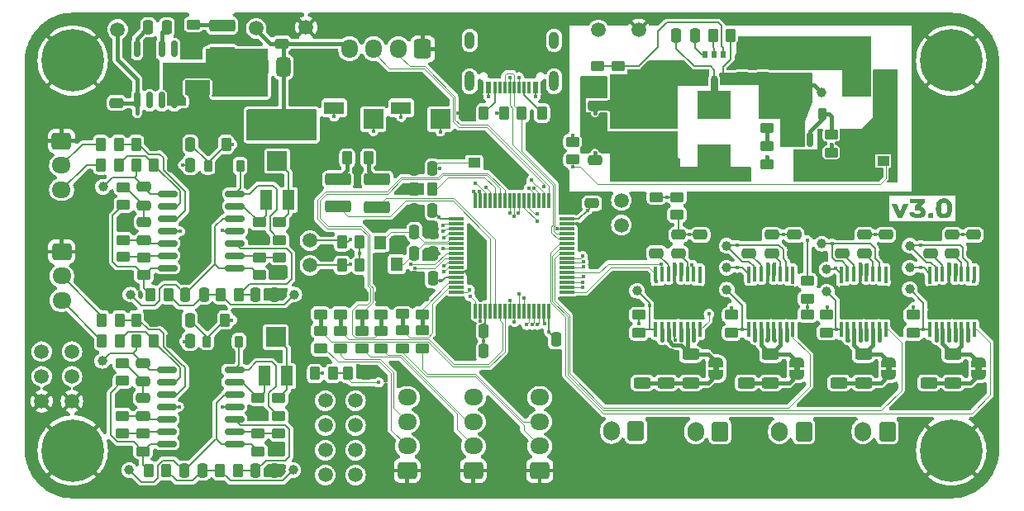
<source format=gbr>
%TF.GenerationSoftware,KiCad,Pcbnew,8.0.4*%
%TF.CreationDate,2025-01-31T12:32:01+01:00*%
%TF.ProjectId,OpenHand_v3,4f70656e-4861-46e6-945f-76332e6b6963,rev?*%
%TF.SameCoordinates,Original*%
%TF.FileFunction,Copper,L1,Top*%
%TF.FilePolarity,Positive*%
%FSLAX46Y46*%
G04 Gerber Fmt 4.6, Leading zero omitted, Abs format (unit mm)*
G04 Created by KiCad (PCBNEW 8.0.4) date 2025-01-31 12:32:01*
%MOMM*%
%LPD*%
G01*
G04 APERTURE LIST*
G04 Aperture macros list*
%AMRoundRect*
0 Rectangle with rounded corners*
0 $1 Rounding radius*
0 $2 $3 $4 $5 $6 $7 $8 $9 X,Y pos of 4 corners*
0 Add a 4 corners polygon primitive as box body*
4,1,4,$2,$3,$4,$5,$6,$7,$8,$9,$2,$3,0*
0 Add four circle primitives for the rounded corners*
1,1,$1+$1,$2,$3*
1,1,$1+$1,$4,$5*
1,1,$1+$1,$6,$7*
1,1,$1+$1,$8,$9*
0 Add four rect primitives between the rounded corners*
20,1,$1+$1,$2,$3,$4,$5,0*
20,1,$1+$1,$4,$5,$6,$7,0*
20,1,$1+$1,$6,$7,$8,$9,0*
20,1,$1+$1,$8,$9,$2,$3,0*%
%AMFreePoly0*
4,1,19,0.500000,-0.750000,0.000000,-0.750000,0.000000,-0.744911,-0.071157,-0.744911,-0.207708,-0.704816,-0.327430,-0.627875,-0.420627,-0.520320,-0.479746,-0.390866,-0.500000,-0.250000,-0.500000,0.250000,-0.479746,0.390866,-0.420627,0.520320,-0.327430,0.627875,-0.207708,0.704816,-0.071157,0.744911,0.000000,0.744911,0.000000,0.750000,0.500000,0.750000,0.500000,-0.750000,0.500000,-0.750000,
$1*%
%AMFreePoly1*
4,1,19,0.000000,0.744911,0.071157,0.744911,0.207708,0.704816,0.327430,0.627875,0.420627,0.520320,0.479746,0.390866,0.500000,0.250000,0.500000,-0.250000,0.479746,-0.390866,0.420627,-0.520320,0.327430,-0.627875,0.207708,-0.704816,0.071157,-0.744911,0.000000,-0.744911,0.000000,-0.750000,-0.500000,-0.750000,-0.500000,0.750000,0.000000,0.750000,0.000000,0.744911,0.000000,0.744911,
$1*%
G04 Aperture macros list end*
%ADD10C,0.400000*%
%TA.AperFunction,NonConductor*%
%ADD11C,0.400000*%
%TD*%
%TA.AperFunction,EtchedComponent*%
%ADD12C,0.000000*%
%TD*%
%TA.AperFunction,ComponentPad*%
%ADD13C,1.500000*%
%TD*%
%TA.AperFunction,SMDPad,CuDef*%
%ADD14RoundRect,0.250000X-0.262500X-0.450000X0.262500X-0.450000X0.262500X0.450000X-0.262500X0.450000X0*%
%TD*%
%TA.AperFunction,SMDPad,CuDef*%
%ADD15RoundRect,0.250000X-0.450000X0.262500X-0.450000X-0.262500X0.450000X-0.262500X0.450000X0.262500X0*%
%TD*%
%TA.AperFunction,SMDPad,CuDef*%
%ADD16RoundRect,0.250000X0.262500X0.450000X-0.262500X0.450000X-0.262500X-0.450000X0.262500X-0.450000X0*%
%TD*%
%TA.AperFunction,SMDPad,CuDef*%
%ADD17RoundRect,0.250000X0.450000X-0.262500X0.450000X0.262500X-0.450000X0.262500X-0.450000X-0.262500X0*%
%TD*%
%TA.AperFunction,SMDPad,CuDef*%
%ADD18RoundRect,0.250000X0.250000X0.475000X-0.250000X0.475000X-0.250000X-0.475000X0.250000X-0.475000X0*%
%TD*%
%TA.AperFunction,SMDPad,CuDef*%
%ADD19RoundRect,0.250000X0.625000X-0.312500X0.625000X0.312500X-0.625000X0.312500X-0.625000X-0.312500X0*%
%TD*%
%TA.AperFunction,SMDPad,CuDef*%
%ADD20RoundRect,0.250000X-0.250000X-0.475000X0.250000X-0.475000X0.250000X0.475000X-0.250000X0.475000X0*%
%TD*%
%TA.AperFunction,ComponentPad*%
%ADD21C,0.800000*%
%TD*%
%TA.AperFunction,ComponentPad*%
%ADD22C,6.400000*%
%TD*%
%TA.AperFunction,SMDPad,CuDef*%
%ADD23RoundRect,0.250000X-0.475000X0.250000X-0.475000X-0.250000X0.475000X-0.250000X0.475000X0.250000X0*%
%TD*%
%TA.AperFunction,SMDPad,CuDef*%
%ADD24C,1.000000*%
%TD*%
%TA.AperFunction,ComponentPad*%
%ADD25RoundRect,0.250000X0.600000X0.750000X-0.600000X0.750000X-0.600000X-0.750000X0.600000X-0.750000X0*%
%TD*%
%TA.AperFunction,ComponentPad*%
%ADD26O,1.700000X2.000000*%
%TD*%
%TA.AperFunction,SMDPad,CuDef*%
%ADD27RoundRect,0.250000X-0.625000X0.312500X-0.625000X-0.312500X0.625000X-0.312500X0.625000X0.312500X0*%
%TD*%
%TA.AperFunction,ComponentPad*%
%ADD28RoundRect,0.250000X0.725000X-0.600000X0.725000X0.600000X-0.725000X0.600000X-0.725000X-0.600000X0*%
%TD*%
%TA.AperFunction,ComponentPad*%
%ADD29O,1.950000X1.700000*%
%TD*%
%TA.AperFunction,SMDPad,CuDef*%
%ADD30RoundRect,0.100000X0.100000X-0.687500X0.100000X0.687500X-0.100000X0.687500X-0.100000X-0.687500X0*%
%TD*%
%TA.AperFunction,HeatsinkPad*%
%ADD31C,0.500000*%
%TD*%
%TA.AperFunction,HeatsinkPad*%
%ADD32R,5.000000X3.400000*%
%TD*%
%TA.AperFunction,SMDPad,CuDef*%
%ADD33RoundRect,0.250000X-1.075000X0.375000X-1.075000X-0.375000X1.075000X-0.375000X1.075000X0.375000X0*%
%TD*%
%TA.AperFunction,SMDPad,CuDef*%
%ADD34RoundRect,0.250000X0.550000X-1.050000X0.550000X1.050000X-0.550000X1.050000X-0.550000X-1.050000X0*%
%TD*%
%TA.AperFunction,SMDPad,CuDef*%
%ADD35R,2.000000X1.300000*%
%TD*%
%TA.AperFunction,SMDPad,CuDef*%
%ADD36R,2.000000X2.000000*%
%TD*%
%TA.AperFunction,SMDPad,CuDef*%
%ADD37FreePoly0,90.000000*%
%TD*%
%TA.AperFunction,SMDPad,CuDef*%
%ADD38FreePoly1,90.000000*%
%TD*%
%TA.AperFunction,ComponentPad*%
%ADD39RoundRect,0.250000X-0.600000X-0.750000X0.600000X-0.750000X0.600000X0.750000X-0.600000X0.750000X0*%
%TD*%
%TA.AperFunction,SMDPad,CuDef*%
%ADD40RoundRect,0.250000X0.475000X-0.250000X0.475000X0.250000X-0.475000X0.250000X-0.475000X-0.250000X0*%
%TD*%
%TA.AperFunction,SMDPad,CuDef*%
%ADD41R,1.250000X1.000000*%
%TD*%
%TA.AperFunction,ComponentPad*%
%ADD42RoundRect,0.250000X0.600000X0.725000X-0.600000X0.725000X-0.600000X-0.725000X0.600000X-0.725000X0*%
%TD*%
%TA.AperFunction,ComponentPad*%
%ADD43O,1.700000X1.950000*%
%TD*%
%TA.AperFunction,SMDPad,CuDef*%
%ADD44RoundRect,0.225000X-0.225000X-0.375000X0.225000X-0.375000X0.225000X0.375000X-0.225000X0.375000X0*%
%TD*%
%TA.AperFunction,SMDPad,CuDef*%
%ADD45RoundRect,0.150000X-0.150000X0.675000X-0.150000X-0.675000X0.150000X-0.675000X0.150000X0.675000X0*%
%TD*%
%TA.AperFunction,SMDPad,CuDef*%
%ADD46RoundRect,0.150000X-0.837500X-0.150000X0.837500X-0.150000X0.837500X0.150000X-0.837500X0.150000X0*%
%TD*%
%TA.AperFunction,ComponentPad*%
%ADD47RoundRect,0.250000X-0.725000X0.600000X-0.725000X-0.600000X0.725000X-0.600000X0.725000X0.600000X0*%
%TD*%
%TA.AperFunction,SMDPad,CuDef*%
%ADD48R,1.300000X2.000000*%
%TD*%
%TA.AperFunction,SMDPad,CuDef*%
%ADD49R,3.500000X2.950000*%
%TD*%
%TA.AperFunction,SMDPad,CuDef*%
%ADD50R,0.549999X0.800001*%
%TD*%
%TA.AperFunction,SMDPad,CuDef*%
%ADD51RoundRect,0.150000X-0.150000X0.587500X-0.150000X-0.587500X0.150000X-0.587500X0.150000X0.587500X0*%
%TD*%
%TA.AperFunction,SMDPad,CuDef*%
%ADD52RoundRect,0.250000X0.550000X-1.500000X0.550000X1.500000X-0.550000X1.500000X-0.550000X-1.500000X0*%
%TD*%
%TA.AperFunction,SMDPad,CuDef*%
%ADD53RoundRect,0.375000X-0.375000X0.625000X-0.375000X-0.625000X0.375000X-0.625000X0.375000X0.625000X0*%
%TD*%
%TA.AperFunction,SMDPad,CuDef*%
%ADD54RoundRect,0.500000X-1.400000X0.500000X-1.400000X-0.500000X1.400000X-0.500000X1.400000X0.500000X0*%
%TD*%
%TA.AperFunction,SMDPad,CuDef*%
%ADD55R,0.600000X1.240000*%
%TD*%
%TA.AperFunction,SMDPad,CuDef*%
%ADD56R,0.300000X1.240000*%
%TD*%
%TA.AperFunction,ComponentPad*%
%ADD57O,1.000000X2.100000*%
%TD*%
%TA.AperFunction,ComponentPad*%
%ADD58O,1.000000X1.800000*%
%TD*%
%TA.AperFunction,SMDPad,CuDef*%
%ADD59R,1.200000X1.400000*%
%TD*%
%TA.AperFunction,SMDPad,CuDef*%
%ADD60RoundRect,0.250000X1.050000X0.550000X-1.050000X0.550000X-1.050000X-0.550000X1.050000X-0.550000X0*%
%TD*%
%TA.AperFunction,SMDPad,CuDef*%
%ADD61RoundRect,0.075000X-0.700000X-0.075000X0.700000X-0.075000X0.700000X0.075000X-0.700000X0.075000X0*%
%TD*%
%TA.AperFunction,SMDPad,CuDef*%
%ADD62RoundRect,0.075000X-0.075000X-0.700000X0.075000X-0.700000X0.075000X0.700000X-0.075000X0.700000X0*%
%TD*%
%TA.AperFunction,ViaPad*%
%ADD63C,0.450000*%
%TD*%
%TA.AperFunction,ViaPad*%
%ADD64C,0.400000*%
%TD*%
%TA.AperFunction,Conductor*%
%ADD65C,0.200000*%
%TD*%
%TA.AperFunction,Conductor*%
%ADD66C,0.100000*%
%TD*%
%TA.AperFunction,Conductor*%
%ADD67C,0.400000*%
%TD*%
%TA.AperFunction,Conductor*%
%ADD68C,0.800000*%
%TD*%
G04 APERTURE END LIST*
D10*
D11*
G36*
X188930042Y-119767124D02*
G01*
X188927111Y-119743189D01*
X188946650Y-119684570D01*
X188994522Y-119660635D01*
X189353070Y-119660635D01*
X189437219Y-119712994D01*
X189445394Y-119729023D01*
X189753140Y-120474940D01*
X190061374Y-119729023D01*
X190135215Y-119662304D01*
X190153698Y-119660635D01*
X190512247Y-119660635D01*
X190559630Y-119686036D01*
X190579169Y-119748073D01*
X190576727Y-119767613D01*
X190011060Y-121060146D01*
X189974424Y-121111926D01*
X189918737Y-121130000D01*
X189588032Y-121130000D01*
X189531856Y-121111926D01*
X189495708Y-121060146D01*
X188930042Y-119767124D01*
G37*
G36*
X192222435Y-119160425D02*
G01*
X192275680Y-119182896D01*
X192298150Y-119236140D01*
X192298150Y-119534117D01*
X192252014Y-119621894D01*
X192241975Y-119632302D01*
X191903454Y-119974731D01*
X191999200Y-120003425D01*
X192097119Y-120045778D01*
X192182764Y-120098329D01*
X192264445Y-120169637D01*
X192328201Y-120253232D01*
X192371091Y-120348497D01*
X192393116Y-120455431D01*
X192396336Y-120519881D01*
X192388694Y-120632229D01*
X192365767Y-120734067D01*
X192327557Y-120825394D01*
X192263660Y-120918660D01*
X192192334Y-120987216D01*
X192178960Y-120997620D01*
X192091376Y-121053233D01*
X191991290Y-121097340D01*
X191878701Y-121129940D01*
X191775328Y-121148318D01*
X191663272Y-121158706D01*
X191567376Y-121161263D01*
X191458903Y-121157546D01*
X191356602Y-121146396D01*
X191260471Y-121127813D01*
X191158164Y-121097474D01*
X191121877Y-121083593D01*
X191032423Y-121041706D01*
X190945071Y-120987283D01*
X190864509Y-120917751D01*
X190830739Y-120879406D01*
X190772813Y-120790636D01*
X190737399Y-120698287D01*
X190724738Y-120611228D01*
X190742812Y-120568241D01*
X190786287Y-120550167D01*
X191138974Y-120550167D01*
X191211758Y-120566287D01*
X191276238Y-120616601D01*
X191354886Y-120676254D01*
X191392009Y-120695736D01*
X191488905Y-120719244D01*
X191567376Y-120723091D01*
X191672175Y-120715029D01*
X191770456Y-120685691D01*
X191792568Y-120674242D01*
X191861690Y-120604364D01*
X191878053Y-120530139D01*
X191847916Y-120433384D01*
X191792568Y-120386036D01*
X191700755Y-120350623D01*
X191601562Y-120337470D01*
X191567376Y-120336699D01*
X191334857Y-120336699D01*
X191281612Y-120313740D01*
X191259141Y-120259030D01*
X191259141Y-120010879D01*
X191274284Y-119959099D01*
X191318248Y-119907320D01*
X191614759Y-119598597D01*
X190883984Y-119598597D01*
X190830739Y-119576615D01*
X190808758Y-119524836D01*
X190808758Y-119234187D01*
X190830739Y-119182407D01*
X190883984Y-119160425D01*
X192222435Y-119160425D01*
G37*
G36*
X193178890Y-121052330D02*
G01*
X193156420Y-121107041D01*
X193103175Y-121130000D01*
X192736322Y-121130000D01*
X192683077Y-121107041D01*
X192660607Y-121052330D01*
X192660607Y-120676196D01*
X192683077Y-120621486D01*
X192736322Y-120598527D01*
X193103175Y-120598527D01*
X193156420Y-120621486D01*
X193178890Y-120676196D01*
X193178890Y-121052330D01*
G37*
G36*
X194376407Y-119134386D02*
G01*
X194486175Y-119150056D01*
X194586284Y-119176174D01*
X194693663Y-119221306D01*
X194787131Y-119281481D01*
X194854396Y-119343119D01*
X194923164Y-119427612D01*
X194979258Y-119520622D01*
X195022677Y-119622151D01*
X195053423Y-119732198D01*
X195069364Y-119830410D01*
X195074703Y-119892177D01*
X195078733Y-119997201D01*
X195079945Y-120097741D01*
X195080076Y-120151074D01*
X195079552Y-120251137D01*
X195077301Y-120352693D01*
X195074703Y-120404110D01*
X195064044Y-120505132D01*
X195039635Y-120618613D01*
X195002552Y-120723645D01*
X194952795Y-120820228D01*
X194890364Y-120908362D01*
X194854396Y-120949260D01*
X194772519Y-121021308D01*
X194676732Y-121078449D01*
X194567035Y-121120684D01*
X194464994Y-121144493D01*
X194353294Y-121157950D01*
X194256978Y-121161263D01*
X194137538Y-121156027D01*
X194027733Y-121140321D01*
X193927565Y-121114143D01*
X193820083Y-121068909D01*
X193726477Y-121008596D01*
X193659072Y-120946817D01*
X193590321Y-120862124D01*
X193534279Y-120768879D01*
X193490945Y-120667081D01*
X193460319Y-120556731D01*
X193444505Y-120458240D01*
X193439253Y-120396294D01*
X193436194Y-120298209D01*
X193434215Y-120199556D01*
X193433880Y-120148143D01*
X193433947Y-120142281D01*
X193951674Y-120142281D01*
X193953018Y-120242787D01*
X193955788Y-120347499D01*
X193957048Y-120387990D01*
X193968466Y-120488824D01*
X194001012Y-120586559D01*
X194031298Y-120635163D01*
X194108394Y-120695270D01*
X194210123Y-120720944D01*
X194256978Y-120723091D01*
X194354333Y-120712759D01*
X194448019Y-120669722D01*
X194482170Y-120635652D01*
X194530282Y-120545252D01*
X194552172Y-120446333D01*
X194556420Y-120389455D01*
X194560816Y-120286629D01*
X194562190Y-120184184D01*
X194562282Y-120145212D01*
X194561589Y-120044258D01*
X194558704Y-119944320D01*
X194556420Y-119906343D01*
X194543726Y-119804339D01*
X194510716Y-119705667D01*
X194480704Y-119656727D01*
X194398215Y-119592563D01*
X194294775Y-119568731D01*
X194256978Y-119567334D01*
X194159738Y-119577781D01*
X194066533Y-119621299D01*
X194032763Y-119655750D01*
X193985332Y-119746244D01*
X193962389Y-119845391D01*
X193957048Y-119902435D01*
X193953989Y-120001301D01*
X193951932Y-120102254D01*
X193951674Y-120142281D01*
X193433947Y-120142281D01*
X193435060Y-120044402D01*
X193437705Y-119941935D01*
X193439253Y-119894131D01*
X193449772Y-119792076D01*
X193469115Y-119695960D01*
X193503977Y-119588461D01*
X193551547Y-119489514D01*
X193611826Y-119399119D01*
X193659072Y-119343607D01*
X193741114Y-119270729D01*
X193837033Y-119212930D01*
X193946828Y-119170208D01*
X194048923Y-119146125D01*
X194160655Y-119132513D01*
X194256978Y-119129162D01*
X194376407Y-119134386D01*
G37*
D12*
%TA.AperFunction,EtchedComponent*%
%TO.C,JP2*%
G36*
X188900000Y-136850000D02*
G01*
X188300000Y-136850000D01*
X188300000Y-136350000D01*
X188900000Y-136350000D01*
X188900000Y-136850000D01*
G37*
%TD.AperFunction*%
%TA.AperFunction,EtchedComponent*%
%TO.C,JP4*%
G36*
X171200000Y-136850000D02*
G01*
X170600000Y-136850000D01*
X170600000Y-136350000D01*
X171200000Y-136350000D01*
X171200000Y-136850000D01*
G37*
%TD.AperFunction*%
%TA.AperFunction,EtchedComponent*%
%TO.C,JP1*%
G36*
X179500000Y-136850000D02*
G01*
X178900000Y-136850000D01*
X178900000Y-136350000D01*
X179500000Y-136350000D01*
X179500000Y-136850000D01*
G37*
%TD.AperFunction*%
%TA.AperFunction,EtchedComponent*%
%TO.C,JP3*%
G36*
X198100000Y-136850000D02*
G01*
X197500000Y-136850000D01*
X197500000Y-136350000D01*
X198100000Y-136350000D01*
X198100000Y-136850000D01*
G37*
%TD.AperFunction*%
%TD*%
D13*
%TO.P,TP11,1,1*%
%TO.N,+5V*%
X104925000Y-134850000D03*
%TD*%
%TO.P,TP10,1,1*%
%TO.N,+5V*%
X101825000Y-134850000D03*
%TD*%
%TO.P,TP9,1,1*%
%TO.N,+3V3*%
X104925000Y-137390000D03*
%TD*%
%TO.P,TP6,1,1*%
%TO.N,+3V3*%
X101825000Y-137390000D03*
%TD*%
%TO.P,TP5,1,1*%
%TO.N,GND*%
X101825000Y-139930000D03*
%TD*%
%TO.P,TP1,1,1*%
%TO.N,GND*%
X104925000Y-139930000D03*
%TD*%
D14*
%TO.P,TH2,2*%
%TO.N,PCB_TEMP_02*%
X131637500Y-137100000D03*
%TO.P,TH2,1*%
%TO.N,+3V3*%
X129812500Y-137100000D03*
%TD*%
D15*
%TO.P,TH1,2*%
%TO.N,PCB_TEMP_01*%
X180275000Y-129425000D03*
%TO.P,TH1,1*%
%TO.N,+3V3*%
X180275000Y-127600000D03*
%TD*%
D16*
%TO.P,R75,1*%
%TO.N,GND*%
X135062500Y-137100000D03*
%TO.P,R75,2*%
%TO.N,PCB_TEMP_02*%
X133237500Y-137100000D03*
%TD*%
D17*
%TO.P,R74,1*%
%TO.N,GND*%
X180275000Y-132887500D03*
%TO.P,R74,2*%
%TO.N,PCB_TEMP_01*%
X180275000Y-131062500D03*
%TD*%
D15*
%TO.P,R65,1*%
%TO.N,MOTOR_03_ENCODER_A_UC*%
X140800000Y-132687500D03*
%TO.P,R65,2*%
%TO.N,MOTOR_03_ENCODER_A*%
X140800000Y-134512500D03*
%TD*%
D17*
%TO.P,R46,2*%
%TO.N,+5V*%
X182225000Y-131062500D03*
%TO.P,R46,1*%
%TO.N,MOTOR_02_EN*%
X182225000Y-132887500D03*
%TD*%
D18*
%TO.P,C29,1*%
%TO.N,GND*%
X125650000Y-129000000D03*
%TO.P,C29,2*%
%TO.N,Net-(U5C-+)*%
X123750000Y-129000000D03*
%TD*%
D19*
%TO.P,R69,1*%
%TO.N,Net-(JP2-A)*%
X186000000Y-138062500D03*
%TO.P,R69,2*%
%TO.N,Net-(JP2-B)*%
X186000000Y-135137500D03*
%TD*%
D20*
%TO.P,C9,1*%
%TO.N,HSE_OUT*%
X140000000Y-124800000D03*
%TO.P,C9,2*%
%TO.N,GND*%
X141900000Y-124800000D03*
%TD*%
D21*
%TO.P,H4,1,1*%
%TO.N,GND*%
X192600000Y-145000000D03*
X193302944Y-143302944D03*
X193302944Y-146697056D03*
X195000000Y-142600000D03*
D22*
X195000000Y-145000000D03*
D21*
X195000000Y-147400000D03*
X196697056Y-143302944D03*
X196697056Y-146697056D03*
X197400000Y-145000000D03*
%TD*%
D23*
%TO.P,C32,1*%
%TO.N,GND*%
X183800000Y-122850000D03*
%TO.P,C32,2*%
%TO.N,Net-(U8-VINT)*%
X183800000Y-124750000D03*
%TD*%
D24*
%TO.P,TP20,1,1*%
%TO.N,Net-(C23-Pad1)*%
X108100000Y-117950000D03*
%TD*%
D15*
%TO.P,R20,1*%
%TO.N,Net-(C25-Pad2)*%
X110100000Y-136037500D03*
%TO.P,R20,2*%
%TO.N,Net-(R20-Pad2)*%
X110100000Y-137862500D03*
%TD*%
D24*
%TO.P,TP25,1,1*%
%TO.N,Net-(U6D-+)*%
X110800000Y-147000000D03*
%TD*%
D25*
%TO.P,J1,1,Pin_1*%
%TO.N,MOTOR_01_N*%
X171300000Y-143035000D03*
D26*
%TO.P,J1,2,Pin_2*%
%TO.N,MOTOR_01_P*%
X168800000Y-143035000D03*
%TD*%
D18*
%TO.P,C27,1*%
%TO.N,EMG_1_MIDPOINT*%
X118450000Y-129000000D03*
%TO.P,C27,2*%
%TO.N,Net-(U5D-+)*%
X116550000Y-129000000D03*
%TD*%
D23*
%TO.P,C5,1*%
%TO.N,+3V3*%
X158200000Y-119650001D03*
%TO.P,C5,2*%
%TO.N,GND*%
X158200000Y-121549999D03*
%TD*%
D24*
%TO.P,TP34,1,1*%
%TO.N,MOTOR_03_DIR*%
X190750000Y-126250000D03*
%TD*%
D18*
%TO.P,C20,1*%
%TO.N,Net-(U4-CAP+)*%
X114650000Y-101600000D03*
%TO.P,C20,2*%
%TO.N,Net-(U4-CAP-)*%
X112750000Y-101600000D03*
%TD*%
D27*
%TO.P,R48,1*%
%TO.N,GND*%
X183500000Y-135137500D03*
%TO.P,R48,2*%
%TO.N,Net-(JP2-A)*%
X183500000Y-138062500D03*
%TD*%
D13*
%TO.P,TP18,1,1*%
%TO.N,-5V*%
X109600000Y-101800000D03*
%TD*%
D15*
%TO.P,R63,1*%
%TO.N,MOTOR_03_ENCODER_B_UC*%
X138800000Y-132687500D03*
%TO.P,R63,2*%
%TO.N,MOTOR_03_ENCODER_B*%
X138800000Y-134512500D03*
%TD*%
D23*
%TO.P,C35,1*%
%TO.N,+5V*%
X178900000Y-122850000D03*
%TO.P,C35,2*%
%TO.N,GND*%
X178900000Y-124750000D03*
%TD*%
D13*
%TO.P,TP17,1,1*%
%TO.N,+5V*%
X158850000Y-101850000D03*
%TD*%
D28*
%TO.P,J15,1,Pin_1*%
%TO.N,GND*%
X146050000Y-147050000D03*
D29*
%TO.P,J15,2,Pin_2*%
%TO.N,MOTOR_02_ENCODER_B*%
X146050000Y-144550000D03*
%TO.P,J15,3,Pin_3*%
%TO.N,MOTOR_02_ENCODER_A*%
X146050000Y-142050000D03*
%TO.P,J15,4,Pin_4*%
%TO.N,+5V*%
X146050000Y-139550000D03*
%TD*%
D17*
%TO.P,R31,1*%
%TO.N,Net-(U6B-+)*%
X110100000Y-141450000D03*
%TO.P,R31,2*%
%TO.N,GND*%
X110100000Y-139625000D03*
%TD*%
D13*
%TO.P,TP37,1,1*%
%TO.N,/PA2*%
X133975000Y-147500000D03*
%TD*%
D15*
%TO.P,R61,1*%
%TO.N,MOTOR_02_ENCODER_A_UC*%
X136600000Y-132700000D03*
%TO.P,R61,2*%
%TO.N,MOTOR_02_ENCODER_A*%
X136600000Y-134525000D03*
%TD*%
D30*
%TO.P,U10,1,~{SLEEP}*%
%TO.N,HAPTIC_EN*%
X164725000Y-132612500D03*
%TO.P,U10,2,AOUT1*%
%TO.N,HAPTIC_P*%
X165375000Y-132612500D03*
%TO.P,U10,3,AISEN*%
%TO.N,Net-(JP4-B)*%
X166025000Y-132612500D03*
%TO.P,U10,4,AOUT2*%
%TO.N,HAPTIC_N*%
X166675000Y-132612500D03*
%TO.P,U10,5,BOUT2*%
X167325000Y-132612500D03*
%TO.P,U10,6,BISEN*%
%TO.N,Net-(JP4-B)*%
X167975000Y-132612500D03*
%TO.P,U10,7,BOUT1*%
%TO.N,HAPTIC_P*%
X168625000Y-132612500D03*
%TO.P,U10,8,~{FAULT}*%
%TO.N,HAPTIC_FAULT*%
X169275000Y-132612500D03*
%TO.P,U10,9,BIN1*%
%TO.N,HAPTIC_DIR*%
X169275000Y-126887500D03*
%TO.P,U10,10,BIN2*%
%TO.N,HAPTIC_PWM*%
X168625000Y-126887500D03*
%TO.P,U10,11,VCP*%
%TO.N,Net-(U10-VCP)*%
X167975000Y-126887500D03*
%TO.P,U10,12,VM*%
%TO.N,+5V*%
X167325000Y-126887500D03*
%TO.P,U10,13,GND*%
%TO.N,GND*%
X166675000Y-126887500D03*
%TO.P,U10,14,VINT*%
%TO.N,Net-(U10-VINT)*%
X166025000Y-126887500D03*
%TO.P,U10,15,AIN2*%
%TO.N,HAPTIC_PWM*%
X165375000Y-126887500D03*
%TO.P,U10,16,AIN1*%
%TO.N,HAPTIC_DIR*%
X164725000Y-126887500D03*
D31*
%TO.P,U10,17,GND*%
%TO.N,GND*%
X165500000Y-130500000D03*
X167000000Y-130500000D03*
X168500000Y-130500000D03*
D32*
X167000000Y-129750000D03*
D31*
X165500000Y-129000000D03*
X167000000Y-129000000D03*
X168500000Y-129000000D03*
%TD*%
D17*
%TO.P,R45,1*%
%TO.N,MOTOR_01_EN*%
X172500000Y-132912500D03*
%TO.P,R45,2*%
%TO.N,+5V*%
X172500000Y-131087500D03*
%TD*%
D14*
%TO.P,R35,1*%
%TO.N,EMG_1_MIDPOINT*%
X120175000Y-129000000D03*
%TO.P,R35,2*%
%TO.N,Net-(U5C-+)*%
X122000000Y-129000000D03*
%TD*%
D17*
%TO.P,R13,1*%
%TO.N,+5V*%
X158800000Y-107412499D03*
%TO.P,R13,2*%
%TO.N,/PSU/PSU_VFB*%
X158800000Y-105587499D03*
%TD*%
D33*
%TO.P,D4,1,K*%
%TO.N,/PSU/PSU_LED_K*%
X120300000Y-101400000D03*
%TO.P,D4,2,A*%
%TO.N,+5V*%
X120300000Y-104200000D03*
%TD*%
D34*
%TO.P,C10,1*%
%TO.N,+BATT*%
X179200000Y-107524999D03*
%TO.P,C10,2*%
%TO.N,GND*%
X179200000Y-103924999D03*
%TD*%
D35*
%TO.P,RV1,1,1*%
%TO.N,GND*%
X131800000Y-112150000D03*
D36*
%TO.P,RV1,2,2*%
%TO.N,TRIM_POT_01*%
X135800000Y-111000000D03*
D35*
%TO.P,RV1,3,3*%
%TO.N,+3V3*%
X131800000Y-109850000D03*
%TD*%
D13*
%TO.P,TP14,1,1*%
%TO.N,/PC14*%
X130875000Y-142420000D03*
%TD*%
D37*
%TO.P,JP2,1,A*%
%TO.N,Net-(JP2-A)*%
X188600000Y-137250000D03*
D38*
%TO.P,JP2,2,B*%
%TO.N,Net-(JP2-B)*%
X188600000Y-135950000D03*
%TD*%
D15*
%TO.P,R40,1*%
%TO.N,Net-(U6D--)*%
X124000000Y-139637500D03*
%TO.P,R40,2*%
%TO.N,GND*%
X124000000Y-141462500D03*
%TD*%
%TO.P,R41,1*%
%TO.N,Net-(U5C--)*%
X124100000Y-125187500D03*
%TO.P,R41,2*%
%TO.N,Net-(U5D-+)*%
X124100000Y-127012500D03*
%TD*%
D21*
%TO.P,H1,1,1*%
%TO.N,GND*%
X102600000Y-105000000D03*
X103302944Y-103302944D03*
X103302944Y-106697056D03*
X105000000Y-102600000D03*
D22*
X105000000Y-105000000D03*
D21*
X105000000Y-107400000D03*
X106697056Y-103302944D03*
X106697056Y-106697056D03*
X107400000Y-105000000D03*
%TD*%
D24*
%TO.P,TP23,1,1*%
%TO.N,EMG_2_MIDPOINT*%
X127600000Y-147000000D03*
%TD*%
D15*
%TO.P,R51,1*%
%TO.N,MOTOR_01_ENCODER_B_UC*%
X130400000Y-132700000D03*
%TO.P,R51,2*%
%TO.N,MOTOR_01_ENCODER_B*%
X130400000Y-134525000D03*
%TD*%
D13*
%TO.P,TP41,1,1*%
%TO.N,/PB5*%
X133975000Y-144960000D03*
%TD*%
D16*
%TO.P,R67,1*%
%TO.N,EMG_02_UC*%
X120612500Y-131600000D03*
%TO.P,R67,2*%
%TO.N,GND*%
X118787500Y-131600000D03*
%TD*%
D14*
%TO.P,R1,1*%
%TO.N,/USB_CC1*%
X153087500Y-110400000D03*
%TO.P,R1,2*%
%TO.N,GND*%
X154912500Y-110400000D03*
%TD*%
D15*
%TO.P,R16,1*%
%TO.N,/PSU/PSU_VFB*%
X160900000Y-105587499D03*
%TO.P,R16,2*%
%TO.N,GND*%
X160900000Y-107412499D03*
%TD*%
D17*
%TO.P,R49,1*%
%TO.N,MOTOR_03_EN*%
X191100000Y-132912500D03*
%TO.P,R49,2*%
%TO.N,+5V*%
X191100000Y-131087500D03*
%TD*%
D23*
%TO.P,C37,1*%
%TO.N,GND*%
X192900000Y-122850000D03*
%TO.P,C37,2*%
%TO.N,Net-(U9-VINT)*%
X192900000Y-124750000D03*
%TD*%
D17*
%TO.P,R37,1*%
%TO.N,Net-(D6-A)*%
X126100000Y-141462500D03*
%TO.P,R37,2*%
%TO.N,Net-(R37-Pad2)*%
X126100000Y-139637500D03*
%TD*%
D18*
%TO.P,C30,1*%
%TO.N,GND*%
X125650000Y-147050000D03*
%TO.P,C30,2*%
%TO.N,Net-(U6C-+)*%
X123750000Y-147050000D03*
%TD*%
D13*
%TO.P,TP13,1,1*%
%TO.N,UC_SDA*%
X129300000Y-123460000D03*
%TD*%
D39*
%TO.P,J3,1,Pin_1*%
%TO.N,GND*%
X185750000Y-107232499D03*
D26*
%TO.P,J3,2,Pin_2*%
%TO.N,BAT_P*%
X188250000Y-107232499D03*
%TD*%
D18*
%TO.P,C4,1*%
%TO.N,+3V3*%
X154499999Y-133600001D03*
%TO.P,C4,2*%
%TO.N,GND*%
X152600001Y-133600001D03*
%TD*%
D13*
%TO.P,TP39,1,1*%
%TO.N,/PB3*%
X133975000Y-139880000D03*
%TD*%
D18*
%TO.P,C3,1*%
%TO.N,+3V3*%
X147100000Y-132749999D03*
%TO.P,C3,2*%
%TO.N,GND*%
X145200000Y-132750001D03*
%TD*%
D40*
%TO.P,C17,1*%
%TO.N,-5V*%
X109500000Y-109350000D03*
%TO.P,C17,2*%
%TO.N,GND*%
X109500000Y-107450000D03*
%TD*%
D13*
%TO.P,TP40,1,1*%
%TO.N,/PB4*%
X133975000Y-142420000D03*
%TD*%
D41*
%TO.P,SW1,1,1*%
%TO.N,UC_RST*%
X146125000Y-115500000D03*
%TO.P,SW1,2,2*%
%TO.N,GND*%
X153875000Y-115500000D03*
%TD*%
D14*
%TO.P,R36,1*%
%TO.N,EMG_2_MIDPOINT*%
X120087500Y-147050000D03*
%TO.P,R36,2*%
%TO.N,Net-(U6C-+)*%
X121912500Y-147050000D03*
%TD*%
D19*
%TO.P,R70,1*%
%TO.N,Net-(JP1-A)*%
X176500000Y-138062500D03*
%TO.P,R70,2*%
%TO.N,Net-(JP1-B)*%
X176500000Y-135137500D03*
%TD*%
D20*
%TO.P,C13,1*%
%TO.N,/PSU/PSU_SW*%
X166850000Y-102424999D03*
%TO.P,C13,2*%
%TO.N,/PSU/PSU_VBST*%
X168750000Y-102424999D03*
%TD*%
D18*
%TO.P,C2,1*%
%TO.N,+3V3*%
X141849999Y-120400000D03*
%TO.P,C2,2*%
%TO.N,GND*%
X139950001Y-120400000D03*
%TD*%
D40*
%TO.P,C18,1*%
%TO.N,+3V3*%
X126400000Y-103250000D03*
%TO.P,C18,2*%
%TO.N,GND*%
X126400000Y-101350000D03*
%TD*%
D13*
%TO.P,TP2,1,1*%
%TO.N,UC_TX*%
X161200000Y-121870000D03*
%TD*%
D37*
%TO.P,JP4,1,A*%
%TO.N,Net-(JP4-A)*%
X170900000Y-137250000D03*
D38*
%TO.P,JP4,2,B*%
%TO.N,Net-(JP4-B)*%
X170900000Y-135950000D03*
%TD*%
D18*
%TO.P,C6,1*%
%TO.N,+3V3*%
X141900000Y-127350000D03*
%TO.P,C6,2*%
%TO.N,GND*%
X140000000Y-127350000D03*
%TD*%
D13*
%TO.P,TP4,1,1*%
%TO.N,/PC13*%
X130875000Y-139880000D03*
%TD*%
D17*
%TO.P,R55,1*%
%TO.N,GND*%
X164800000Y-120812500D03*
%TO.P,R55,2*%
%TO.N,VIN_5V_SENSE*%
X164800000Y-118987500D03*
%TD*%
D23*
%TO.P,C42,1*%
%TO.N,+5V*%
X169300000Y-122850000D03*
%TO.P,C42,2*%
%TO.N,GND*%
X169300000Y-124750000D03*
%TD*%
D13*
%TO.P,TP38,1,1*%
%TO.N,/PA3*%
X130875000Y-147500000D03*
%TD*%
D25*
%TO.P,J7,1,Pin_1*%
%TO.N,HAPTIC_N*%
X162700000Y-143000000D03*
D26*
%TO.P,J7,2,Pin_2*%
%TO.N,HAPTIC_P*%
X160200000Y-143000000D03*
%TD*%
D15*
%TO.P,R60,1*%
%TO.N,GND*%
X134600000Y-129187500D03*
%TO.P,R60,2*%
%TO.N,MOTOR_02_ENCODER_B_UC*%
X134600000Y-131012500D03*
%TD*%
D28*
%TO.P,J16,1,Pin_1*%
%TO.N,GND*%
X152850000Y-147050000D03*
D29*
%TO.P,J16,2,Pin_2*%
%TO.N,MOTOR_03_ENCODER_B*%
X152850000Y-144550000D03*
%TO.P,J16,3,Pin_3*%
%TO.N,MOTOR_03_ENCODER_A*%
X152850000Y-142050000D03*
%TO.P,J16,4,Pin_4*%
%TO.N,+5V*%
X152850000Y-139550000D03*
%TD*%
D17*
%TO.P,R38,1*%
%TO.N,Net-(D5-A)*%
X126200000Y-123412500D03*
%TO.P,R38,2*%
%TO.N,Net-(R38-Pad2)*%
X126200000Y-121587500D03*
%TD*%
D42*
%TO.P,J12,1,Pin_1*%
%TO.N,GND*%
X140850000Y-103800000D03*
D43*
%TO.P,J12,2,Pin_2*%
%TO.N,SWCLK*%
X138350000Y-103800000D03*
%TO.P,J12,3,Pin_3*%
%TO.N,SWDIO*%
X135850000Y-103800000D03*
%TO.P,J12,4,Pin_4*%
%TO.N,+3V3*%
X133350000Y-103800000D03*
%TD*%
D15*
%TO.P,R57,1*%
%TO.N,GND*%
X130400000Y-129187500D03*
%TO.P,R57,2*%
%TO.N,MOTOR_01_ENCODER_B_UC*%
X130400000Y-131012500D03*
%TD*%
D44*
%TO.P,D6,1,K*%
%TO.N,EMG_02_UC*%
X118750000Y-133800000D03*
%TO.P,D6,2,A*%
%TO.N,Net-(D6-A)*%
X122050000Y-133800000D03*
%TD*%
D15*
%TO.P,R15,1*%
%TO.N,/PSU/PSU_LED_K*%
X117400000Y-101287500D03*
%TO.P,R15,2*%
%TO.N,GND*%
X117400000Y-103112500D03*
%TD*%
D45*
%TO.P,U4,1,NC*%
%TO.N,unconnected-(U4-NC-Pad1)*%
X115405000Y-103825000D03*
%TO.P,U4,2,CAP+*%
%TO.N,Net-(U4-CAP+)*%
X114135000Y-103825000D03*
%TO.P,U4,3,GND*%
%TO.N,GND*%
X112865000Y-103825000D03*
%TO.P,U4,4,CAP-*%
%TO.N,Net-(U4-CAP-)*%
X111595000Y-103825000D03*
%TO.P,U4,5,VOUT*%
%TO.N,-5V*%
X111595000Y-109075000D03*
%TO.P,U4,6,LV*%
%TO.N,unconnected-(U4-LV-Pad6)*%
X112865000Y-109075000D03*
%TO.P,U4,7,OSC*%
%TO.N,unconnected-(U4-OSC-Pad7)*%
X114135000Y-109075000D03*
%TO.P,U4,8,V+*%
%TO.N,+5V*%
X115405000Y-109075000D03*
%TD*%
D46*
%TO.P,U5,1*%
%TO.N,Net-(C23-Pad1)*%
X114700000Y-118650000D03*
%TO.P,U5,2,-*%
%TO.N,Net-(U5A--)*%
X114700000Y-119920000D03*
%TO.P,U5,3,+*%
%TO.N,Net-(U5A-+)*%
X114700000Y-121190000D03*
%TO.P,U5,4,V+*%
%TO.N,+5V*%
X114700000Y-122460000D03*
%TO.P,U5,5,+*%
%TO.N,Net-(U5B-+)*%
X114700000Y-123730000D03*
%TO.P,U5,6,-*%
%TO.N,Net-(U5B--)*%
X114700000Y-125000000D03*
%TO.P,U5,7*%
%TO.N,Net-(R18-Pad2)*%
X114700000Y-126270000D03*
%TO.P,U5,8*%
%TO.N,Net-(U5D-+)*%
X121625000Y-126270000D03*
%TO.P,U5,9,-*%
%TO.N,Net-(U5C--)*%
X121625000Y-125000000D03*
%TO.P,U5,10,+*%
%TO.N,Net-(U5C-+)*%
X121625000Y-123730000D03*
%TO.P,U5,11,V-*%
%TO.N,-5V*%
X121625000Y-122460000D03*
%TO.P,U5,12,+*%
%TO.N,Net-(U5D-+)*%
X121625000Y-121190000D03*
%TO.P,U5,13,-*%
%TO.N,Net-(U5D--)*%
X121625000Y-119920000D03*
%TO.P,U5,14*%
%TO.N,Net-(D5-A)*%
X121625000Y-118650000D03*
%TD*%
D13*
%TO.P,TP3,1,1*%
%TO.N,UC_RX*%
X161200000Y-119330000D03*
%TD*%
D29*
%TO.P,J11,3,Pin_3*%
%TO.N,EMG_02_N*%
X103875000Y-129605000D03*
%TO.P,J11,2,Pin_2*%
%TO.N,EMG_02_P*%
X103875000Y-127105000D03*
D47*
%TO.P,J11,1,Pin_1*%
%TO.N,GND*%
X103875000Y-124605000D03*
%TD*%
D18*
%TO.P,C1,1*%
%TO.N,UC_RST*%
X141850000Y-116100000D03*
%TO.P,C1,2*%
%TO.N,GND*%
X139950000Y-116100000D03*
%TD*%
D14*
%TO.P,R9,1*%
%TO.N,GND*%
X139987500Y-118200000D03*
%TO.P,R9,2*%
%TO.N,/UC_BOOT*%
X141812500Y-118200000D03*
%TD*%
D15*
%TO.P,R6,1*%
%TO.N,+3V3*%
X156250000Y-113337500D03*
%TO.P,R6,2*%
%TO.N,BTN*%
X156250000Y-115162500D03*
%TD*%
D16*
%TO.P,R22,1*%
%TO.N,Net-(U6A-+)*%
X109812500Y-131600000D03*
%TO.P,R22,2*%
%TO.N,EMG_02_P*%
X107987500Y-131600000D03*
%TD*%
D23*
%TO.P,C31,1*%
%TO.N,GND*%
X174300000Y-122850000D03*
%TO.P,C31,2*%
%TO.N,Net-(U7-VINT)*%
X174300000Y-124750000D03*
%TD*%
D40*
%TO.P,C16,1*%
%TO.N,+5V*%
X158500000Y-111524999D03*
%TO.P,C16,2*%
%TO.N,GND*%
X158500000Y-109624999D03*
%TD*%
D18*
%TO.P,C44,1*%
%TO.N,EMG_01_UC*%
X117050000Y-113600000D03*
%TO.P,C44,2*%
%TO.N,GND*%
X115150000Y-113600000D03*
%TD*%
D23*
%TO.P,C15,1*%
%TO.N,+5V*%
X158500000Y-113274999D03*
%TO.P,C15,2*%
%TO.N,GND*%
X158500000Y-115174999D03*
%TD*%
D30*
%TO.P,U8,1,~{SLEEP}*%
%TO.N,MOTOR_02_EN*%
X183725000Y-132612500D03*
%TO.P,U8,2,AOUT1*%
%TO.N,MOTOR_02_P*%
X184375000Y-132612500D03*
%TO.P,U8,3,AISEN*%
%TO.N,Net-(JP2-B)*%
X185025000Y-132612500D03*
%TO.P,U8,4,AOUT2*%
%TO.N,MOTOR_02_N*%
X185675000Y-132612500D03*
%TO.P,U8,5,BOUT2*%
X186325000Y-132612500D03*
%TO.P,U8,6,BISEN*%
%TO.N,Net-(JP2-B)*%
X186975000Y-132612500D03*
%TO.P,U8,7,BOUT1*%
%TO.N,MOTOR_02_P*%
X187625000Y-132612500D03*
%TO.P,U8,8,~{FAULT}*%
%TO.N,MOTOR_02_FAULT*%
X188275000Y-132612500D03*
%TO.P,U8,9,BIN1*%
%TO.N,MOTOR_02_DIR*%
X188275000Y-126887500D03*
%TO.P,U8,10,BIN2*%
%TO.N,MOTOR_02_PWM*%
X187625000Y-126887500D03*
%TO.P,U8,11,VCP*%
%TO.N,Net-(U8-VCP)*%
X186975000Y-126887500D03*
%TO.P,U8,12,VM*%
%TO.N,+5V*%
X186325000Y-126887500D03*
%TO.P,U8,13,GND*%
%TO.N,GND*%
X185675000Y-126887500D03*
%TO.P,U8,14,VINT*%
%TO.N,Net-(U8-VINT)*%
X185025000Y-126887500D03*
%TO.P,U8,15,AIN2*%
%TO.N,MOTOR_02_PWM*%
X184375000Y-126887500D03*
%TO.P,U8,16,AIN1*%
%TO.N,MOTOR_02_DIR*%
X183725000Y-126887500D03*
D31*
%TO.P,U8,17,GND*%
%TO.N,GND*%
X184500000Y-130500000D03*
X186000000Y-130500000D03*
X187500000Y-130500000D03*
D32*
X186000000Y-129750000D03*
D31*
X184500000Y-129000000D03*
X186000000Y-129000000D03*
X187500000Y-129000000D03*
%TD*%
D23*
%TO.P,C25,1*%
%TO.N,Net-(C25-Pad1)*%
X112200000Y-136000000D03*
%TO.P,C25,2*%
%TO.N,Net-(C25-Pad2)*%
X112200000Y-137900000D03*
%TD*%
D18*
%TO.P,C28,1*%
%TO.N,EMG_2_MIDPOINT*%
X118300000Y-147050000D03*
%TO.P,C28,2*%
%TO.N,Net-(U6D-+)*%
X116400000Y-147050000D03*
%TD*%
D40*
%TO.P,C12,1*%
%TO.N,+BATT*%
X173600000Y-106624999D03*
%TO.P,C12,2*%
%TO.N,GND*%
X173600000Y-104724999D03*
%TD*%
D48*
%TO.P,RV3,1,1*%
%TO.N,Net-(R38-Pad2)*%
X127100000Y-119300000D03*
D36*
%TO.P,RV3,2,2*%
X125950000Y-115300000D03*
D48*
%TO.P,RV3,3,3*%
%TO.N,Net-(U5D--)*%
X124800000Y-119300000D03*
%TD*%
D18*
%TO.P,C22,1*%
%TO.N,+5V*%
X117000000Y-133750000D03*
%TO.P,C22,2*%
%TO.N,GND*%
X115100000Y-133750000D03*
%TD*%
D30*
%TO.P,U9,1,~{SLEEP}*%
%TO.N,MOTOR_03_EN*%
X192805000Y-132612500D03*
%TO.P,U9,2,AOUT1*%
%TO.N,MOTOR_03_P*%
X193455000Y-132612500D03*
%TO.P,U9,3,AISEN*%
%TO.N,Net-(JP3-B)*%
X194105000Y-132612500D03*
%TO.P,U9,4,AOUT2*%
%TO.N,MOTOR_03_N*%
X194755000Y-132612500D03*
%TO.P,U9,5,BOUT2*%
X195405000Y-132612500D03*
%TO.P,U9,6,BISEN*%
%TO.N,Net-(JP3-B)*%
X196055000Y-132612500D03*
%TO.P,U9,7,BOUT1*%
%TO.N,MOTOR_03_P*%
X196705000Y-132612500D03*
%TO.P,U9,8,~{FAULT}*%
%TO.N,MOTOR_03_FAULT*%
X197355000Y-132612500D03*
%TO.P,U9,9,BIN1*%
%TO.N,MOTOR_03_DIR*%
X197355000Y-126887500D03*
%TO.P,U9,10,BIN2*%
%TO.N,MOTOR_03_PWM*%
X196705000Y-126887500D03*
%TO.P,U9,11,VCP*%
%TO.N,Net-(U9-VCP)*%
X196055000Y-126887500D03*
%TO.P,U9,12,VM*%
%TO.N,+5V*%
X195405000Y-126887500D03*
%TO.P,U9,13,GND*%
%TO.N,GND*%
X194755000Y-126887500D03*
%TO.P,U9,14,VINT*%
%TO.N,Net-(U9-VINT)*%
X194105000Y-126887500D03*
%TO.P,U9,15,AIN2*%
%TO.N,MOTOR_03_PWM*%
X193455000Y-126887500D03*
%TO.P,U9,16,AIN1*%
%TO.N,MOTOR_03_DIR*%
X192805000Y-126887500D03*
D31*
%TO.P,U9,17,GND*%
%TO.N,GND*%
X193580000Y-130500000D03*
X195080000Y-130500000D03*
X196580000Y-130500000D03*
D32*
X195080000Y-129750000D03*
D31*
X193580000Y-129000000D03*
X195080000Y-129000000D03*
X196580000Y-129000000D03*
%TD*%
D19*
%TO.P,R71,1*%
%TO.N,Net-(JP3-A)*%
X195200000Y-138062500D03*
%TO.P,R71,2*%
%TO.N,Net-(JP3-B)*%
X195200000Y-135137500D03*
%TD*%
D23*
%TO.P,C34,1*%
%TO.N,+5V*%
X186100000Y-122850000D03*
%TO.P,C34,2*%
%TO.N,Net-(U8-VCP)*%
X186100000Y-124750000D03*
%TD*%
D16*
%TO.P,R2,1*%
%TO.N,/USB_CC2*%
X147112500Y-110400000D03*
%TO.P,R2,2*%
%TO.N,GND*%
X145287500Y-110400000D03*
%TD*%
D40*
%TO.P,C11,1*%
%TO.N,+BATT*%
X175700000Y-106624999D03*
%TO.P,C11,2*%
%TO.N,GND*%
X175700000Y-104724999D03*
%TD*%
D17*
%TO.P,R28,1*%
%TO.N,Net-(U5B-+)*%
X110200000Y-123412500D03*
%TO.P,R28,2*%
%TO.N,GND*%
X110200000Y-121587500D03*
%TD*%
D15*
%TO.P,R34,1*%
%TO.N,Net-(U6B--)*%
X110100000Y-143237500D03*
%TO.P,R34,2*%
%TO.N,GND*%
X110100000Y-145062500D03*
%TD*%
D35*
%TO.P,RV2,1,1*%
%TO.N,GND*%
X138650000Y-112150000D03*
D36*
%TO.P,RV2,2,2*%
%TO.N,TRIM_POT_02*%
X142650000Y-111000000D03*
D35*
%TO.P,RV2,3,3*%
%TO.N,+3V3*%
X138650000Y-109850000D03*
%TD*%
D23*
%TO.P,C24,1*%
%TO.N,Net-(C23-Pad2)*%
X112300000Y-121550000D03*
%TO.P,C24,2*%
%TO.N,Net-(U5B-+)*%
X112300000Y-123450000D03*
%TD*%
D48*
%TO.P,RV4,1,1*%
%TO.N,Net-(R37-Pad2)*%
X126950000Y-137350000D03*
D36*
%TO.P,RV4,2,2*%
X125800000Y-133350000D03*
D48*
%TO.P,RV4,3,3*%
%TO.N,Net-(U6D--)*%
X124650000Y-137350000D03*
%TD*%
D19*
%TO.P,R73,1*%
%TO.N,Net-(JP4-A)*%
X168300000Y-138062500D03*
%TO.P,R73,2*%
%TO.N,Net-(JP4-B)*%
X168300000Y-135137500D03*
%TD*%
D27*
%TO.P,R52,1*%
%TO.N,GND*%
X192700000Y-135137500D03*
%TO.P,R52,2*%
%TO.N,Net-(JP3-A)*%
X192700000Y-138062500D03*
%TD*%
D23*
%TO.P,C26,1*%
%TO.N,Net-(C25-Pad2)*%
X112200000Y-139600000D03*
%TO.P,C26,2*%
%TO.N,Net-(U6B-+)*%
X112200000Y-141500000D03*
%TD*%
D49*
%TO.P,L1,1,1*%
%TO.N,/PSU/PSU_SW*%
X170700000Y-109574999D03*
%TO.P,L1,2,2*%
%TO.N,+5V*%
X170700000Y-115024999D03*
%TD*%
D14*
%TO.P,R26,1*%
%TO.N,Net-(R20-Pad2)*%
X112787500Y-147050000D03*
%TO.P,R26,2*%
%TO.N,EMG_2_MIDPOINT*%
X114612500Y-147050000D03*
%TD*%
D20*
%TO.P,C8,1*%
%TO.N,HSE_IN*%
X140000000Y-122600000D03*
%TO.P,C8,2*%
%TO.N,GND*%
X141900000Y-122600000D03*
%TD*%
D13*
%TO.P,TP36,1,1*%
%TO.N,/PC15*%
X130875000Y-144960000D03*
%TD*%
D46*
%TO.P,U6,1*%
%TO.N,Net-(C25-Pad1)*%
X114637500Y-136700000D03*
%TO.P,U6,2,-*%
%TO.N,Net-(U6A--)*%
X114637500Y-137970000D03*
%TO.P,U6,3,+*%
%TO.N,Net-(U6A-+)*%
X114637500Y-139240000D03*
%TO.P,U6,4,V+*%
%TO.N,+5V*%
X114637500Y-140510000D03*
%TO.P,U6,5,+*%
%TO.N,Net-(U6B-+)*%
X114637500Y-141780000D03*
%TO.P,U6,6,-*%
%TO.N,Net-(U6B--)*%
X114637500Y-143050000D03*
%TO.P,U6,7*%
%TO.N,Net-(R20-Pad2)*%
X114637500Y-144320000D03*
%TO.P,U6,8*%
%TO.N,Net-(U6D-+)*%
X121562500Y-144320000D03*
%TO.P,U6,9,-*%
%TO.N,Net-(U6C--)*%
X121562500Y-143050000D03*
%TO.P,U6,10,+*%
%TO.N,Net-(U6C-+)*%
X121562500Y-141780000D03*
%TO.P,U6,11,V-*%
%TO.N,-5V*%
X121562500Y-140510000D03*
%TO.P,U6,12,+*%
%TO.N,Net-(U6D-+)*%
X121562500Y-139240000D03*
%TO.P,U6,13,-*%
%TO.N,Net-(U6D--)*%
X121562500Y-137970000D03*
%TO.P,U6,14*%
%TO.N,Net-(D6-A)*%
X121562500Y-136700000D03*
%TD*%
D24*
%TO.P,TP31,1,1*%
%TO.N,MOTOR_02_PWM*%
X181750000Y-123775000D03*
%TD*%
%TO.P,TP24,1,1*%
%TO.N,Net-(U5D-+)*%
X110900000Y-129000000D03*
%TD*%
D15*
%TO.P,R39,1*%
%TO.N,Net-(U5D--)*%
X124100000Y-121587500D03*
%TO.P,R39,2*%
%TO.N,GND*%
X124100000Y-123412500D03*
%TD*%
D24*
%TO.P,TP35,1,1*%
%TO.N,MOTOR_03_PWM*%
X190750000Y-124000000D03*
%TD*%
D16*
%TO.P,R3,1*%
%TO.N,USB_D+*%
X151012500Y-110400000D03*
%TO.P,R3,2*%
%TO.N,+3V3*%
X149187500Y-110400000D03*
%TD*%
D50*
%TO.P,U2,1,GND*%
%TO.N,GND*%
X169749999Y-106900000D03*
%TO.P,U2,2,SW*%
%TO.N,/PSU/PSU_SW*%
X170700000Y-106900000D03*
%TO.P,U2,3,VIN*%
%TO.N,+BATT*%
X171649998Y-106900000D03*
%TO.P,U2,4,VFB*%
%TO.N,/PSU/PSU_VFB*%
X171649998Y-104350000D03*
%TO.P,U2,5,EN*%
%TO.N,/PSU/PSU_EN*%
X170700000Y-104350000D03*
%TO.P,U2,6,VBST*%
%TO.N,/PSU/PSU_VBST*%
X169749999Y-104350000D03*
%TD*%
D15*
%TO.P,R58,1*%
%TO.N,GND*%
X132400000Y-129187500D03*
%TO.P,R58,2*%
%TO.N,MOTOR_01_ENCODER_A_UC*%
X132400000Y-131012500D03*
%TD*%
D51*
%TO.P,Q1,1,G*%
%TO.N,/PSU/REVP_MOS_GATE*%
X180550000Y-113074999D03*
%TO.P,Q1,2,S*%
%TO.N,+BATT*%
X178650000Y-113074999D03*
%TO.P,Q1,3,D*%
%TO.N,BAT_P*%
X179600000Y-114949999D03*
%TD*%
D24*
%TO.P,TP33,1,1*%
%TO.N,HAPTIC_EN*%
X162800000Y-128600000D03*
%TD*%
D19*
%TO.P,R72,1*%
%TO.N,Net-(JP4-A)*%
X165800000Y-138062500D03*
%TO.P,R72,2*%
%TO.N,GND*%
X165800000Y-135137500D03*
%TD*%
D52*
%TO.P,C14,1*%
%TO.N,+5V*%
X163300000Y-115099999D03*
%TO.P,C14,2*%
%TO.N,GND*%
X163300000Y-109499999D03*
%TD*%
D24*
%TO.P,TP30,1,1*%
%TO.N,MOTOR_01_PWM*%
X172000000Y-124000000D03*
%TD*%
D53*
%TO.P,U3,1,GND*%
%TO.N,GND*%
X128900000Y-105650000D03*
%TO.P,U3,2,VO*%
%TO.N,+3V3*%
X126600000Y-105650000D03*
D54*
X126600000Y-111950000D03*
D53*
%TO.P,U3,3,VI*%
%TO.N,+5V*%
X124300000Y-105650000D03*
%TD*%
D16*
%TO.P,R30,1*%
%TO.N,Net-(U6A--)*%
X113325000Y-133750000D03*
%TO.P,R30,2*%
%TO.N,Net-(C25-Pad1)*%
X111500000Y-133750000D03*
%TD*%
D14*
%TO.P,R5,1*%
%TO.N,UC_SCL*%
X132587500Y-126000000D03*
%TO.P,R5,2*%
%TO.N,+3V3*%
X134412500Y-126000000D03*
%TD*%
D16*
%TO.P,R68,1*%
%TO.N,EMG_01_UC*%
X120712500Y-113600000D03*
%TO.P,R68,2*%
%TO.N,GND*%
X118887500Y-113600000D03*
%TD*%
D24*
%TO.P,TP15,1,1*%
%TO.N,BAT_P*%
X182600000Y-116299999D03*
%TD*%
D37*
%TO.P,JP1,1,A*%
%TO.N,Net-(JP1-A)*%
X179200000Y-137250000D03*
D38*
%TO.P,JP1,2,B*%
%TO.N,Net-(JP1-B)*%
X179200000Y-135950000D03*
%TD*%
D24*
%TO.P,TP32,1,1*%
%TO.N,MOTOR_03_EN*%
X190750000Y-128450000D03*
%TD*%
D15*
%TO.P,R29,1*%
%TO.N,Net-(U5B--)*%
X112300000Y-125175000D03*
%TO.P,R29,2*%
%TO.N,Net-(R18-Pad2)*%
X112300000Y-127000000D03*
%TD*%
D16*
%TO.P,R27,1*%
%TO.N,Net-(U5A--)*%
X113325000Y-115700000D03*
%TO.P,R27,2*%
%TO.N,Net-(C23-Pad1)*%
X111500000Y-115700000D03*
%TD*%
D17*
%TO.P,R10,1*%
%TO.N,BATT_SENSE*%
X176100000Y-111912499D03*
%TO.P,R10,2*%
%TO.N,+BATT*%
X176100000Y-110087499D03*
%TD*%
D15*
%TO.P,R33,1*%
%TO.N,Net-(U5B--)*%
X110200000Y-125162500D03*
%TO.P,R33,2*%
%TO.N,GND*%
X110200000Y-126987500D03*
%TD*%
D17*
%TO.P,R11,1*%
%TO.N,GND*%
X176100000Y-115612499D03*
%TO.P,R11,2*%
%TO.N,BATT_SENSE*%
X176100000Y-113787499D03*
%TD*%
D27*
%TO.P,R53,1*%
%TO.N,GND*%
X163350000Y-135137500D03*
%TO.P,R53,2*%
%TO.N,Net-(JP4-A)*%
X163350000Y-138062500D03*
%TD*%
%TO.P,R47,1*%
%TO.N,GND*%
X174000000Y-135137500D03*
%TO.P,R47,2*%
%TO.N,Net-(JP1-A)*%
X174000000Y-138062500D03*
%TD*%
D21*
%TO.P,H3,1,1*%
%TO.N,GND*%
X102600000Y-145000000D03*
X103302944Y-143302944D03*
X103302944Y-146697056D03*
X105000000Y-142600000D03*
D22*
X105000000Y-145000000D03*
D21*
X105000000Y-147400000D03*
X106697056Y-143302944D03*
X106697056Y-146697056D03*
X107400000Y-145000000D03*
%TD*%
D13*
%TO.P,TP12,1,1*%
%TO.N,UC_SCL*%
X129300000Y-126000000D03*
%TD*%
D37*
%TO.P,JP3,1,A*%
%TO.N,Net-(JP3-A)*%
X197800000Y-137250000D03*
D38*
%TO.P,JP3,2,B*%
%TO.N,Net-(JP3-B)*%
X197800000Y-135950000D03*
%TD*%
D16*
%TO.P,R23,1*%
%TO.N,Net-(U5A--)*%
X109712500Y-115700000D03*
%TO.P,R23,2*%
%TO.N,EMG_01_N*%
X107887500Y-115700000D03*
%TD*%
D15*
%TO.P,R56,1*%
%TO.N,MOTOR_01_ENCODER_A_UC*%
X132400000Y-132700000D03*
%TO.P,R56,2*%
%TO.N,MOTOR_01_ENCODER_A*%
X132400000Y-134525000D03*
%TD*%
D24*
%TO.P,TP16,1,1*%
%TO.N,+BATT*%
X181700000Y-108299999D03*
%TD*%
D44*
%TO.P,D3,1,K*%
%TO.N,+BATT*%
X178525000Y-110452499D03*
%TO.P,D3,2,A*%
%TO.N,/PSU/REVP_MOS_GATE*%
X181825000Y-110452499D03*
%TD*%
D55*
%TO.P,J5,A1,GND*%
%TO.N,GND*%
X153200000Y-107725000D03*
%TO.P,J5,A4,VBUS*%
%TO.N,+5V*%
X152400000Y-107725000D03*
D56*
%TO.P,J5,A5,CC1*%
%TO.N,/USB_CC1*%
X151250000Y-107725000D03*
%TO.P,J5,A6,D+*%
%TO.N,USB_D+*%
X150250000Y-107725000D03*
%TO.P,J5,A7,D-*%
%TO.N,USB_D-*%
X149750000Y-107725000D03*
%TO.P,J5,A8,SBU1*%
%TO.N,unconnected-(J5-SBU1-PadA8)*%
X148750000Y-107725000D03*
D55*
%TO.P,J5,A9,VBUS*%
%TO.N,+5V*%
X147600000Y-107725000D03*
%TO.P,J5,A12,GND*%
%TO.N,GND*%
X146800000Y-107725000D03*
%TO.P,J5,B1,GND*%
X146800000Y-107725000D03*
%TO.P,J5,B4,VBUS*%
%TO.N,+5V*%
X147600000Y-107725000D03*
D56*
%TO.P,J5,B5,CC2*%
%TO.N,/USB_CC2*%
X148250000Y-107725000D03*
%TO.P,J5,B6,D+*%
%TO.N,USB_D+*%
X149250000Y-107725000D03*
%TO.P,J5,B7,D-*%
%TO.N,USB_D-*%
X150750000Y-107725000D03*
%TO.P,J5,B8,SBU2*%
%TO.N,unconnected-(J5-SBU2-PadB8)*%
X151750000Y-107725000D03*
D55*
%TO.P,J5,B9,VBUS*%
%TO.N,+5V*%
X152400000Y-107725000D03*
%TO.P,J5,B12,GND*%
%TO.N,GND*%
X153200000Y-107725000D03*
D57*
%TO.P,J5,S1,SHIELD*%
%TO.N,unconnected-(J5-SHIELD-PadS1)_3*%
X154320000Y-107125000D03*
D58*
%TO.N,unconnected-(J5-SHIELD-PadS1)_1*%
X154320000Y-102925000D03*
D57*
%TO.N,unconnected-(J5-SHIELD-PadS1)_2*%
X145680000Y-107125000D03*
D58*
%TO.N,unconnected-(J5-SHIELD-PadS1)*%
X145680000Y-102925000D03*
%TD*%
D24*
%TO.P,TP27,1,1*%
%TO.N,MOTOR_02_EN*%
X182250000Y-128700000D03*
%TD*%
D33*
%TO.P,D1,1,K*%
%TO.N,/LED_1_K*%
X132170000Y-117195000D03*
%TO.P,D1,2,A*%
%TO.N,LED_01*%
X132170000Y-119995000D03*
%TD*%
D18*
%TO.P,C43,1*%
%TO.N,EMG_02_UC*%
X117000000Y-131600000D03*
%TO.P,C43,2*%
%TO.N,GND*%
X115100000Y-131600000D03*
%TD*%
D23*
%TO.P,C23,1*%
%TO.N,Net-(C23-Pad1)*%
X112300000Y-117950000D03*
%TO.P,C23,2*%
%TO.N,Net-(C23-Pad2)*%
X112300000Y-119850000D03*
%TD*%
D14*
%TO.P,R4,1*%
%TO.N,UC_SDA*%
X132587500Y-123600000D03*
%TO.P,R4,2*%
%TO.N,+3V3*%
X134412500Y-123600000D03*
%TD*%
D18*
%TO.P,C21,1*%
%TO.N,+5V*%
X117050000Y-115700000D03*
%TO.P,C21,2*%
%TO.N,GND*%
X115150000Y-115700000D03*
%TD*%
D16*
%TO.P,R19,1*%
%TO.N,GND*%
X113325000Y-131600000D03*
%TO.P,R19,2*%
%TO.N,Net-(U6A-+)*%
X111500000Y-131600000D03*
%TD*%
D41*
%TO.P,SW2,1,1*%
%TO.N,BTN*%
X188025000Y-115300000D03*
%TO.P,SW2,2,2*%
%TO.N,GND*%
X195775000Y-115300000D03*
%TD*%
D14*
%TO.P,R12,1*%
%TO.N,/PSU/PSU_EN*%
X170587500Y-102399999D03*
%TO.P,R12,2*%
%TO.N,+BATT*%
X172412500Y-102399999D03*
%TD*%
D30*
%TO.P,U7,1,~{SLEEP}*%
%TO.N,MOTOR_01_EN*%
X174225000Y-132612500D03*
%TO.P,U7,2,AOUT1*%
%TO.N,MOTOR_01_P*%
X174875000Y-132612500D03*
%TO.P,U7,3,AISEN*%
%TO.N,Net-(JP1-B)*%
X175525000Y-132612500D03*
%TO.P,U7,4,AOUT2*%
%TO.N,MOTOR_01_N*%
X176175000Y-132612500D03*
%TO.P,U7,5,BOUT2*%
X176825000Y-132612500D03*
%TO.P,U7,6,BISEN*%
%TO.N,Net-(JP1-B)*%
X177475000Y-132612500D03*
%TO.P,U7,7,BOUT1*%
%TO.N,MOTOR_01_P*%
X178125000Y-132612500D03*
%TO.P,U7,8,~{FAULT}*%
%TO.N,MOTOR_01_FAULT*%
X178775000Y-132612500D03*
%TO.P,U7,9,BIN1*%
%TO.N,MOTOR_01_DIR*%
X178775000Y-126887500D03*
%TO.P,U7,10,BIN2*%
%TO.N,MOTOR_01_PWM*%
X178125000Y-126887500D03*
%TO.P,U7,11,VCP*%
%TO.N,Net-(U7-VCP)*%
X177475000Y-126887500D03*
%TO.P,U7,12,VM*%
%TO.N,+5V*%
X176825000Y-126887500D03*
%TO.P,U7,13,GND*%
%TO.N,GND*%
X176175000Y-126887500D03*
%TO.P,U7,14,VINT*%
%TO.N,Net-(U7-VINT)*%
X175525000Y-126887500D03*
%TO.P,U7,15,AIN2*%
%TO.N,MOTOR_01_PWM*%
X174875000Y-126887500D03*
%TO.P,U7,16,AIN1*%
%TO.N,MOTOR_01_DIR*%
X174225000Y-126887500D03*
D31*
%TO.P,U7,17,GND*%
%TO.N,GND*%
X175000000Y-130500000D03*
X176500000Y-130500000D03*
X178000000Y-130500000D03*
D32*
X176500000Y-129750000D03*
D31*
X175000000Y-129000000D03*
X176500000Y-129000000D03*
X178000000Y-129000000D03*
%TD*%
D15*
%TO.P,R42,1*%
%TO.N,Net-(U6C--)*%
X124000000Y-143237500D03*
%TO.P,R42,2*%
%TO.N,Net-(U6D-+)*%
X124000000Y-145062500D03*
%TD*%
D59*
%TO.P,Y1,1,1*%
%TO.N,HSE_IN*%
X136500000Y-123700000D03*
%TO.P,Y1,2,2*%
%TO.N,GND*%
X136500000Y-125900000D03*
%TO.P,Y1,3,3*%
%TO.N,HSE_OUT*%
X138200000Y-125900000D03*
%TO.P,Y1,4,4*%
%TO.N,GND*%
X138200000Y-123700000D03*
%TD*%
D15*
%TO.P,R32,1*%
%TO.N,Net-(U6B--)*%
X112200000Y-143237500D03*
%TO.P,R32,2*%
%TO.N,Net-(R20-Pad2)*%
X112200000Y-145062500D03*
%TD*%
D16*
%TO.P,R17,1*%
%TO.N,GND*%
X113325000Y-113600000D03*
%TO.P,R17,2*%
%TO.N,Net-(U5A-+)*%
X111500000Y-113600000D03*
%TD*%
D25*
%TO.P,J2,1,Pin_1*%
%TO.N,MOTOR_02_N*%
X179900000Y-143035000D03*
D26*
%TO.P,J2,2,Pin_2*%
%TO.N,MOTOR_02_P*%
X177400000Y-143035000D03*
%TD*%
D24*
%TO.P,TP22,1,1*%
%TO.N,EMG_1_MIDPOINT*%
X127700000Y-129000000D03*
%TD*%
D28*
%TO.P,J14,1,Pin_1*%
%TO.N,GND*%
X139275000Y-147050000D03*
D29*
%TO.P,J14,2,Pin_2*%
%TO.N,MOTOR_01_ENCODER_B*%
X139275000Y-144550000D03*
%TO.P,J14,3,Pin_3*%
%TO.N,MOTOR_01_ENCODER_A*%
X139275000Y-142050000D03*
%TO.P,J14,4,Pin_4*%
%TO.N,+5V*%
X139275000Y-139550000D03*
%TD*%
%TO.P,J8,3,Pin_3*%
%TO.N,EMG_01_N*%
X103858000Y-118250000D03*
%TO.P,J8,2,Pin_2*%
%TO.N,EMG_01_P*%
X103858000Y-115750000D03*
D47*
%TO.P,J8,1,Pin_1*%
%TO.N,GND*%
X103858000Y-113250000D03*
%TD*%
D15*
%TO.P,R62,1*%
%TO.N,GND*%
X136600000Y-129187500D03*
%TO.P,R62,2*%
%TO.N,MOTOR_02_ENCODER_A_UC*%
X136600000Y-131012500D03*
%TD*%
D25*
%TO.P,J6,1,Pin_1*%
%TO.N,MOTOR_03_N*%
X188450000Y-143035000D03*
D26*
%TO.P,J6,2,Pin_2*%
%TO.N,MOTOR_03_P*%
X185950000Y-143035000D03*
%TD*%
D13*
%TO.P,TP8,1,1*%
%TO.N,GND*%
X163000000Y-101850000D03*
%TD*%
D16*
%TO.P,R7,1*%
%TO.N,/LED_1_K*%
X133112500Y-115000000D03*
%TO.P,R7,2*%
%TO.N,GND*%
X131287500Y-115000000D03*
%TD*%
D21*
%TO.P,H2,1,1*%
%TO.N,GND*%
X192600000Y-105000000D03*
X193302944Y-103302944D03*
X193302944Y-106697056D03*
X195000000Y-102600000D03*
D22*
X195000000Y-105000000D03*
D21*
X195000000Y-107400000D03*
X196697056Y-103302944D03*
X196697056Y-106697056D03*
X197400000Y-105000000D03*
%TD*%
D15*
%TO.P,R44,1*%
%TO.N,Net-(U6C--)*%
X126100000Y-143250000D03*
%TO.P,R44,2*%
%TO.N,GND*%
X126100000Y-145075000D03*
%TD*%
D24*
%TO.P,TP26,1,1*%
%TO.N,MOTOR_01_EN*%
X172000000Y-128500000D03*
%TD*%
D23*
%TO.P,C33,1*%
%TO.N,+5V*%
X176600000Y-122850000D03*
%TO.P,C33,2*%
%TO.N,Net-(U7-VCP)*%
X176600000Y-124750000D03*
%TD*%
D16*
%TO.P,R21,1*%
%TO.N,Net-(U5A-+)*%
X109712500Y-113600000D03*
%TO.P,R21,2*%
%TO.N,EMG_01_P*%
X107887500Y-113600000D03*
%TD*%
D14*
%TO.P,R24,1*%
%TO.N,Net-(R18-Pad2)*%
X112975000Y-129000000D03*
%TO.P,R24,2*%
%TO.N,EMG_1_MIDPOINT*%
X114800000Y-129000000D03*
%TD*%
D15*
%TO.P,R43,1*%
%TO.N,Net-(U5C--)*%
X126200000Y-125187500D03*
%TO.P,R43,2*%
%TO.N,GND*%
X126200000Y-127012500D03*
%TD*%
D23*
%TO.P,C36,1*%
%TO.N,+5V*%
X188300000Y-122850000D03*
%TO.P,C36,2*%
%TO.N,GND*%
X188300000Y-124750000D03*
%TD*%
D24*
%TO.P,TP29,1,1*%
%TO.N,MOTOR_02_DIR*%
X182225000Y-126425000D03*
%TD*%
D13*
%TO.P,TP19,1,1*%
%TO.N,+3V3*%
X123800000Y-101700000D03*
%TD*%
D33*
%TO.P,D2,1,K*%
%TO.N,/LED_2_K*%
X136200000Y-117200000D03*
%TO.P,D2,2,A*%
%TO.N,LED_02*%
X136200000Y-120000000D03*
%TD*%
D23*
%TO.P,C40,1*%
%TO.N,+5V*%
X167050000Y-122850000D03*
%TO.P,C40,2*%
%TO.N,Net-(U10-VCP)*%
X167050000Y-124750000D03*
%TD*%
D15*
%TO.P,R54,1*%
%TO.N,VIN_5V_SENSE*%
X166900000Y-118987500D03*
%TO.P,R54,2*%
%TO.N,+5V*%
X166900000Y-120812500D03*
%TD*%
D24*
%TO.P,TP28,1,1*%
%TO.N,MOTOR_01_DIR*%
X172000000Y-126250000D03*
%TD*%
D15*
%TO.P,R64,1*%
%TO.N,GND*%
X138800000Y-129175000D03*
%TO.P,R64,2*%
%TO.N,MOTOR_03_ENCODER_B_UC*%
X138800000Y-131000000D03*
%TD*%
D44*
%TO.P,D5,1,K*%
%TO.N,EMG_01_UC*%
X118850000Y-115800000D03*
%TO.P,D5,2,A*%
%TO.N,Net-(D5-A)*%
X122150000Y-115800000D03*
%TD*%
D17*
%TO.P,R14,1*%
%TO.N,GND*%
X182700000Y-114412499D03*
%TO.P,R14,2*%
%TO.N,/PSU/REVP_MOS_GATE*%
X182700000Y-112587499D03*
%TD*%
D15*
%TO.P,R59,1*%
%TO.N,MOTOR_02_ENCODER_B_UC*%
X134600000Y-132700000D03*
%TO.P,R59,2*%
%TO.N,MOTOR_02_ENCODER_B*%
X134600000Y-134525000D03*
%TD*%
D23*
%TO.P,C41,1*%
%TO.N,+5V*%
X197300000Y-122850000D03*
%TO.P,C41,2*%
%TO.N,GND*%
X197300000Y-124750000D03*
%TD*%
D15*
%TO.P,R18,1*%
%TO.N,Net-(C23-Pad2)*%
X110200000Y-117975000D03*
%TO.P,R18,2*%
%TO.N,Net-(R18-Pad2)*%
X110200000Y-119800000D03*
%TD*%
D23*
%TO.P,C39,1*%
%TO.N,+5V*%
X195100000Y-122850000D03*
%TO.P,C39,2*%
%TO.N,Net-(U9-VCP)*%
X195100000Y-124750000D03*
%TD*%
D16*
%TO.P,R25,1*%
%TO.N,Net-(U6A--)*%
X109812500Y-133750000D03*
%TO.P,R25,2*%
%TO.N,EMG_02_N*%
X107987500Y-133750000D03*
%TD*%
D14*
%TO.P,R8,1*%
%TO.N,/LED_2_K*%
X135287500Y-115000000D03*
%TO.P,R8,2*%
%TO.N,GND*%
X137112500Y-115000000D03*
%TD*%
D15*
%TO.P,R66,1*%
%TO.N,GND*%
X140800000Y-129187500D03*
%TO.P,R66,2*%
%TO.N,MOTOR_03_ENCODER_A_UC*%
X140800000Y-131012500D03*
%TD*%
D23*
%TO.P,C38,1*%
%TO.N,GND*%
X164800000Y-122850000D03*
%TO.P,C38,2*%
%TO.N,Net-(U10-VINT)*%
X164800000Y-124750000D03*
%TD*%
D60*
%TO.P,C19,1*%
%TO.N,+5V*%
X121400000Y-107800000D03*
%TO.P,C19,2*%
%TO.N,GND*%
X117800000Y-107800000D03*
%TD*%
D18*
%TO.P,C7,1*%
%TO.N,+3V3*%
X147100000Y-134800000D03*
%TO.P,C7,2*%
%TO.N,GND*%
X145200000Y-134800000D03*
%TD*%
D61*
%TO.P,U1,1,VBAT*%
%TO.N,+3V3*%
X144325000Y-121250001D03*
%TO.P,U1,2,PC13*%
%TO.N,/PC13*%
X144325000Y-121750000D03*
%TO.P,U1,3,PC14*%
%TO.N,/PC14*%
X144325000Y-122250000D03*
%TO.P,U1,4,PC15*%
%TO.N,/PC15*%
X144325000Y-122750000D03*
%TO.P,U1,5,PD0*%
%TO.N,HSE_IN*%
X144325000Y-123250000D03*
%TO.P,U1,6,PD1*%
%TO.N,HSE_OUT*%
X144325000Y-123750001D03*
%TO.P,U1,7,NRST*%
%TO.N,UC_RST*%
X144325000Y-124250000D03*
%TO.P,U1,8,PC0*%
%TO.N,EMG_01_UC*%
X144325000Y-124750000D03*
%TO.P,U1,9,PC1*%
%TO.N,EMG_02_UC*%
X144325000Y-125250000D03*
%TO.P,U1,10,PC2*%
%TO.N,TRIM_POT_01*%
X144325000Y-125750000D03*
%TO.P,U1,11,PC3*%
%TO.N,TRIM_POT_02*%
X144325000Y-126249999D03*
%TO.P,U1,12,VSSA*%
%TO.N,GND*%
X144325000Y-126750000D03*
%TO.P,U1,13,VDDA*%
%TO.N,+3V3*%
X144325000Y-127250000D03*
%TO.P,U1,14,PA0*%
%TO.N,MOTOR_03_ENCODER_A_UC*%
X144325000Y-127750000D03*
%TO.P,U1,15,PA1*%
%TO.N,MOTOR_03_ENCODER_B_UC*%
X144325000Y-128250000D03*
%TO.P,U1,16,PA2*%
%TO.N,/PA2*%
X144325000Y-128749999D03*
D62*
%TO.P,U1,17,PA3*%
%TO.N,/PA3*%
X146250001Y-130675000D03*
%TO.P,U1,18,VSS*%
%TO.N,GND*%
X146750000Y-130675000D03*
%TO.P,U1,19,VDD*%
%TO.N,+3V3*%
X147250000Y-130675000D03*
%TO.P,U1,20,PA4*%
%TO.N,LED_01*%
X147750000Y-130675000D03*
%TO.P,U1,21,PA5*%
%TO.N,LED_02*%
X148250000Y-130675000D03*
%TO.P,U1,22,PA6*%
%TO.N,MOTOR_01_ENCODER_A_UC*%
X148750001Y-130675000D03*
%TO.P,U1,23,PA7*%
%TO.N,MOTOR_01_ENCODER_B_UC*%
X149250000Y-130675000D03*
%TO.P,U1,24,PC4*%
%TO.N,PCB_TEMP_01*%
X149750000Y-130675000D03*
%TO.P,U1,25,PC5*%
%TO.N,PCB_TEMP_02*%
X150250000Y-130675000D03*
%TO.P,U1,26,PB0*%
%TO.N,BATT_SENSE*%
X150750000Y-130675000D03*
%TO.P,U1,27,PB1*%
%TO.N,VIN_5V_SENSE*%
X151249999Y-130675000D03*
%TO.P,U1,28,PB2*%
%TO.N,MOTOR_01_EN*%
X151750000Y-130675000D03*
%TO.P,U1,29,PB10*%
%TO.N,MOTOR_02_EN*%
X152250000Y-130675000D03*
%TO.P,U1,30,PB11*%
%TO.N,MOTOR_03_EN*%
X152750000Y-130675000D03*
%TO.P,U1,31,VSS*%
%TO.N,GND*%
X153250000Y-130675000D03*
%TO.P,U1,32,VDD*%
%TO.N,+3V3*%
X153749999Y-130675000D03*
D61*
%TO.P,U1,33,PB12*%
%TO.N,HAPTIC_DIR*%
X155675000Y-128749999D03*
%TO.P,U1,34,PB13*%
%TO.N,MOTOR_01_DIR*%
X155675000Y-128250000D03*
%TO.P,U1,35,PB14*%
%TO.N,MOTOR_02_DIR*%
X155675000Y-127750000D03*
%TO.P,U1,36,PB15*%
%TO.N,MOTOR_03_DIR*%
X155675000Y-127250000D03*
%TO.P,U1,37,PC6*%
%TO.N,HAPTIC_PWM*%
X155675000Y-126750000D03*
%TO.P,U1,38,PC7*%
%TO.N,MOTOR_01_PWM*%
X155675000Y-126249999D03*
%TO.P,U1,39,PC8*%
%TO.N,MOTOR_02_PWM*%
X155675000Y-125750000D03*
%TO.P,U1,40,PC9*%
%TO.N,MOTOR_03_PWM*%
X155675000Y-125250000D03*
%TO.P,U1,41,PA8*%
%TO.N,MOTOR_01_FAULT*%
X155675000Y-124750000D03*
%TO.P,U1,42,PA9*%
%TO.N,MOTOR_02_FAULT*%
X155675000Y-124250000D03*
%TO.P,U1,43,PA10*%
%TO.N,MOTOR_03_FAULT*%
X155675000Y-123750001D03*
%TO.P,U1,44,PA11*%
%TO.N,USB_D-*%
X155675000Y-123250000D03*
%TO.P,U1,45,PA12*%
%TO.N,USB_D+*%
X155675000Y-122750000D03*
%TO.P,U1,46,PA13*%
%TO.N,SWDIO*%
X155675000Y-122250000D03*
%TO.P,U1,47,VSS*%
%TO.N,GND*%
X155675000Y-121750000D03*
%TO.P,U1,48,VDD*%
%TO.N,+3V3*%
X155675000Y-121250001D03*
D62*
%TO.P,U1,49,PA14*%
%TO.N,SWCLK*%
X153749999Y-119325000D03*
%TO.P,U1,50,PA15*%
%TO.N,BTN*%
X153250000Y-119325000D03*
%TO.P,U1,51,PC10*%
%TO.N,UC_TX*%
X152750000Y-119325000D03*
%TO.P,U1,52,PC11*%
%TO.N,UC_RX*%
X152250000Y-119325000D03*
%TO.P,U1,53,PC12*%
%TO.N,HAPTIC_EN*%
X151750000Y-119325000D03*
%TO.P,U1,54,PD2*%
%TO.N,HAPTIC_FAULT*%
X151249999Y-119325000D03*
%TO.P,U1,55,PB3*%
%TO.N,/PB3*%
X150750000Y-119325000D03*
%TO.P,U1,56,PB4*%
%TO.N,/PB4*%
X150250000Y-119325000D03*
%TO.P,U1,57,PB5*%
%TO.N,/PB5*%
X149750000Y-119325000D03*
%TO.P,U1,58,PB6*%
%TO.N,MOTOR_02_ENCODER_A_UC*%
X149250000Y-119325000D03*
%TO.P,U1,59,PB7*%
%TO.N,MOTOR_02_ENCODER_B_UC*%
X148750001Y-119325000D03*
%TO.P,U1,60,BOOT0*%
%TO.N,/UC_BOOT*%
X148250000Y-119325000D03*
%TO.P,U1,61,PB8*%
%TO.N,UC_SCL*%
X147750000Y-119325000D03*
%TO.P,U1,62,PB9*%
%TO.N,UC_SDA*%
X147250000Y-119325000D03*
%TO.P,U1,63,VSS*%
%TO.N,GND*%
X146750000Y-119325000D03*
%TO.P,U1,64,VDD*%
%TO.N,+3V3*%
X146250001Y-119325000D03*
%TD*%
D24*
%TO.P,TP21,1,1*%
%TO.N,Net-(C25-Pad1)*%
X108025000Y-135800000D03*
%TD*%
D13*
%TO.P,TP7,1,1*%
%TO.N,GND*%
X128900000Y-101600000D03*
%TD*%
D17*
%TO.P,R50,1*%
%TO.N,HAPTIC_EN*%
X163000000Y-132912500D03*
%TO.P,R50,2*%
%TO.N,+5V*%
X163000000Y-131087500D03*
%TD*%
D63*
%TO.N,PCB_TEMP_02*%
X136350000Y-138000000D03*
%TO.N,GND*%
X134225000Y-136300000D03*
%TO.N,+3V3*%
X130575000Y-137075000D03*
%TO.N,PCB_TEMP_02*%
X150250000Y-131775000D03*
%TO.N,PCB_TEMP_01*%
X149750000Y-129600000D03*
X180275000Y-130300000D03*
%TO.N,+3V3*%
X180275000Y-123425000D03*
%TO.N,GND*%
X180275000Y-133700000D03*
X145525000Y-126000000D03*
D64*
%TO.N,MOTOR_01_N*%
X176150000Y-133650000D03*
X176850000Y-133650000D03*
D63*
%TO.N,UC_RST*%
X142600000Y-116100000D03*
X142975000Y-124250000D03*
D64*
%TO.N,+5V*%
X173000000Y-116400000D03*
X124650000Y-107100000D03*
X162100000Y-115300000D03*
X164600000Y-116150000D03*
X172500000Y-130350000D03*
X116400000Y-133800000D03*
X169300000Y-117050000D03*
X167300000Y-125850000D03*
X162100000Y-116150000D03*
X168200000Y-122850000D03*
X171950000Y-117100000D03*
X191100000Y-130300000D03*
X116000000Y-122500000D03*
X186350000Y-125950000D03*
X187200000Y-122850000D03*
X196200000Y-122850000D03*
X164600000Y-115300000D03*
X182275000Y-130300000D03*
X195400000Y-125950000D03*
X157600000Y-107400000D03*
X116300000Y-115700000D03*
X177800000Y-122850000D03*
X123800000Y-107100000D03*
X170550000Y-117100000D03*
X164600000Y-116650000D03*
X168400000Y-116450000D03*
X162100000Y-116700000D03*
X152400000Y-108700000D03*
X147600000Y-108700000D03*
X163000000Y-131950000D03*
X176850000Y-125900000D03*
X115900000Y-140500000D03*
%TO.N,-5V*%
X120300000Y-122400000D03*
X111600000Y-110400000D03*
X120300000Y-140500000D03*
%TO.N,GND*%
X163750000Y-134200000D03*
X176200000Y-125900000D03*
X153324999Y-131975001D03*
X194750000Y-125900000D03*
X144500000Y-110400000D03*
X110100000Y-140300000D03*
X145900000Y-132850000D03*
X166650000Y-125900000D03*
X182400000Y-134400000D03*
X119700000Y-113600000D03*
X168950000Y-106900000D03*
X131400000Y-129200000D03*
X176100000Y-114900000D03*
X110200000Y-127800000D03*
X180500000Y-102900000D03*
X158500000Y-114450000D03*
X137650000Y-129200000D03*
X162500000Y-107200000D03*
X180500000Y-103850000D03*
X168950000Y-106200000D03*
X164800000Y-122000000D03*
X158200000Y-120850000D03*
X174300000Y-122100000D03*
X110100000Y-145800000D03*
X177850000Y-103850000D03*
X146647997Y-118433500D03*
X139850000Y-129200000D03*
X140650000Y-120400000D03*
X182700000Y-113600000D03*
X178900000Y-124000000D03*
D63*
X154850000Y-115650000D03*
D64*
X140800000Y-127300000D03*
X114200000Y-131600000D03*
X119600000Y-131500000D03*
X177850000Y-102900000D03*
X126100000Y-144400000D03*
X124000000Y-140800000D03*
X114650000Y-145250000D03*
X153200000Y-108725000D03*
X153350000Y-133600000D03*
X183800000Y-122000000D03*
X197300000Y-124000000D03*
X173050000Y-134350000D03*
X114800000Y-127250000D03*
X145950000Y-134800000D03*
X188300000Y-124000000D03*
X192900000Y-122100000D03*
X114300000Y-113600000D03*
X146800000Y-108700000D03*
X191600000Y-134350000D03*
D63*
X141125000Y-122600000D03*
D64*
X155700000Y-110400000D03*
X117800000Y-108900000D03*
X185650000Y-125900000D03*
X140650000Y-116050000D03*
X125000000Y-147000000D03*
X140800000Y-118450000D03*
X169300000Y-124000000D03*
X164050000Y-107200000D03*
D63*
X141100000Y-124800000D03*
D64*
X169750000Y-106200000D03*
X125000000Y-128900000D03*
X174650000Y-104700000D03*
X163250000Y-107200000D03*
X124100000Y-122700000D03*
X158500000Y-110400000D03*
D63*
X137150000Y-124750000D03*
D64*
X110200000Y-122300000D03*
X146750000Y-131700000D03*
X133500000Y-129200000D03*
X126200000Y-126200000D03*
X156650000Y-121750000D03*
D63*
%TO.N,UC_SCL*%
X147300000Y-118000000D03*
X133450000Y-125900000D03*
%TO.N,UC_SDA*%
X133475000Y-123325000D03*
X146250000Y-117600000D03*
%TO.N,UC_RX*%
X151725000Y-118100000D03*
%TO.N,UC_TX*%
X152275003Y-118100000D03*
D64*
%TO.N,MOTOR_01_P*%
X178150000Y-133650000D03*
X174850000Y-133650000D03*
%TO.N,MOTOR_02_N*%
X185675000Y-133675000D03*
X186325000Y-133625000D03*
%TO.N,MOTOR_02_P*%
X184400000Y-133700000D03*
X187600000Y-133700000D03*
%TO.N,MOTOR_03_N*%
X194750000Y-133650000D03*
X195400000Y-133650000D03*
%TO.N,MOTOR_03_P*%
X196700000Y-133700000D03*
X193450000Y-133650000D03*
%TO.N,+3V3*%
X131800000Y-110750000D03*
X142500000Y-121050000D03*
X138650000Y-110800000D03*
X148400000Y-110400000D03*
X153750000Y-132800000D03*
X125950000Y-110600000D03*
X156250000Y-112650000D03*
X134400000Y-124800000D03*
X157750000Y-120350000D03*
X127200000Y-110600000D03*
X142650000Y-127600000D03*
X147100000Y-133750000D03*
X146100000Y-118400000D03*
D63*
%TO.N,USB_D-*%
X150725000Y-106725000D03*
X149800000Y-106725000D03*
%TO.N,TRIM_POT_01*%
X143025000Y-126050000D03*
D64*
X135800000Y-112250000D03*
%TO.N,TRIM_POT_02*%
X142650000Y-112300000D03*
D63*
X143025000Y-126650000D03*
%TO.N,EMG_02_UC*%
X121300000Y-131600000D03*
X140050000Y-126275000D03*
%TO.N,EMG_01_UC*%
X121350000Y-113600000D03*
X139625000Y-125900000D03*
%TO.N,MOTOR_01_EN*%
X173600000Y-132600000D03*
X151499997Y-132100000D03*
%TO.N,MOTOR_02_EN*%
X152050000Y-132100000D03*
X183250000Y-132612500D03*
%TO.N,MOTOR_03_EN*%
X192150000Y-132600000D03*
X152625000Y-132100000D03*
%TO.N,HAPTIC_EN*%
X152550000Y-120700000D03*
X164100000Y-130075000D03*
%TO.N,MOTOR_01_DIR*%
X174300000Y-127650000D03*
X157250000Y-128275000D03*
X173050000Y-126250000D03*
X178750000Y-127725000D03*
%TO.N,MOTOR_02_DIR*%
X183725000Y-127700000D03*
X157275000Y-127725000D03*
X188275000Y-127700000D03*
X183181250Y-126343750D03*
%TO.N,MOTOR_01_PWM*%
X173050000Y-123900000D03*
X157325000Y-126175000D03*
%TO.N,MOTOR_02_PWM*%
X157294491Y-125625844D03*
%TO.N,HAPTIC_FAULT*%
X152550000Y-121475000D03*
X170175000Y-131000000D03*
%TO.N,MOTOR_03_DIR*%
X197300000Y-127650000D03*
X157287500Y-127175000D03*
X192825000Y-127725000D03*
X191850000Y-126250000D03*
%TO.N,MOTOR_03_PWM*%
X191850000Y-123900000D03*
X157241068Y-125075355D03*
D64*
%TO.N,HAPTIC_P*%
X165350000Y-133700000D03*
X168600000Y-133650000D03*
%TO.N,HAPTIC_N*%
X166700000Y-133650000D03*
X167300000Y-133650000D03*
D63*
%TO.N,BTN*%
X156225000Y-115900000D03*
X152000000Y-117250000D03*
%TO.N,SWDIO*%
X154625000Y-122250000D03*
X153250000Y-117950000D03*
%TO.N,BATT_SENSE*%
X150750000Y-128950000D03*
X176100000Y-112850000D03*
%TO.N,VIN_5V_SENSE*%
X165850000Y-119000000D03*
X151250000Y-129325000D03*
%TO.N,HAPTIC_DIR*%
X164750000Y-127700000D03*
X169225000Y-127700000D03*
%TO.N,HAPTIC_PWM*%
X168450000Y-125950000D03*
X165250000Y-125900000D03*
%TO.N,/PC13*%
X142950000Y-121900000D03*
%TO.N,/PC14*%
X142975000Y-122525000D03*
%TO.N,/PC15*%
X143000000Y-123175000D03*
%TO.N,/PA2*%
X145675000Y-128525000D03*
%TO.N,/PA3*%
X145700000Y-129175000D03*
%TO.N,/PB3*%
X150675000Y-120600000D03*
%TO.N,/PB4*%
X150250000Y-120975000D03*
%TO.N,/PB5*%
X149789022Y-120675000D03*
%TO.N,MOTOR_02_PWM*%
X182800000Y-123775000D03*
%TD*%
D65*
%TO.N,EMG_01_P*%
X106008000Y-113600000D02*
X103858000Y-115750000D01*
X107887500Y-113600000D02*
X106008000Y-113600000D01*
%TO.N,EMG_01_N*%
X106408000Y-115700000D02*
X103858000Y-118250000D01*
X107887500Y-115700000D02*
X106408000Y-115700000D01*
%TO.N,EMG_02_N*%
X107987500Y-133717500D02*
X103875000Y-129605000D01*
X107987500Y-133750000D02*
X107987500Y-133717500D01*
%TO.N,EMG_02_P*%
X107987500Y-131217500D02*
X103875000Y-127105000D01*
X107987500Y-131600000D02*
X107987500Y-131217500D01*
%TO.N,Net-(C25-Pad1)*%
X108825000Y-135000000D02*
X108025000Y-135800000D01*
X111200000Y-135000000D02*
X108825000Y-135000000D01*
%TO.N,GND*%
X153200000Y-108725000D02*
X153200000Y-107725000D01*
D66*
%TO.N,PCB_TEMP_02*%
X133237500Y-137692831D02*
X133569669Y-138025000D01*
X133569669Y-138025000D02*
X136325000Y-138025000D01*
X133237500Y-137100000D02*
X133237500Y-137692831D01*
X136325000Y-138025000D02*
X136350000Y-138000000D01*
D65*
%TO.N,GND*%
X134225000Y-136300000D02*
X134262500Y-136300000D01*
X134262500Y-136300000D02*
X135062500Y-137100000D01*
%TO.N,PCB_TEMP_02*%
X132425000Y-137100000D02*
X133237500Y-137100000D01*
X131637500Y-137100000D02*
X132425000Y-137100000D01*
%TO.N,+3V3*%
X130550000Y-137100000D02*
X130575000Y-137075000D01*
X129812500Y-137100000D02*
X130550000Y-137100000D01*
D66*
%TO.N,PCB_TEMP_02*%
X150250000Y-130675000D02*
X150250000Y-131775000D01*
%TO.N,PCB_TEMP_01*%
X149750000Y-129600000D02*
X149750000Y-130675000D01*
D65*
X180275000Y-130300000D02*
X180275000Y-129425000D01*
D66*
%TO.N,HAPTIC_FAULT*%
X170175000Y-131000000D02*
X170175000Y-131712500D01*
X170175000Y-131712500D02*
X169275000Y-132612500D01*
D65*
%TO.N,MOTOR_02_EN*%
X183175000Y-132537500D02*
X183250000Y-132612500D01*
X183175000Y-129625000D02*
X183175000Y-132537500D01*
X182150000Y-128600000D02*
X183175000Y-129625000D01*
%TO.N,MOTOR_02_PWM*%
X186700000Y-123800000D02*
X187200000Y-124300000D01*
X182825000Y-123800000D02*
X186700000Y-123800000D01*
X187200000Y-124300000D02*
X187200000Y-125300000D01*
X182800000Y-123775000D02*
X182825000Y-123800000D01*
X187200000Y-125300000D02*
X187600000Y-125700000D01*
X187600000Y-125700000D02*
X187600000Y-126862500D01*
X187600000Y-126862500D02*
X187625000Y-126887500D01*
X184375000Y-126100001D02*
X184375000Y-126887500D01*
X183849999Y-125575000D02*
X184375000Y-126100001D01*
X183125000Y-125575000D02*
X183849999Y-125575000D01*
X182775000Y-123800000D02*
X182775000Y-125225000D01*
X182800000Y-123775000D02*
X182775000Y-123800000D01*
X182775000Y-125225000D02*
X183125000Y-125575000D01*
X182800000Y-123775000D02*
X181750000Y-123775000D01*
%TO.N,+3V3*%
X180275000Y-127600000D02*
X180275000Y-123425000D01*
%TO.N,PCB_TEMP_01*%
X180275000Y-131062500D02*
X180275000Y-130300000D01*
%TO.N,GND*%
X180275000Y-132887500D02*
X180275000Y-133700000D01*
D66*
%TO.N,MOTOR_01_FAULT*%
X154900001Y-124750000D02*
X155675000Y-124750000D01*
X154350000Y-125300001D02*
X154900001Y-124750000D01*
X154350000Y-129614039D02*
X154350000Y-125300001D01*
X155900000Y-137100000D02*
X155900000Y-131164039D01*
X155900000Y-131164039D02*
X154350000Y-129614039D01*
X159400000Y-140600000D02*
X155900000Y-137100000D01*
X178300000Y-140600000D02*
X159400000Y-140600000D01*
X180500000Y-138400000D02*
X178300000Y-140600000D01*
X178775000Y-133400000D02*
X180500000Y-135125000D01*
X178775000Y-132612500D02*
X178775000Y-133400000D01*
X180500000Y-135125000D02*
X180500000Y-138400000D01*
D65*
%TO.N,MOTOR_02_DIR*%
X183125000Y-126400000D02*
X182125000Y-126400000D01*
X183181250Y-126343750D02*
X183125000Y-126400000D01*
X183181250Y-126343750D02*
X183100000Y-126425000D01*
X183181250Y-126343750D02*
X183725000Y-126887500D01*
%TO.N,+5V*%
X182275000Y-131037500D02*
X182250000Y-131062500D01*
X182275000Y-130300000D02*
X182275000Y-131037500D01*
%TO.N,MOTOR_02_EN*%
X182525000Y-132612500D02*
X182225000Y-132912500D01*
X183100000Y-132612500D02*
X182525000Y-132612500D01*
X183100000Y-132612500D02*
X183250000Y-132612500D01*
D66*
%TO.N,/PC13*%
X143100000Y-121750000D02*
X144325000Y-121750000D01*
X142950000Y-121900000D02*
X143100000Y-121750000D01*
%TO.N,/PC14*%
X143250000Y-122250000D02*
X144325000Y-122250000D01*
X142975000Y-122525000D02*
X143250000Y-122250000D01*
%TO.N,/PC15*%
X143000000Y-123175000D02*
X143425000Y-122750000D01*
X143425000Y-122750000D02*
X144325000Y-122750000D01*
%TO.N,HSE_IN*%
X143325000Y-123600000D02*
X143675000Y-123250000D01*
X143675000Y-123250000D02*
X144325000Y-123250000D01*
X141000000Y-123600000D02*
X143325000Y-123600000D01*
X140000000Y-122600000D02*
X141000000Y-123600000D01*
%TO.N,MOTOR_01_EN*%
X151750000Y-131849997D02*
X151750000Y-130675000D01*
X151499997Y-132100000D02*
X151750000Y-131849997D01*
%TO.N,MOTOR_03_EN*%
X152625000Y-132100000D02*
X152750000Y-131975000D01*
X152750000Y-131975000D02*
X152750000Y-130675000D01*
%TO.N,MOTOR_02_EN*%
X152250000Y-131900000D02*
X152250000Y-130675000D01*
X152050000Y-132100000D02*
X152250000Y-131900000D01*
D65*
%TO.N,GND*%
X141900000Y-122600000D02*
X141125000Y-122600000D01*
X141900000Y-124800000D02*
X141100000Y-124800000D01*
D66*
%TO.N,UC_RST*%
X144325000Y-124250000D02*
X142975000Y-124250000D01*
D65*
%TO.N,GND*%
X145525000Y-126275000D02*
X145050000Y-126750000D01*
X145050000Y-126750000D02*
X144325000Y-126750000D01*
X145525000Y-126000000D02*
X145525000Y-126275000D01*
D66*
%TO.N,TRIM_POT_02*%
X143425001Y-126249999D02*
X144325000Y-126249999D01*
X143025000Y-126650000D02*
X143425001Y-126249999D01*
%TO.N,TRIM_POT_01*%
X143325000Y-125750000D02*
X144325000Y-125750000D01*
X143025000Y-126050000D02*
X143325000Y-125750000D01*
%TO.N,EMG_02_UC*%
X143075000Y-125250000D02*
X144325000Y-125250000D01*
X142050000Y-126275000D02*
X143075000Y-125250000D01*
X140050000Y-126275000D02*
X142050000Y-126275000D01*
%TO.N,MOTOR_01_DIR*%
X157225000Y-128250000D02*
X155675000Y-128250000D01*
X157250000Y-128275000D02*
X157225000Y-128250000D01*
%TO.N,MOTOR_02_DIR*%
X157275000Y-127725000D02*
X157250000Y-127750000D01*
X157250000Y-127750000D02*
X155675000Y-127750000D01*
%TO.N,MOTOR_03_DIR*%
X157212500Y-127250000D02*
X157287500Y-127175000D01*
X155675000Y-127250000D02*
X157212500Y-127250000D01*
%TO.N,MOTOR_02_PWM*%
X157170335Y-125750000D02*
X155675000Y-125750000D01*
X157294491Y-125625844D02*
X157170335Y-125750000D01*
%TO.N,MOTOR_01_PWM*%
X157250001Y-126249999D02*
X155675000Y-126249999D01*
X157325000Y-126175000D02*
X157250001Y-126249999D01*
%TO.N,MOTOR_03_PWM*%
X157241068Y-125075355D02*
X157066423Y-125250000D01*
X157066423Y-125250000D02*
X155675000Y-125250000D01*
%TO.N,USB_D-*%
X150050000Y-109850000D02*
X149750000Y-109550000D01*
X149750000Y-109550000D02*
X149750000Y-107725000D01*
X150050000Y-113600000D02*
X150050000Y-109850000D01*
X154050000Y-122011827D02*
X154200000Y-121861827D01*
X154050000Y-122625000D02*
X154050000Y-122011827D01*
X154675000Y-123250000D02*
X154050000Y-122625000D01*
X155675000Y-123250000D02*
X154675000Y-123250000D01*
X154200000Y-121861827D02*
X154200000Y-117750000D01*
X154200000Y-117750000D02*
X150050000Y-113600000D01*
%TO.N,USB_D+*%
X151012500Y-114262500D02*
X151012500Y-110400000D01*
X154400000Y-117650000D02*
X151012500Y-114262500D01*
X154250000Y-122475000D02*
X154250000Y-122094669D01*
X154525000Y-122750000D02*
X154250000Y-122475000D01*
X154400000Y-121944669D02*
X154400000Y-117650000D01*
X155675000Y-122750000D02*
X154525000Y-122750000D01*
X154250000Y-122094669D02*
X154400000Y-121944669D01*
%TO.N,SWDIO*%
X155675000Y-122250000D02*
X154625000Y-122250000D01*
%TO.N,VIN_5V_SENSE*%
X151249999Y-129325001D02*
X151249999Y-130675000D01*
X151250000Y-129325000D02*
X151249999Y-129325001D01*
%TO.N,BATT_SENSE*%
X150750000Y-130675000D02*
X150750000Y-128950000D01*
%TO.N,/PA2*%
X145675000Y-128525000D02*
X145450001Y-128749999D01*
X145450001Y-128749999D02*
X144325000Y-128749999D01*
%TO.N,/PA3*%
X145700000Y-129175000D02*
X146250001Y-129725001D01*
X146250001Y-129725001D02*
X146250001Y-130675000D01*
D65*
%TO.N,UC_SCL*%
X133450000Y-125900000D02*
X133350000Y-126000000D01*
X133350000Y-126000000D02*
X132587500Y-126000000D01*
%TO.N,UC_SDA*%
X132587500Y-123600000D02*
X133200000Y-123600000D01*
X133200000Y-123600000D02*
X133475000Y-123325000D01*
%TO.N,HAPTIC_EN*%
X164100000Y-130075000D02*
X164100000Y-132612500D01*
X164100000Y-129900000D02*
X162800000Y-128600000D01*
X164100000Y-130075000D02*
X164100000Y-129900000D01*
D66*
%TO.N,BTN*%
X156250000Y-115875000D02*
X156225000Y-115900000D01*
X156250000Y-115162500D02*
X156250000Y-115875000D01*
X188325000Y-117075000D02*
X188325000Y-115300000D01*
X158737500Y-117650000D02*
X187750000Y-117650000D01*
X156987500Y-115900000D02*
X158737500Y-117650000D01*
X156225000Y-115900000D02*
X156987500Y-115900000D01*
X187750000Y-117650000D02*
X188325000Y-117075000D01*
D65*
%TO.N,EMG_01_UC*%
X120712500Y-113600000D02*
X121350000Y-113600000D01*
%TO.N,EMG_02_UC*%
X120612500Y-131600000D02*
X121300000Y-131600000D01*
D66*
%TO.N,GND*%
X136500000Y-125400000D02*
X136500000Y-125900000D01*
X137150000Y-124750000D02*
X136500000Y-125400000D01*
X138200000Y-123700000D02*
X137150000Y-124750000D01*
%TO.N,HAPTIC_DIR*%
X164725000Y-127675000D02*
X164725000Y-126887500D01*
X164750000Y-127700000D02*
X164725000Y-127675000D01*
X169225000Y-127700000D02*
X169275000Y-127650000D01*
X169275000Y-127650000D02*
X169275000Y-126887500D01*
D65*
%TO.N,MOTOR_01_DIR*%
X178750000Y-127725000D02*
X178775000Y-127700000D01*
X178775000Y-127700000D02*
X178775000Y-126887500D01*
X174300000Y-127650000D02*
X174225000Y-127575000D01*
X174225000Y-127575000D02*
X174225000Y-126887500D01*
D66*
%TO.N,MOTOR_03_DIR*%
X197355000Y-127595000D02*
X197355000Y-126887500D01*
X197300000Y-127650000D02*
X197355000Y-127595000D01*
D65*
X192805000Y-127705000D02*
X192805000Y-126887500D01*
X192825000Y-127725000D02*
X192805000Y-127705000D01*
%TO.N,MOTOR_02_DIR*%
X183725000Y-127700000D02*
X183725000Y-126887500D01*
D66*
X188275000Y-127700000D02*
X188275000Y-126887500D01*
%TO.N,USB_D+*%
X150250000Y-106487500D02*
X150250000Y-107725000D01*
X150062500Y-106300000D02*
X150250000Y-106487500D01*
X149250000Y-106525000D02*
X149475000Y-106300000D01*
X149250000Y-107725000D02*
X149250000Y-106525000D01*
X149475000Y-106300000D02*
X150062500Y-106300000D01*
%TO.N,USB_D-*%
X150750000Y-106750000D02*
X150750000Y-107725000D01*
X150725000Y-106725000D02*
X150750000Y-106750000D01*
X149800000Y-106725000D02*
X149750000Y-106775000D01*
X149750000Y-106775000D02*
X149750000Y-107725000D01*
%TO.N,/PB5*%
X149750000Y-120635978D02*
X149750000Y-119325000D01*
X149789022Y-120675000D02*
X149750000Y-120635978D01*
%TO.N,/PB4*%
X150250000Y-120975000D02*
X150250000Y-119325000D01*
%TO.N,/PB3*%
X150750000Y-120525000D02*
X150675000Y-120600000D01*
X150750000Y-119325000D02*
X150750000Y-120525000D01*
%TO.N,HAPTIC_FAULT*%
X151249999Y-120099999D02*
X151249999Y-119325000D01*
X152550000Y-121400000D02*
X151249999Y-120099999D01*
X152550000Y-121475000D02*
X152550000Y-121400000D01*
%TO.N,UC_SCL*%
X147750000Y-118450000D02*
X147750000Y-119325000D01*
X147300000Y-118000000D02*
X147750000Y-118450000D01*
%TO.N,UC_SDA*%
X146350000Y-117600000D02*
X147250000Y-118500000D01*
X146250000Y-117600000D02*
X146350000Y-117600000D01*
X147250000Y-118500000D02*
X147250000Y-119325000D01*
D65*
%TO.N,GND*%
X146750000Y-118535503D02*
X146647997Y-118433500D01*
X146750000Y-119325000D02*
X146750000Y-118535503D01*
%TO.N,+3V3*%
X146250001Y-118550001D02*
X146250001Y-119325000D01*
X146100000Y-118400000D02*
X146250001Y-118550001D01*
D66*
%TO.N,/UC_BOOT*%
X142250000Y-118200000D02*
X141812500Y-118200000D01*
X147200000Y-117000000D02*
X143450000Y-117000000D01*
X148250000Y-118050000D02*
X147200000Y-117000000D01*
X143450000Y-117000000D02*
X142250000Y-118200000D01*
X148250000Y-119325000D02*
X148250000Y-118050000D01*
%TO.N,SWDIO*%
X137450000Y-105800000D02*
X136150000Y-104500000D01*
X143950000Y-111200000D02*
X143950000Y-108800000D01*
X144550000Y-111800000D02*
X143950000Y-111200000D01*
X136150000Y-104500000D02*
X136150000Y-103750000D01*
X147417158Y-111800000D02*
X144550000Y-111800000D01*
X153250000Y-117632842D02*
X147417158Y-111800000D01*
X153250000Y-117950000D02*
X153250000Y-117632842D01*
X140950000Y-105800000D02*
X137450000Y-105800000D01*
X143950000Y-108800000D02*
X140950000Y-105800000D01*
%TO.N,BTN*%
X152430334Y-117725000D02*
X152650003Y-117944669D01*
X152000000Y-117300000D02*
X152425000Y-117725000D01*
X152425000Y-117725000D02*
X152430334Y-117725000D01*
X152000000Y-117250000D02*
X152000000Y-117300000D01*
X152650003Y-117944669D02*
X152650003Y-117950003D01*
X152650003Y-117950003D02*
X153250000Y-118550000D01*
X153250000Y-118550000D02*
X153250000Y-119325000D01*
%TO.N,UC_TX*%
X152750000Y-118574997D02*
X152750000Y-119325000D01*
X152275003Y-118100000D02*
X152750000Y-118574997D01*
%TO.N,UC_RX*%
X152250000Y-118625000D02*
X152250000Y-119325000D01*
X151725000Y-118100000D02*
X152250000Y-118625000D01*
D65*
%TO.N,GND*%
X154700000Y-115500000D02*
X154850000Y-115650000D01*
X153875000Y-115500000D02*
X154700000Y-115500000D01*
%TO.N,Net-(U5B-+)*%
X114700000Y-123730000D02*
X112580000Y-123730000D01*
X112300000Y-123450000D02*
X110237500Y-123450000D01*
X110237500Y-123450000D02*
X110200000Y-123412500D01*
X112580000Y-123730000D02*
X112300000Y-123450000D01*
%TO.N,Net-(U5D-+)*%
X115550000Y-128000000D02*
X116550000Y-129000000D01*
X123357500Y-126270000D02*
X124100000Y-127012500D01*
X113900000Y-128400000D02*
X114300000Y-128000000D01*
X121625000Y-126270000D02*
X123357500Y-126270000D01*
X119600000Y-125900000D02*
X119600000Y-122000000D01*
X110900000Y-129000000D02*
X112000000Y-130100000D01*
X119600000Y-122000000D02*
X120410000Y-121190000D01*
X114300000Y-128000000D02*
X115550000Y-128000000D01*
X121625000Y-126270000D02*
X119970000Y-126270000D01*
X112000000Y-130100000D02*
X113400000Y-130100000D01*
X116550000Y-128950000D02*
X119600000Y-125900000D01*
X116550000Y-129000000D02*
X116550000Y-128950000D01*
X113400000Y-130100000D02*
X113900000Y-129600000D01*
X119970000Y-126270000D02*
X119600000Y-125900000D01*
X120410000Y-121190000D02*
X121625000Y-121190000D01*
X113900000Y-129600000D02*
X113900000Y-128400000D01*
%TO.N,Net-(U5C-+)*%
X123750000Y-129000000D02*
X122000000Y-129000000D01*
X122195000Y-124300000D02*
X121625000Y-123730000D01*
X122000000Y-129000000D02*
X123100000Y-127900000D01*
X123100000Y-127900000D02*
X126900000Y-127900000D01*
X127400000Y-127400000D02*
X127400000Y-124800000D01*
X126900000Y-127900000D02*
X127400000Y-127400000D01*
X126900000Y-124300000D02*
X122195000Y-124300000D01*
X127400000Y-124800000D02*
X126900000Y-124300000D01*
%TO.N,Net-(U7-VINT)*%
X175525000Y-126887500D02*
X175525000Y-125975000D01*
X175525000Y-125975000D02*
X174300000Y-124750000D01*
%TO.N,Net-(U8-VINT)*%
X185025000Y-125975000D02*
X185025000Y-126887500D01*
X183800000Y-124750000D02*
X185025000Y-125975000D01*
%TO.N,Net-(U7-VCP)*%
X177475000Y-125625000D02*
X176600000Y-124750000D01*
X177475000Y-126887500D02*
X177475000Y-125625000D01*
%TO.N,Net-(U8-VCP)*%
X186100000Y-124750000D02*
X186975000Y-125625000D01*
X186975000Y-125625000D02*
X186975000Y-126887500D01*
%TO.N,Net-(U9-VINT)*%
X194105000Y-125955000D02*
X194105000Y-126887500D01*
X192900000Y-124750000D02*
X194105000Y-125955000D01*
%TO.N,Net-(U9-VCP)*%
X195100000Y-124750000D02*
X196055000Y-125705000D01*
X196055000Y-125705000D02*
X196055000Y-126887500D01*
%TO.N,/USB_CC2*%
X148250000Y-109262500D02*
X148250000Y-107725000D01*
X147112500Y-110400000D02*
X148250000Y-109262500D01*
D67*
%TO.N,MOTOR_01_N*%
X176825000Y-132612500D02*
X176825000Y-133625000D01*
X176175000Y-133625000D02*
X176150000Y-133650000D01*
X176825000Y-133625000D02*
X176850000Y-133650000D01*
X176175000Y-132612500D02*
X176175000Y-133625000D01*
D65*
%TO.N,/USB_CC1*%
X151250000Y-107725000D02*
X151250000Y-108562500D01*
X151250000Y-108562500D02*
X153087500Y-110400000D01*
D66*
%TO.N,UC_RST*%
X142450000Y-115500000D02*
X141850000Y-116100000D01*
X146125000Y-115500000D02*
X142450000Y-115500000D01*
X141850000Y-116100000D02*
X142600000Y-116100000D01*
D65*
%TO.N,+5V*%
X186100000Y-122850000D02*
X187200000Y-122850000D01*
X115890000Y-140510000D02*
X115900000Y-140500000D01*
X195100000Y-122850000D02*
X196200000Y-122850000D01*
X195405000Y-125955000D02*
X195400000Y-125950000D01*
X167050000Y-120962500D02*
X166900000Y-120812500D01*
X178900000Y-122850000D02*
X177800000Y-122850000D01*
X117050000Y-115700000D02*
X116300000Y-115700000D01*
D67*
X176825000Y-126887500D02*
X176825000Y-125925000D01*
X195405000Y-126887500D02*
X195405000Y-125955000D01*
D65*
X186325000Y-125975000D02*
X186350000Y-125950000D01*
X117000000Y-133750000D02*
X116450000Y-133750000D01*
X172500000Y-131087500D02*
X172500000Y-130350000D01*
X152400000Y-107725000D02*
X152400000Y-108700000D01*
X115960000Y-122460000D02*
X116000000Y-122500000D01*
X116450000Y-133750000D02*
X116400000Y-133800000D01*
X167325000Y-125875000D02*
X167300000Y-125850000D01*
X196200000Y-122850000D02*
X197300000Y-122850000D01*
X168200000Y-122850000D02*
X167050000Y-122850000D01*
X114700000Y-122460000D02*
X115960000Y-122460000D01*
X169300000Y-122850000D02*
X168200000Y-122850000D01*
X114637500Y-140510000D02*
X115890000Y-140510000D01*
D67*
X167325000Y-126887500D02*
X167325000Y-125875000D01*
D65*
X147600000Y-107725000D02*
X147600000Y-108700000D01*
X191100000Y-131087500D02*
X191100000Y-130300000D01*
X167050000Y-122850000D02*
X167050000Y-120962500D01*
D67*
X186325000Y-126887500D02*
X186325000Y-125975000D01*
D65*
X176825000Y-125925000D02*
X176850000Y-125900000D01*
X177800000Y-122850000D02*
X176600000Y-122850000D01*
X163000000Y-131087500D02*
X163000000Y-131950000D01*
X187200000Y-122850000D02*
X188300000Y-122850000D01*
D67*
%TO.N,-5V*%
X111320000Y-109350000D02*
X111595000Y-109075000D01*
X111595000Y-106895000D02*
X111595000Y-109075000D01*
D65*
X120310000Y-140510000D02*
X120300000Y-140500000D01*
X120360000Y-122460000D02*
X120300000Y-122400000D01*
D67*
X109600000Y-104900000D02*
X111595000Y-106895000D01*
D65*
X121562500Y-140510000D02*
X120310000Y-140510000D01*
D67*
X109500000Y-109350000D02*
X111320000Y-109350000D01*
X109600000Y-101800000D02*
X109600000Y-104900000D01*
X111595000Y-110395000D02*
X111600000Y-110400000D01*
X111595000Y-109075000D02*
X111595000Y-110395000D01*
D65*
X121625000Y-122460000D02*
X120360000Y-122460000D01*
%TO.N,Net-(U6B-+)*%
X110150000Y-141500000D02*
X110100000Y-141450000D01*
X112480000Y-141780000D02*
X112200000Y-141500000D01*
X114637500Y-141780000D02*
X112480000Y-141780000D01*
X112200000Y-141500000D02*
X110150000Y-141500000D01*
%TO.N,EMG_2_MIDPOINT*%
X114612500Y-147050000D02*
X115662500Y-148100000D01*
X121137500Y-148100000D02*
X126500000Y-148100000D01*
X120087500Y-147050000D02*
X121137500Y-148100000D01*
X115662500Y-148100000D02*
X117250000Y-148100000D01*
X118300000Y-147050000D02*
X120087500Y-147050000D01*
X126500000Y-148100000D02*
X127600000Y-147000000D01*
X117250000Y-148100000D02*
X118300000Y-147050000D01*
%TO.N,EMG_1_MIDPOINT*%
X117350000Y-130100000D02*
X118450000Y-129000000D01*
X118450000Y-129000000D02*
X120175000Y-129000000D01*
X126700000Y-130000000D02*
X127700000Y-129000000D01*
X115900000Y-130100000D02*
X117350000Y-130100000D01*
X121175000Y-130000000D02*
X126700000Y-130000000D01*
X114800000Y-129000000D02*
X115900000Y-130100000D01*
X120175000Y-129000000D02*
X121175000Y-130000000D01*
%TO.N,Net-(U6D-+)*%
X112000000Y-148200000D02*
X113300000Y-148200000D01*
X114200000Y-146000000D02*
X115350000Y-146000000D01*
X121562500Y-144320000D02*
X123257500Y-144320000D01*
X120220000Y-144320000D02*
X119700000Y-143800000D01*
X119700000Y-140100000D02*
X120560000Y-139240000D01*
X121562500Y-144320000D02*
X120220000Y-144320000D01*
X115350000Y-146000000D02*
X116400000Y-147050000D01*
X119700000Y-143800000D02*
X119700000Y-140100000D01*
X110800000Y-147000000D02*
X112000000Y-148200000D01*
X123257500Y-144320000D02*
X124000000Y-145062500D01*
X116400000Y-147050000D02*
X119650000Y-143800000D01*
X113300000Y-148200000D02*
X113700000Y-147800000D01*
X113700000Y-146500000D02*
X114200000Y-146000000D01*
X119650000Y-143800000D02*
X119700000Y-143800000D01*
X120560000Y-139240000D02*
X121562500Y-139240000D01*
X113700000Y-147800000D02*
X113700000Y-146500000D01*
%TO.N,Net-(U6C-+)*%
X126800000Y-146000000D02*
X127200000Y-145600000D01*
X127200000Y-145600000D02*
X127200000Y-142800000D01*
X122182500Y-142400000D02*
X121562500Y-141780000D01*
X123750000Y-147050000D02*
X124800000Y-146000000D01*
X121912500Y-147050000D02*
X123750000Y-147050000D01*
X126800000Y-142400000D02*
X122182500Y-142400000D01*
X124800000Y-146000000D02*
X126800000Y-146000000D01*
X127200000Y-142800000D02*
X126800000Y-142400000D01*
%TO.N,Net-(U5A-+)*%
X114300000Y-116218324D02*
X116500000Y-118418324D01*
X112800000Y-114600000D02*
X113900000Y-114600000D01*
X113900000Y-114600000D02*
X114300000Y-115000000D01*
X116500000Y-118418324D02*
X116500000Y-120377499D01*
X109712500Y-113600000D02*
X111500000Y-113600000D01*
X116500000Y-120377499D02*
X115687499Y-121190000D01*
X115687499Y-121190000D02*
X114700000Y-121190000D01*
X114300000Y-115000000D02*
X114300000Y-116218324D01*
X111500000Y-113600000D02*
X111800000Y-113600000D01*
X111800000Y-113600000D02*
X112800000Y-114600000D01*
%TO.N,GND*%
X185675000Y-125925000D02*
X185650000Y-125900000D01*
D67*
X166675000Y-126887500D02*
X166675000Y-125925000D01*
D65*
X115150000Y-113600000D02*
X114300000Y-113600000D01*
D67*
X158500000Y-109625000D02*
X158500000Y-110400000D01*
X131400000Y-129200000D02*
X131412500Y-129187500D01*
D65*
X188300000Y-124750000D02*
X188300000Y-124000000D01*
D67*
X163350000Y-135137500D02*
X163350000Y-134600000D01*
D65*
X153349999Y-133600001D02*
X153350000Y-133600000D01*
X139950001Y-120400000D02*
X140650000Y-120400000D01*
D67*
X136612500Y-129200000D02*
X136600000Y-129187500D01*
D65*
X118887500Y-113600000D02*
X119700000Y-113600000D01*
X125650000Y-129000000D02*
X125100000Y-129000000D01*
X115100000Y-131600000D02*
X114200000Y-131600000D01*
D67*
X183137500Y-135137500D02*
X182400000Y-134400000D01*
X139837500Y-129187500D02*
X139850000Y-129200000D01*
X174000000Y-135137500D02*
X173837500Y-135137500D01*
D65*
X146750000Y-131700000D02*
X146750000Y-130675000D01*
X176175000Y-125925000D02*
X176200000Y-125900000D01*
X146800000Y-107725000D02*
X146800000Y-108700000D01*
X125650000Y-147050000D02*
X125050000Y-147050000D01*
X154912500Y-110400000D02*
X155700000Y-110400000D01*
X174300000Y-122850000D02*
X174300000Y-122100000D01*
D67*
X131387500Y-129187500D02*
X131400000Y-129200000D01*
D65*
X124100000Y-123412500D02*
X124100000Y-122700000D01*
X192900000Y-122850000D02*
X192900000Y-122100000D01*
D67*
X182700000Y-114412500D02*
X182700000Y-113600000D01*
D65*
X126200000Y-127012500D02*
X126200000Y-126200000D01*
D67*
X192387500Y-135137500D02*
X191600000Y-134350000D01*
D65*
X125050000Y-147050000D02*
X125000000Y-147000000D01*
D67*
X134587500Y-129200000D02*
X134600000Y-129187500D01*
D65*
X158200000Y-121549999D02*
X158200000Y-120850000D01*
X153324999Y-131975001D02*
X153250000Y-131900002D01*
D67*
X185675000Y-126887500D02*
X185675000Y-125925000D01*
X131412500Y-129187500D02*
X133487500Y-129187500D01*
D65*
X152600001Y-133600001D02*
X153349999Y-133600001D01*
D67*
X183500000Y-135137500D02*
X183137500Y-135137500D01*
D65*
X139950000Y-116100000D02*
X140600000Y-116100000D01*
D67*
X137650000Y-129200000D02*
X136612500Y-129200000D01*
D65*
X166675000Y-125925000D02*
X166650000Y-125900000D01*
D67*
X137637500Y-129187500D02*
X137650000Y-129200000D01*
D65*
X153250000Y-131900002D02*
X153250000Y-130675000D01*
X155675000Y-121750000D02*
X156650000Y-121750000D01*
D67*
X192700000Y-135137500D02*
X192387500Y-135137500D01*
X194755000Y-126887500D02*
X194755000Y-125905000D01*
X133500000Y-129200000D02*
X133512500Y-129187500D01*
X117800000Y-107800000D02*
X117800000Y-108900000D01*
D65*
X164800000Y-122850000D02*
X164800000Y-122000000D01*
X110100000Y-139625000D02*
X110100000Y-140300000D01*
X145200000Y-132850002D02*
X145899998Y-132850002D01*
X110100000Y-145062500D02*
X110100000Y-145800000D01*
D67*
X137650000Y-129200000D02*
X137662500Y-129187500D01*
D65*
X126100000Y-145075000D02*
X126100000Y-144400000D01*
D67*
X133487500Y-129187500D02*
X133500000Y-129200000D01*
X165800000Y-135137500D02*
X163350000Y-135137500D01*
D65*
X110200000Y-121587500D02*
X110200000Y-122300000D01*
X115100000Y-133750000D02*
X115100000Y-131600000D01*
X183800000Y-122850000D02*
X183800000Y-122000000D01*
X125100000Y-129000000D02*
X125000000Y-128900000D01*
D67*
X137662500Y-129187500D02*
X139837500Y-129187500D01*
D65*
X139987500Y-118200000D02*
X140550000Y-118200000D01*
X197300000Y-124750000D02*
X197300000Y-124000000D01*
X115150000Y-113600000D02*
X115150000Y-115700000D01*
X118787500Y-131600000D02*
X119500000Y-131600000D01*
D67*
X176175000Y-126887500D02*
X176175000Y-125925000D01*
X130400000Y-129187500D02*
X131387500Y-129187500D01*
X158500000Y-115175000D02*
X158500000Y-114450000D01*
D65*
X110200000Y-126987500D02*
X110200000Y-127800000D01*
X119500000Y-131600000D02*
X119600000Y-131500000D01*
D67*
X163350000Y-134600000D02*
X163750000Y-134200000D01*
D65*
X145287500Y-110400000D02*
X144500000Y-110400000D01*
X178900000Y-124750000D02*
X178900000Y-124000000D01*
X140600000Y-116100000D02*
X140650000Y-116050000D01*
X194755000Y-125905000D02*
X194750000Y-125900000D01*
X169300000Y-124750000D02*
X169300000Y-124000000D01*
D67*
X139862500Y-129187500D02*
X140800000Y-129187500D01*
X133500000Y-129200000D02*
X134587500Y-129200000D01*
X139850000Y-129200000D02*
X139862500Y-129187500D01*
D65*
X145200000Y-134800000D02*
X145950000Y-134800000D01*
X140550000Y-118200000D02*
X140800000Y-118450000D01*
D67*
X176100000Y-115612500D02*
X176100000Y-114900000D01*
X173837500Y-135137500D02*
X173050000Y-134350000D01*
X164687500Y-135137500D02*
X165800000Y-135137500D01*
D65*
X140000000Y-127350000D02*
X140750000Y-127350000D01*
X124000000Y-141462500D02*
X124000000Y-140800000D01*
%TO.N,Net-(U10-VINT)*%
X166025000Y-125975000D02*
X164800000Y-124750000D01*
X166025000Y-126887500D02*
X166025000Y-125975000D01*
%TO.N,Net-(U10-VCP)*%
X167975000Y-125675000D02*
X167050000Y-124750000D01*
X167975000Y-126887500D02*
X167975000Y-125675000D01*
%TO.N,Net-(U5A--)*%
X112425000Y-114800000D02*
X113325000Y-115700000D01*
X116000000Y-119607499D02*
X115687499Y-119920000D01*
X115687499Y-119920000D02*
X114700000Y-119920000D01*
X110612500Y-114800000D02*
X112425000Y-114800000D01*
X116000000Y-118375000D02*
X116000000Y-119607499D01*
X109712500Y-115700000D02*
X110612500Y-114800000D01*
X113325000Y-115700000D02*
X116000000Y-118375000D01*
%TO.N,Net-(U5B--)*%
X112300000Y-125175000D02*
X112175000Y-125175000D01*
X112475000Y-125000000D02*
X112300000Y-125175000D01*
X112175000Y-125175000D02*
X112162500Y-125162500D01*
X114700000Y-125000000D02*
X112475000Y-125000000D01*
X112162500Y-125162500D02*
X110200000Y-125162500D01*
%TO.N,Net-(U5D--)*%
X124800000Y-119300000D02*
X124800000Y-120887500D01*
X121625000Y-119920000D02*
X122432500Y-119920000D01*
X124800000Y-120887500D02*
X124100000Y-121587500D01*
X122432500Y-119920000D02*
X124100000Y-121587500D01*
D66*
%TO.N,HSE_IN*%
X136500000Y-123700000D02*
X137600000Y-122600000D01*
X137600000Y-122600000D02*
X140000000Y-122600000D01*
D67*
%TO.N,+BATT*%
X178650000Y-113075000D02*
X178650000Y-111850000D01*
X177502500Y-110452500D02*
X178525000Y-110452500D01*
X180925000Y-107525000D02*
X181700000Y-108300000D01*
X178525000Y-111725000D02*
X178525000Y-110452500D01*
X176100000Y-110087500D02*
X177137500Y-110087500D01*
X178650000Y-111850000D02*
X178525000Y-111725000D01*
D65*
X172412500Y-104887500D02*
X171649998Y-105650002D01*
D67*
X179200000Y-109100000D02*
X179200000Y-107525000D01*
X179200000Y-107525000D02*
X180925000Y-107525000D01*
X178525000Y-109775000D02*
X179200000Y-109100000D01*
X178525000Y-110452500D02*
X178525000Y-109775000D01*
X177137500Y-110087500D02*
X177502500Y-110452500D01*
D65*
X172412500Y-102400000D02*
X172412500Y-104887500D01*
X171649998Y-105650002D02*
X171649998Y-106900001D01*
D66*
%TO.N,HSE_OUT*%
X144275001Y-123800000D02*
X144325000Y-123750001D01*
X140000000Y-124800000D02*
X141000000Y-123800000D01*
X141000000Y-123800000D02*
X144275001Y-123800000D01*
X138200000Y-125900000D02*
X138900000Y-125900000D01*
X138900000Y-125900000D02*
X140000000Y-124800000D01*
D65*
%TO.N,Net-(D5-A)*%
X125900000Y-118200000D02*
X125500000Y-117800000D01*
X125200000Y-122412500D02*
X125200000Y-121000000D01*
X124000000Y-117800000D02*
X123150000Y-118650000D01*
X125200000Y-121000000D02*
X125900000Y-120300000D01*
X123150000Y-118650000D02*
X121625000Y-118650000D01*
X121625000Y-118650000D02*
X122150000Y-118125000D01*
X122150000Y-118125000D02*
X122150000Y-115800000D01*
X126200000Y-123412500D02*
X125200000Y-122412500D01*
X125900000Y-120300000D02*
X125900000Y-118200000D01*
X125500000Y-117800000D02*
X124000000Y-117800000D01*
%TO.N,Net-(U5C--)*%
X121625000Y-125000000D02*
X123912500Y-125000000D01*
X123912500Y-125000000D02*
X124100000Y-125187500D01*
X124100000Y-125187500D02*
X126200000Y-125187500D01*
D67*
%TO.N,Net-(JP1-A)*%
X174000000Y-138062500D02*
X176500000Y-138062500D01*
X178387500Y-138062500D02*
X176500000Y-138062500D01*
X179200000Y-137250000D02*
X178387500Y-138062500D01*
%TO.N,Net-(JP1-B)*%
X177475000Y-134162500D02*
X176500000Y-135137500D01*
X175525000Y-132612500D02*
X175525000Y-134162500D01*
X175525000Y-134162500D02*
X176500000Y-135137500D01*
X176500000Y-135137500D02*
X178387500Y-135137500D01*
X178387500Y-135137500D02*
X179200000Y-135950000D01*
X177475000Y-132612500D02*
X177475000Y-134162500D01*
%TO.N,Net-(JP2-B)*%
X186000000Y-135137500D02*
X187787500Y-135137500D01*
X186975000Y-134162500D02*
X186000000Y-135137500D01*
X186975000Y-132612500D02*
X186975000Y-134162500D01*
X187787500Y-135137500D02*
X188600000Y-135950000D01*
X185025000Y-132612500D02*
X185025000Y-134162500D01*
X185025000Y-134162500D02*
X186000000Y-135137500D01*
D66*
%TO.N,LED_01*%
X147750000Y-130675000D02*
X147750000Y-123232842D01*
X139150000Y-119400000D02*
X137550000Y-121000000D01*
X137550000Y-121000000D02*
X133175000Y-121000000D01*
X133175000Y-121000000D02*
X132170000Y-119995000D01*
X143917158Y-119400000D02*
X139150000Y-119400000D01*
X147750000Y-123232842D02*
X143917158Y-119400000D01*
D65*
%TO.N,/PSU/PSU_VBST*%
X169400001Y-104350001D02*
X169749999Y-104350001D01*
X168750000Y-102425000D02*
X168750000Y-103700000D01*
X168750000Y-103700000D02*
X169400001Y-104350001D01*
D68*
%TO.N,/PSU/PSU_SW*%
X170700000Y-106900001D02*
X170700000Y-109575000D01*
D65*
X166850000Y-103750000D02*
X168700000Y-105600000D01*
X170700000Y-105950000D02*
X170700000Y-106900001D01*
X168700000Y-105600000D02*
X170350000Y-105600000D01*
X166850000Y-102425000D02*
X166850000Y-103750000D01*
X170350000Y-105600000D02*
X170700000Y-105950000D01*
D67*
%TO.N,Net-(U4-CAP+)*%
X114135000Y-103825000D02*
X114135000Y-102115000D01*
X114135000Y-102115000D02*
X114650000Y-101600000D01*
%TO.N,Net-(U4-CAP-)*%
X111595000Y-103825000D02*
X111595000Y-102755000D01*
X111595000Y-102755000D02*
X112750000Y-101600000D01*
D65*
%TO.N,Net-(C23-Pad1)*%
X111500000Y-115700000D02*
X111500000Y-116850000D01*
X113000000Y-118650000D02*
X112300000Y-117950000D01*
X111350000Y-117000000D02*
X109050000Y-117000000D01*
X111500000Y-116850000D02*
X111350000Y-117000000D01*
X111350000Y-117000000D02*
X112300000Y-117950000D01*
X114700000Y-118650000D02*
X113000000Y-118650000D01*
X109050000Y-117000000D02*
X108100000Y-117950000D01*
%TO.N,Net-(C23-Pad2)*%
X110425000Y-117975000D02*
X112300000Y-119850000D01*
X110200000Y-117975000D02*
X110425000Y-117975000D01*
X112300000Y-119850000D02*
X112300000Y-121550000D01*
%TO.N,Net-(C25-Pad2)*%
X110337500Y-136037500D02*
X112200000Y-137900000D01*
X112200000Y-137900000D02*
X112200000Y-139600000D01*
X110100000Y-136037500D02*
X110337500Y-136037500D01*
%TO.N,Net-(C25-Pad1)*%
X114637500Y-136700000D02*
X112900000Y-136700000D01*
X111200000Y-135000000D02*
X112200000Y-136000000D01*
X112900000Y-136700000D02*
X112200000Y-136000000D01*
X111500000Y-133750000D02*
X111500000Y-134700000D01*
X111500000Y-134700000D02*
X111200000Y-135000000D01*
D67*
%TO.N,/LED_1_K*%
X133112500Y-115000000D02*
X133112500Y-116252500D01*
X133112500Y-116252500D02*
X132170000Y-117195000D01*
%TO.N,/LED_2_K*%
X135287500Y-115000000D02*
X135287500Y-116287500D01*
X135287500Y-116287500D02*
X136200000Y-117200000D01*
D65*
%TO.N,Net-(U6A-+)*%
X116500000Y-138400000D02*
X115660000Y-139240000D01*
X111500000Y-131600000D02*
X109812500Y-131600000D01*
X111800000Y-131600000D02*
X112800000Y-132600000D01*
X112800000Y-132600000D02*
X113900000Y-132600000D01*
X114300000Y-134318324D02*
X115981676Y-136000000D01*
X114300000Y-133000000D02*
X114300000Y-134318324D01*
X115660000Y-139240000D02*
X114637500Y-139240000D01*
X116500000Y-136500000D02*
X116500000Y-138400000D01*
X115981676Y-136000000D02*
X116000000Y-136000000D01*
X111500000Y-131600000D02*
X111800000Y-131600000D01*
X116000000Y-136000000D02*
X116500000Y-136500000D01*
X113900000Y-132600000D02*
X114300000Y-133000000D01*
%TO.N,Net-(U6A--)*%
X116000000Y-137500000D02*
X115530000Y-137970000D01*
X109812500Y-133750000D02*
X110712500Y-132850000D01*
X112425000Y-132850000D02*
X113325000Y-133750000D01*
X113325000Y-133825000D02*
X116000000Y-136500000D01*
X115530000Y-137970000D02*
X114637500Y-137970000D01*
X113325000Y-133750000D02*
X113325000Y-133825000D01*
X110712500Y-132850000D02*
X112425000Y-132850000D01*
X116000000Y-136500000D02*
X116000000Y-137500000D01*
%TO.N,Net-(U6B--)*%
X110100000Y-143237500D02*
X112200000Y-143237500D01*
X114637500Y-143050000D02*
X112387500Y-143050000D01*
X112387500Y-143050000D02*
X112200000Y-143237500D01*
%TO.N,Net-(U6D--)*%
X124650000Y-137350000D02*
X124650000Y-138987500D01*
X122332500Y-137970000D02*
X124000000Y-139637500D01*
X124650000Y-138987500D02*
X124000000Y-139637500D01*
X121562500Y-137970000D02*
X122332500Y-137970000D01*
%TO.N,Net-(U6C--)*%
X124000000Y-143237500D02*
X126087500Y-143237500D01*
X126087500Y-143237500D02*
X126100000Y-143250000D01*
X121562500Y-143050000D02*
X123812500Y-143050000D01*
X123812500Y-143050000D02*
X124000000Y-143237500D01*
%TO.N,UC_SCL*%
X132587500Y-126000000D02*
X129300000Y-126000000D01*
%TO.N,UC_SDA*%
X129300000Y-123460000D02*
X132447500Y-123460000D01*
X132447500Y-123460000D02*
X132587500Y-123600000D01*
D67*
%TO.N,Net-(JP2-A)*%
X186000000Y-138062500D02*
X183500000Y-138062500D01*
X188600000Y-137250000D02*
X187787500Y-138062500D01*
X187787500Y-138062500D02*
X186000000Y-138062500D01*
%TO.N,MOTOR_01_P*%
X174875000Y-133625000D02*
X174850000Y-133650000D01*
X174875000Y-132612500D02*
X174875000Y-133625000D01*
X178125000Y-132612500D02*
X178125000Y-133625000D01*
X178125000Y-133625000D02*
X178150000Y-133650000D01*
%TO.N,MOTOR_02_N*%
X185675000Y-133675000D02*
X185675000Y-132612500D01*
X186325000Y-133625000D02*
X186325000Y-132612500D01*
%TO.N,MOTOR_02_P*%
X184375000Y-132612500D02*
X184375000Y-133675000D01*
X187625000Y-133675000D02*
X187600000Y-133700000D01*
X187625000Y-132612500D02*
X187625000Y-133675000D01*
X184375000Y-133675000D02*
X184400000Y-133700000D01*
%TO.N,MOTOR_03_N*%
X195405000Y-132612500D02*
X195405000Y-133645000D01*
X194755000Y-133645000D02*
X194750000Y-133650000D01*
X195405000Y-133645000D02*
X195400000Y-133650000D01*
X194755000Y-132612500D02*
X194755000Y-133645000D01*
%TO.N,MOTOR_03_P*%
X196705000Y-132612500D02*
X196705000Y-133695000D01*
X193455000Y-133645000D02*
X193450000Y-133650000D01*
X193455000Y-132612500D02*
X193455000Y-133645000D01*
X196705000Y-133695000D02*
X196700000Y-133700000D01*
D66*
%TO.N,LED_02*%
X144050000Y-119150000D02*
X137050000Y-119150000D01*
X137050000Y-119150000D02*
X136200000Y-120000000D01*
X148250000Y-123350000D02*
X144050000Y-119150000D01*
X148250000Y-130675000D02*
X148250000Y-123350000D01*
D65*
%TO.N,Net-(D6-A)*%
X123000000Y-136700000D02*
X121562500Y-136700000D01*
X125375000Y-135900000D02*
X123800000Y-135900000D01*
X126100000Y-141462500D02*
X125100000Y-140462500D01*
X121562500Y-136700000D02*
X122050000Y-136212500D01*
X122050000Y-136212500D02*
X122050000Y-133800000D01*
X125800000Y-138400000D02*
X125800000Y-136325000D01*
X123800000Y-135900000D02*
X123000000Y-136700000D01*
X125100000Y-140462500D02*
X125100000Y-139100000D01*
X125800000Y-136325000D02*
X125375000Y-135900000D01*
X125100000Y-139100000D02*
X125800000Y-138400000D01*
D67*
%TO.N,/PSU/REVP_MOS_GATE*%
X181825000Y-110975000D02*
X181825000Y-110452500D01*
X181825000Y-110452500D02*
X182452500Y-110452500D01*
X182452500Y-110452500D02*
X182700000Y-110700000D01*
X182700000Y-110700000D02*
X182700000Y-112587500D01*
X180550000Y-113075000D02*
X180550000Y-112250000D01*
X180550000Y-112250000D02*
X181825000Y-110975000D01*
D65*
%TO.N,+3V3*%
X153750000Y-132800000D02*
X153749999Y-132800001D01*
X147100000Y-132999999D02*
X147100000Y-132050000D01*
D67*
X126400000Y-103250000D02*
X133150000Y-103250000D01*
D65*
X153749999Y-132799999D02*
X153750000Y-132800000D01*
D67*
X126600000Y-105650000D02*
X126600000Y-103450000D01*
X126400000Y-103250000D02*
X125250000Y-103250000D01*
D65*
X142499999Y-121050000D02*
X141849999Y-120400000D01*
X131800000Y-109850000D02*
X131800000Y-110750000D01*
X142650000Y-127600000D02*
X142150000Y-127600000D01*
X143200000Y-127250000D02*
X144325000Y-127250000D01*
X158200000Y-119900000D02*
X158200000Y-119650001D01*
X134412500Y-123600000D02*
X134412500Y-124787500D01*
X142850000Y-127600000D02*
X143200000Y-127250000D01*
X142500000Y-121050000D02*
X142499999Y-121050000D01*
X157750000Y-120350000D02*
X158200000Y-119900000D01*
X153749999Y-132800001D02*
X153749999Y-132850001D01*
X142700000Y-121250001D02*
X142500000Y-121050001D01*
X147250000Y-132849999D02*
X147100000Y-132999999D01*
X134400000Y-124800000D02*
X134412500Y-124812500D01*
X147100000Y-133750000D02*
X147100000Y-134800000D01*
X147100000Y-132050000D02*
X147250000Y-131900000D01*
X142150000Y-127250000D02*
X141900000Y-127000000D01*
X149187500Y-110400000D02*
X148400000Y-110400000D01*
X138650000Y-109850000D02*
X138650000Y-110800000D01*
D67*
X126600000Y-105650000D02*
X126600000Y-111950000D01*
D65*
X147100000Y-132749999D02*
X147100000Y-133750000D01*
X144325000Y-121250001D02*
X142700000Y-121250001D01*
X156250000Y-113337500D02*
X156250000Y-112650000D01*
D67*
X125250000Y-103250000D02*
X123800000Y-101800000D01*
X133150000Y-103250000D02*
X133650000Y-103750000D01*
D65*
X153749999Y-130675000D02*
X153749999Y-132799999D01*
X134412500Y-124787500D02*
X134400000Y-124800000D01*
X156849999Y-121250001D02*
X157750000Y-120350000D01*
D67*
X126600000Y-103450000D02*
X126400000Y-103250000D01*
D65*
X142500000Y-121050001D02*
X142500000Y-121050000D01*
X155675000Y-121250001D02*
X156849999Y-121250001D01*
X147250000Y-131900000D02*
X147250000Y-130675000D01*
X142650000Y-127600000D02*
X142850000Y-127600000D01*
X134412500Y-124812500D02*
X134412500Y-126000000D01*
X153749999Y-132850001D02*
X154499999Y-133600001D01*
D67*
%TO.N,/PSU/PSU_LED_K*%
X117400000Y-101287500D02*
X120187500Y-101287500D01*
X120187500Y-101287500D02*
X120300000Y-101400000D01*
D66*
%TO.N,USB_D+*%
X151012500Y-110400000D02*
X150250000Y-109637500D01*
X150250000Y-109637500D02*
X150250000Y-107725000D01*
D65*
%TO.N,/PSU/PSU_EN*%
X170587500Y-103637500D02*
X170587500Y-102400000D01*
X170700000Y-103750000D02*
X170587500Y-103637500D01*
X170700000Y-104350001D02*
X170700000Y-103750000D01*
%TO.N,/PSU/PSU_VFB*%
X171500000Y-101450000D02*
X171150000Y-101100000D01*
X164950000Y-103600000D02*
X162962500Y-105587500D01*
X171649998Y-103699998D02*
X171500000Y-103550000D01*
X165850000Y-101100000D02*
X164950000Y-102000000D01*
X158800000Y-105587500D02*
X160900000Y-105587500D01*
X171150000Y-101100000D02*
X165850000Y-101100000D01*
X171649998Y-104350001D02*
X171649998Y-103699998D01*
X171500000Y-103550000D02*
X171500000Y-101450000D01*
X162962500Y-105587500D02*
X160900000Y-105587500D01*
X164950000Y-102000000D02*
X164950000Y-103600000D01*
%TO.N,Net-(R18-Pad2)*%
X111400000Y-126100000D02*
X109600000Y-126100000D01*
X109100000Y-120900000D02*
X110200000Y-119800000D01*
X112300000Y-127000000D02*
X111400000Y-126100000D01*
X112300000Y-128325000D02*
X112975000Y-129000000D01*
X109100000Y-125600000D02*
X109100000Y-120900000D01*
X109600000Y-126100000D02*
X109100000Y-125600000D01*
X114700000Y-126270000D02*
X113030000Y-126270000D01*
X112300000Y-127000000D02*
X112300000Y-128325000D01*
X113030000Y-126270000D02*
X112300000Y-127000000D01*
%TO.N,Net-(R20-Pad2)*%
X109606676Y-144100000D02*
X108900000Y-143393324D01*
X111237500Y-144100000D02*
X109606676Y-144100000D01*
X112200000Y-146462500D02*
X112787500Y-147050000D01*
X112200000Y-145062500D02*
X112200000Y-146462500D01*
X108900000Y-143393324D02*
X108900000Y-139062500D01*
X114637500Y-144320000D02*
X112942500Y-144320000D01*
X112942500Y-144320000D02*
X112200000Y-145062500D01*
X112200000Y-145062500D02*
X111237500Y-144100000D01*
X108900000Y-139062500D02*
X110100000Y-137862500D01*
%TO.N,Net-(R37-Pad2)*%
X126950000Y-134500000D02*
X125800000Y-133350000D01*
X126950000Y-137350000D02*
X126950000Y-134500000D01*
X126950000Y-138787500D02*
X126100000Y-139637500D01*
X126950000Y-137350000D02*
X126950000Y-138787500D01*
%TO.N,TRIM_POT_01*%
X135800000Y-111000000D02*
X135800000Y-112250000D01*
%TO.N,TRIM_POT_02*%
X142650000Y-111000000D02*
X142650000Y-112300000D01*
%TO.N,EMG_02_UC*%
X117000000Y-131600000D02*
X118750000Y-133350000D01*
X118750000Y-133800000D02*
X118750000Y-133462500D01*
X118750000Y-133350000D02*
X118750000Y-133800000D01*
X118750000Y-133462500D02*
X120612500Y-131600000D01*
%TO.N,EMG_01_UC*%
X117050000Y-113600000D02*
X118850000Y-115400000D01*
X118850000Y-115800000D02*
X118850000Y-115462500D01*
X118850000Y-115400000D02*
X118850000Y-115800000D01*
X118850000Y-115462500D02*
X120712500Y-113600000D01*
%TO.N,MOTOR_01_EN*%
X173600000Y-132600000D02*
X173600000Y-130100000D01*
X172800000Y-132612500D02*
X172500000Y-132912500D01*
X173600000Y-132612500D02*
X173600000Y-132600000D01*
X173600000Y-130100000D02*
X172000000Y-128500000D01*
X174225000Y-132612500D02*
X173600000Y-132612500D01*
X173600000Y-132612500D02*
X172800000Y-132612500D01*
%TO.N,MOTOR_02_EN*%
X183725000Y-132612500D02*
X183100000Y-132612500D01*
%TO.N,MOTOR_03_EN*%
X192150000Y-129850000D02*
X190750000Y-128450000D01*
X192805000Y-132612500D02*
X192150000Y-132612500D01*
X191400000Y-132612500D02*
X191100000Y-132912500D01*
X192150000Y-132600000D02*
X192150000Y-129850000D01*
X192150000Y-132612500D02*
X192150000Y-132600000D01*
X192150000Y-132612500D02*
X191400000Y-132612500D01*
%TO.N,HAPTIC_EN*%
X163300000Y-132612500D02*
X163000000Y-132912500D01*
X164100000Y-132612500D02*
X163300000Y-132612500D01*
D66*
X151750000Y-120099999D02*
X152350001Y-120700000D01*
X151750000Y-119325000D02*
X151750000Y-120099999D01*
D65*
X164725000Y-132612500D02*
X164100000Y-132612500D01*
D66*
X152350001Y-120700000D02*
X152550000Y-120700000D01*
D65*
X164100000Y-129900000D02*
X164100000Y-129900000D01*
D66*
%TO.N,MOTOR_02_FAULT*%
X189900000Y-138800000D02*
X187800000Y-140900000D01*
X155700000Y-131246881D02*
X154150000Y-129696881D01*
X188275000Y-132612500D02*
X188562500Y-132612500D01*
X155700000Y-137200000D02*
X155700000Y-131246881D01*
X154900001Y-124250000D02*
X155675000Y-124250000D01*
X187800000Y-140900000D02*
X159400000Y-140900000D01*
X154150000Y-129696881D02*
X154150000Y-125000001D01*
X188562500Y-132612500D02*
X189900000Y-133950000D01*
X189900000Y-133950000D02*
X189900000Y-138800000D01*
X154150000Y-125000001D02*
X154900001Y-124250000D01*
X159400000Y-140900000D02*
X155700000Y-137200000D01*
D65*
%TO.N,MOTOR_01_DIR*%
X173587500Y-126250000D02*
X173050000Y-126250000D01*
X174225000Y-126887500D02*
X173587500Y-126250000D01*
X173050000Y-126250000D02*
X172000000Y-126250000D01*
%TO.N,MOTOR_01_PWM*%
X174875000Y-126175000D02*
X174875000Y-126887500D01*
X173600000Y-125600000D02*
X174300000Y-125600000D01*
X177800000Y-124390838D02*
X177800000Y-125300000D01*
X178100000Y-125600000D02*
X178100000Y-126862500D01*
X172000000Y-124000000D02*
X173600000Y-125600000D01*
X174300000Y-125600000D02*
X174875000Y-126175000D01*
X172100000Y-123900000D02*
X173050000Y-123900000D01*
X178100000Y-126862500D02*
X178125000Y-126887500D01*
X172000000Y-124000000D02*
X172100000Y-123900000D01*
X177800000Y-125300000D02*
X178100000Y-125600000D01*
X177309162Y-123900000D02*
X177800000Y-124390838D01*
X173050000Y-123900000D02*
X177309162Y-123900000D01*
D66*
%TO.N,MOTOR_03_FAULT*%
X197100000Y-141200000D02*
X159400000Y-141200000D01*
X153950000Y-124700002D02*
X154900001Y-123750001D01*
X155500000Y-137300000D02*
X155500000Y-131329723D01*
X154900001Y-123750001D02*
X155675000Y-123750001D01*
X153950000Y-129779723D02*
X153950000Y-124700002D01*
X197662500Y-132612500D02*
X199000000Y-133950000D01*
X159400000Y-141200000D02*
X155500000Y-137300000D01*
X199000000Y-139300000D02*
X197100000Y-141200000D01*
X199000000Y-133950000D02*
X199000000Y-139300000D01*
X155500000Y-131329723D02*
X153950000Y-129779723D01*
X197355000Y-132612500D02*
X197662500Y-132612500D01*
D65*
%TO.N,MOTOR_03_DIR*%
X192167500Y-126250000D02*
X191850000Y-126250000D01*
X192805000Y-126887500D02*
X192167500Y-126250000D01*
X191850000Y-126250000D02*
X190750000Y-126250000D01*
%TO.N,MOTOR_03_PWM*%
X196200000Y-124200000D02*
X195900000Y-123900000D01*
X196705000Y-126887500D02*
X196705000Y-125705000D01*
X191850000Y-123900000D02*
X190850000Y-123900000D01*
X195900000Y-123900000D02*
X191850000Y-123900000D01*
X192900000Y-125700000D02*
X193455000Y-126255000D01*
X190850000Y-123900000D02*
X190750000Y-124000000D01*
X196200000Y-125200000D02*
X196200000Y-124200000D01*
X192450000Y-125700000D02*
X192900000Y-125700000D01*
X190750000Y-124000000D02*
X192450000Y-125700000D01*
X193455000Y-126255000D02*
X193455000Y-126887500D01*
X196705000Y-125705000D02*
X196200000Y-125200000D01*
D67*
%TO.N,HAPTIC_P*%
X165375000Y-133675000D02*
X165350000Y-133700000D01*
X168625000Y-133625000D02*
X168600000Y-133650000D01*
X165375000Y-132612500D02*
X165375000Y-133675000D01*
X168625000Y-132612500D02*
X168625000Y-133625000D01*
D65*
%TO.N,HAPTIC_N*%
X166675000Y-132612500D02*
X166675000Y-133625000D01*
X166675000Y-133625000D02*
X166700000Y-133650000D01*
D67*
X167325000Y-132612500D02*
X167325000Y-133625000D01*
X167325000Y-133625000D02*
X167300000Y-133650000D01*
D66*
%TO.N,MOTOR_01_ENCODER_B*%
X136450000Y-135900000D02*
X132150000Y-135900000D01*
X137600000Y-142875000D02*
X137600000Y-137050000D01*
X137600000Y-137050000D02*
X136450000Y-135900000D01*
X130775000Y-134525000D02*
X130400000Y-134525000D01*
X139275000Y-144550000D02*
X137600000Y-142875000D01*
X132150000Y-135900000D02*
X130775000Y-134525000D01*
%TO.N,MOTOR_01_ENCODER_A*%
X136500000Y-135650000D02*
X132850000Y-135650000D01*
X139275000Y-142050000D02*
X137850000Y-140625000D01*
X132850000Y-135650000D02*
X132400000Y-135200000D01*
X132400000Y-135200000D02*
X132400000Y-134525000D01*
X137850000Y-140625000D02*
X137850000Y-137000000D01*
X137850000Y-137000000D02*
X136500000Y-135650000D01*
D65*
%TO.N,Net-(R38-Pad2)*%
X127100000Y-120687500D02*
X126200000Y-121587500D01*
X127100000Y-119300000D02*
X127100000Y-120687500D01*
X127100000Y-119300000D02*
X127100000Y-116450000D01*
X127100000Y-116450000D02*
X125950000Y-115300000D01*
D66*
%TO.N,MOTOR_02_ENCODER_A*%
X145500000Y-142050000D02*
X138625000Y-135175000D01*
X138625000Y-135175000D02*
X137250000Y-135175000D01*
X146050000Y-142050000D02*
X145500000Y-142050000D01*
X137250000Y-135175000D02*
X136600000Y-134525000D01*
%TO.N,MOTOR_02_ENCODER_B*%
X144350000Y-142850000D02*
X144350000Y-141200000D01*
X135475000Y-135400000D02*
X134600000Y-134525000D01*
X144350000Y-141200000D02*
X138550000Y-135400000D01*
X138550000Y-135400000D02*
X135475000Y-135400000D01*
X146050000Y-144550000D02*
X144350000Y-142850000D01*
%TO.N,MOTOR_03_ENCODER_A*%
X141350000Y-137150000D02*
X140800000Y-136600000D01*
X152850000Y-142050000D02*
X151150000Y-142050000D01*
X140800000Y-136600000D02*
X140800000Y-134512500D01*
X146250000Y-137150000D02*
X141350000Y-137150000D01*
X151150000Y-142050000D02*
X146250000Y-137150000D01*
%TO.N,MOTOR_03_ENCODER_B*%
X152850000Y-144550000D02*
X151200000Y-142900000D01*
X138800000Y-134950000D02*
X138800000Y-134512500D01*
X146200000Y-137400000D02*
X141250000Y-137400000D01*
X151200000Y-142900000D02*
X151200000Y-142400000D01*
X141250000Y-137400000D02*
X138800000Y-134950000D01*
X151200000Y-142400000D02*
X146200000Y-137400000D01*
%TO.N,SWCLK*%
X144150000Y-108700000D02*
X141050000Y-105600000D01*
X153749999Y-119325000D02*
X153749999Y-117849999D01*
X147500000Y-111600000D02*
X144682842Y-111600000D01*
X141050000Y-105600000D02*
X139550000Y-105600000D01*
X138650000Y-104700000D02*
X138650000Y-103750000D01*
X153749999Y-117849999D02*
X147500000Y-111600000D01*
X139550000Y-105600000D02*
X138650000Y-104700000D01*
X144682842Y-111600000D02*
X144150000Y-111067158D01*
X144150000Y-111067158D02*
X144150000Y-108700000D01*
D67*
%TO.N,BATT_SENSE*%
X176100000Y-111912500D02*
X176100000Y-112850000D01*
X176100000Y-112850000D02*
X176100000Y-113787500D01*
D66*
%TO.N,MOTOR_01_ENCODER_B_UC*%
X143972612Y-136400000D02*
X141372612Y-133800000D01*
D67*
X130400000Y-131012500D02*
X130400000Y-132700000D01*
D66*
X141372612Y-133800000D02*
X131500000Y-133800000D01*
X131500000Y-133800000D02*
X130400000Y-132700000D01*
X149250000Y-130675000D02*
X149250000Y-134850000D01*
X149250000Y-134850000D02*
X147700000Y-136400000D01*
X147700000Y-136400000D02*
X143972612Y-136400000D01*
D65*
%TO.N,VIN_5V_SENSE*%
X165850000Y-119000000D02*
X165837500Y-118987500D01*
X165837500Y-118987500D02*
X164800000Y-118987500D01*
X165862500Y-118987500D02*
X165850000Y-119000000D01*
X166900000Y-118987500D02*
X165862500Y-118987500D01*
D66*
%TO.N,MOTOR_01_ENCODER_A_UC*%
X133300000Y-133600000D02*
X132400000Y-132700000D01*
X141500000Y-133600000D02*
X133300000Y-133600000D01*
X148750001Y-130675000D02*
X148750001Y-131600001D01*
X144050000Y-136150000D02*
X141500000Y-133600000D01*
X148750001Y-131600001D02*
X149050000Y-131900000D01*
X149050000Y-131900000D02*
X149050000Y-134650000D01*
X149050000Y-134650000D02*
X147550000Y-136150000D01*
D67*
X132400000Y-131012500D02*
X132400000Y-132700000D01*
D66*
X147550000Y-136150000D02*
X144050000Y-136150000D01*
%TO.N,MOTOR_02_ENCODER_B_UC*%
X147417158Y-116750000D02*
X142932842Y-116750000D01*
X135700000Y-129757843D02*
X134600000Y-130857843D01*
X135400000Y-122817158D02*
X135400000Y-127967158D01*
X130300000Y-121167158D02*
X131132842Y-122000000D01*
X142932842Y-116750000D02*
X142482842Y-117200000D01*
X148750001Y-118082843D02*
X147417158Y-116750000D01*
X135400000Y-127967158D02*
X135582843Y-128150000D01*
X135700000Y-128267157D02*
X135700000Y-129757843D01*
X137282843Y-118650000D02*
X131032842Y-118650000D01*
X138732843Y-117200000D02*
X137282843Y-118650000D01*
X131132842Y-122000000D02*
X134582842Y-122000000D01*
X148750001Y-119325000D02*
X148750001Y-118082843D01*
X135582843Y-128150000D02*
X135700000Y-128267157D01*
X130300000Y-119382842D02*
X130300000Y-121167158D01*
D67*
X134600000Y-131012500D02*
X134600000Y-132700000D01*
D66*
X142482842Y-117200000D02*
X138732843Y-117200000D01*
X134600000Y-130857843D02*
X134600000Y-131012500D01*
X134582842Y-122000000D02*
X135400000Y-122817158D01*
X131032842Y-118650000D02*
X130300000Y-119382842D01*
%TO.N,MOTOR_02_ENCODER_A_UC*%
X137200000Y-118450000D02*
X130950000Y-118450000D01*
X135200000Y-122900000D02*
X135200000Y-128050000D01*
X133650000Y-133100000D02*
X133950000Y-133400000D01*
X133650000Y-130600000D02*
X133650000Y-133100000D01*
X130950000Y-118450000D02*
X130100000Y-119300000D01*
X135500000Y-128350000D02*
X135500000Y-129675000D01*
D67*
X136600000Y-131012500D02*
X136600000Y-132700000D01*
D66*
X142850000Y-116550000D02*
X142400000Y-117000000D01*
X134500000Y-122200000D02*
X135200000Y-122900000D01*
X149250000Y-118300000D02*
X147500000Y-116550000D01*
X130100000Y-121250000D02*
X131050000Y-122200000D01*
X135125000Y-130050000D02*
X134200000Y-130050000D01*
X149250000Y-119325000D02*
X149250000Y-118300000D01*
X133950000Y-133400000D02*
X135900000Y-133400000D01*
X147500000Y-116550000D02*
X142850000Y-116550000D01*
X135900000Y-133400000D02*
X136600000Y-132700000D01*
X142400000Y-117000000D02*
X138650000Y-117000000D01*
X131050000Y-122200000D02*
X134500000Y-122200000D01*
X135200000Y-128050000D02*
X135500000Y-128350000D01*
X138650000Y-117000000D02*
X137200000Y-118450000D01*
X134200000Y-130050000D02*
X133650000Y-130600000D01*
X135500000Y-129675000D02*
X135125000Y-130050000D01*
X130100000Y-119300000D02*
X130100000Y-121250000D01*
%TO.N,MOTOR_03_ENCODER_B_UC*%
X144325000Y-128250000D02*
X143550001Y-128250000D01*
D67*
X138800000Y-131000000D02*
X138800000Y-132687500D01*
D66*
X141850000Y-129950001D02*
X141850000Y-132922612D01*
X139512500Y-133400000D02*
X138800000Y-132687500D01*
X141850000Y-132922612D02*
X141372612Y-133400000D01*
X141372612Y-133400000D02*
X139512500Y-133400000D01*
X143550001Y-128250000D02*
X141850000Y-129950001D01*
%TO.N,MOTOR_03_ENCODER_A_UC*%
X140800000Y-130500001D02*
X140800000Y-131012500D01*
X143550001Y-127750000D02*
X140800000Y-130500001D01*
D67*
X140800000Y-131012500D02*
X140800000Y-132687500D01*
D66*
X144325000Y-127750000D02*
X143550001Y-127750000D01*
%TO.N,HAPTIC_DIR*%
X160100000Y-126200000D02*
X157550001Y-128749999D01*
X164037500Y-126200000D02*
X160100000Y-126200000D01*
X164725000Y-126887500D02*
X164037500Y-126200000D01*
X157550001Y-128749999D02*
X155675000Y-128749999D01*
%TO.N,HAPTIC_PWM*%
X159850000Y-125850000D02*
X158950000Y-126750000D01*
X165375000Y-126887500D02*
X165375000Y-126100001D01*
X165375000Y-126100001D02*
X165124999Y-125850000D01*
X158950000Y-126750000D02*
X155675000Y-126750000D01*
X165124999Y-125850000D02*
X159850000Y-125850000D01*
X168625000Y-126887500D02*
X168625000Y-126125000D01*
X168625000Y-126125000D02*
X168450000Y-125950000D01*
D67*
%TO.N,Net-(JP3-B)*%
X195200000Y-135137500D02*
X194105000Y-134042500D01*
X194105000Y-134042500D02*
X194105000Y-132612500D01*
X196055000Y-132612500D02*
X196055000Y-134282500D01*
X195200000Y-135137500D02*
X196987500Y-135137500D01*
X196055000Y-134282500D02*
X195200000Y-135137500D01*
X196987500Y-135137500D02*
X197800000Y-135950000D01*
%TO.N,Net-(JP3-A)*%
X196987500Y-138062500D02*
X195200000Y-138062500D01*
X195200000Y-138062500D02*
X192700000Y-138062500D01*
X197800000Y-137250000D02*
X196987500Y-138062500D01*
%TO.N,Net-(JP4-A)*%
X170900000Y-137250000D02*
X170087500Y-138062500D01*
X170087500Y-138062500D02*
X168300000Y-138062500D01*
X165800000Y-138062500D02*
X163350000Y-138062500D01*
X168300000Y-138062500D02*
X165800000Y-138062500D01*
%TO.N,Net-(JP4-B)*%
X167975000Y-132612500D02*
X167975000Y-134812500D01*
X166492893Y-134150000D02*
X167312500Y-134150000D01*
X167975000Y-134812500D02*
X168300000Y-135137500D01*
X166025000Y-133682107D02*
X166492893Y-134150000D01*
X167312500Y-134150000D02*
X168300000Y-135137500D01*
X168300000Y-135137500D02*
X170087500Y-135137500D01*
X166025000Y-132612500D02*
X166025000Y-133682107D01*
X170087500Y-135137500D02*
X170900000Y-135950000D01*
D66*
%TO.N,EMG_01_UC*%
X143274701Y-124750000D02*
X144325000Y-124750000D01*
X142124701Y-125900000D02*
X143274701Y-124750000D01*
X139625000Y-125900000D02*
X142124701Y-125900000D01*
%TD*%
%TA.AperFunction,Conductor*%
%TO.N,GND*%
G36*
X126767561Y-146420207D02*
G01*
X126836802Y-146475426D01*
X126875229Y-146555218D01*
X126875229Y-146643782D01*
X126869053Y-146665217D01*
X126865376Y-146675728D01*
X126814632Y-146820742D01*
X126794435Y-147000000D01*
X126807924Y-147119722D01*
X126798007Y-147207728D01*
X126750889Y-147282716D01*
X126392390Y-147641215D01*
X126317405Y-147688333D01*
X126251679Y-147699500D01*
X124749500Y-147699500D01*
X124663157Y-147679793D01*
X124593916Y-147624574D01*
X124555489Y-147544782D01*
X124550500Y-147500500D01*
X124550500Y-146898321D01*
X124570207Y-146811978D01*
X124608786Y-146757607D01*
X124907607Y-146458786D01*
X124982595Y-146411667D01*
X125048321Y-146400500D01*
X126681218Y-146400500D01*
X126767561Y-146420207D01*
G37*
%TD.AperFunction*%
%TA.AperFunction,Conductor*%
G36*
X106729898Y-146447056D02*
G01*
X106647328Y-146447056D01*
X106555442Y-146485116D01*
X106485116Y-146555442D01*
X106447056Y-146647328D01*
X106447056Y-146729897D01*
X105981654Y-146264495D01*
X106042330Y-146220412D01*
X106220412Y-146042330D01*
X106264495Y-145981653D01*
X106729898Y-146447056D01*
G37*
%TD.AperFunction*%
%TA.AperFunction,Conductor*%
G36*
X103779588Y-146042330D02*
G01*
X103957670Y-146220412D01*
X104018345Y-146264495D01*
X103552944Y-146729896D01*
X103552944Y-146647328D01*
X103514884Y-146555442D01*
X103444558Y-146485116D01*
X103352672Y-146447056D01*
X103270100Y-146447056D01*
X103735503Y-145981653D01*
X103779588Y-146042330D01*
G37*
%TD.AperFunction*%
%TA.AperFunction,Conductor*%
G36*
X125127203Y-143774093D02*
G01*
X125197771Y-143827606D01*
X125203819Y-143835190D01*
X125211349Y-143845119D01*
X125256315Y-143904417D01*
X125257078Y-143905422D01*
X125377658Y-143996861D01*
X125377662Y-143996862D01*
X125377665Y-143996864D01*
X125442273Y-144022342D01*
X125518436Y-144052377D01*
X125551609Y-144056360D01*
X125606893Y-144063000D01*
X126599050Y-144063000D01*
X126599050Y-144065007D01*
X126675950Y-144077771D01*
X126748374Y-144128743D01*
X126791510Y-144206091D01*
X126799500Y-144261913D01*
X126799500Y-145351679D01*
X126779793Y-145438022D01*
X126741214Y-145492393D01*
X126692393Y-145541214D01*
X126617405Y-145588333D01*
X126551679Y-145599500D01*
X125197039Y-145599500D01*
X125110696Y-145579793D01*
X125041455Y-145524574D01*
X125003028Y-145444782D01*
X124999459Y-145376767D01*
X124999712Y-145374668D01*
X125000500Y-145368102D01*
X125000500Y-144756898D01*
X125000500Y-144756896D01*
X125000500Y-144756892D01*
X124992852Y-144693207D01*
X124989877Y-144668436D01*
X124952545Y-144573770D01*
X124934364Y-144527665D01*
X124934362Y-144527662D01*
X124934361Y-144527658D01*
X124842922Y-144407078D01*
X124842920Y-144407077D01*
X124842920Y-144407076D01*
X124713012Y-144308564D01*
X124656121Y-144240690D01*
X124634314Y-144154853D01*
X124651910Y-144068055D01*
X124705423Y-143997488D01*
X124713012Y-143991436D01*
X124722342Y-143984361D01*
X124842922Y-143892922D01*
X124886698Y-143835193D01*
X124954569Y-143778306D01*
X125040405Y-143756498D01*
X125127203Y-143774093D01*
G37*
%TD.AperFunction*%
%TA.AperFunction,Conductor*%
G36*
X104018346Y-143735503D02*
G01*
X103957670Y-143779588D01*
X103779588Y-143957670D01*
X103735504Y-144018346D01*
X103270102Y-143552944D01*
X103352672Y-143552944D01*
X103444558Y-143514884D01*
X103514884Y-143444558D01*
X103552944Y-143352672D01*
X103552944Y-143270101D01*
X104018346Y-143735503D01*
G37*
%TD.AperFunction*%
%TA.AperFunction,Conductor*%
G36*
X106447056Y-143352672D02*
G01*
X106485116Y-143444558D01*
X106555442Y-143514884D01*
X106647328Y-143552944D01*
X106729896Y-143552944D01*
X106264495Y-144018345D01*
X106220412Y-143957670D01*
X106042330Y-143779588D01*
X105981653Y-143735503D01*
X106447056Y-143270101D01*
X106447056Y-143352672D01*
G37*
%TD.AperFunction*%
%TA.AperFunction,Conductor*%
G36*
X123169740Y-140302524D02*
G01*
X123277658Y-140384361D01*
X123277662Y-140384362D01*
X123277665Y-140384364D01*
X123318583Y-140400500D01*
X123418436Y-140439877D01*
X123451609Y-140443860D01*
X123506893Y-140450500D01*
X123506898Y-140450500D01*
X124493105Y-140450500D01*
X124501704Y-140449467D01*
X124504959Y-140449076D01*
X124593036Y-140458344D01*
X124668370Y-140504909D01*
X124716039Y-140579549D01*
X124720914Y-140595149D01*
X124726792Y-140617087D01*
X124726793Y-140617089D01*
X124779519Y-140708412D01*
X125044877Y-140973770D01*
X125091996Y-141048758D01*
X125101912Y-141136765D01*
X125101744Y-141138208D01*
X125099500Y-141156896D01*
X125099500Y-141768100D01*
X125100541Y-141776767D01*
X125091272Y-141864844D01*
X125044705Y-141940176D01*
X124970065Y-141987845D01*
X124902961Y-141999500D01*
X123049500Y-141999500D01*
X122963157Y-141979793D01*
X122893916Y-141924574D01*
X122855489Y-141844782D01*
X122850500Y-141800500D01*
X122850500Y-141575739D01*
X122850500Y-141575734D01*
X122847646Y-141545301D01*
X122802793Y-141417118D01*
X122738231Y-141329639D01*
X122722151Y-141307851D01*
X122722150Y-141307850D01*
X122718447Y-141305117D01*
X122712453Y-141298152D01*
X122711605Y-141297304D01*
X122711668Y-141297240D01*
X122660678Y-141237992D01*
X122637753Y-141152448D01*
X122654215Y-141065428D01*
X122706804Y-140994168D01*
X122718441Y-140984886D01*
X122722150Y-140982150D01*
X122802793Y-140872882D01*
X122847646Y-140744699D01*
X122850500Y-140714266D01*
X122850500Y-140461090D01*
X122870207Y-140374747D01*
X122925426Y-140305506D01*
X123005218Y-140267079D01*
X123093782Y-140267079D01*
X123169740Y-140302524D01*
G37*
%TD.AperFunction*%
%TA.AperFunction,Conductor*%
G36*
X111209962Y-138421827D02*
G01*
X111280530Y-138475339D01*
X111286583Y-138482929D01*
X111308609Y-138511974D01*
X111332078Y-138542922D01*
X111396055Y-138591437D01*
X111452944Y-138659311D01*
X111474751Y-138745147D01*
X111457155Y-138831945D01*
X111403642Y-138902513D01*
X111396071Y-138908549D01*
X111360810Y-138935290D01*
X111332078Y-138957078D01*
X111240639Y-139077657D01*
X111240635Y-139077665D01*
X111185124Y-139218431D01*
X111185122Y-139218439D01*
X111174500Y-139306892D01*
X111174500Y-139893107D01*
X111185122Y-139981560D01*
X111185124Y-139981568D01*
X111240635Y-140122334D01*
X111240639Y-140122342D01*
X111332078Y-140242922D01*
X111452658Y-140334361D01*
X111452662Y-140334362D01*
X111452665Y-140334364D01*
X111530034Y-140364875D01*
X111603128Y-140414883D01*
X111647284Y-140491653D01*
X111653759Y-140579980D01*
X111621269Y-140662368D01*
X111556249Y-140722501D01*
X111530034Y-140735125D01*
X111452665Y-140765635D01*
X111452657Y-140765639D01*
X111363386Y-140833336D01*
X111334513Y-140855232D01*
X111332077Y-140857079D01*
X111319758Y-140873324D01*
X111251882Y-140930212D01*
X111166044Y-140952017D01*
X111079247Y-140934419D01*
X111008681Y-140880904D01*
X111002633Y-140873319D01*
X110988917Y-140855232D01*
X110942922Y-140794578D01*
X110822342Y-140703139D01*
X110822334Y-140703135D01*
X110681568Y-140647624D01*
X110681560Y-140647622D01*
X110593107Y-140637000D01*
X110593102Y-140637000D01*
X109606898Y-140637000D01*
X109606892Y-140637000D01*
X109523227Y-140647047D01*
X109435150Y-140637776D01*
X109359819Y-140591207D01*
X109312153Y-140516565D01*
X109300500Y-140449467D01*
X109300500Y-139310821D01*
X109320207Y-139224478D01*
X109358786Y-139170107D01*
X109795107Y-138733786D01*
X109870095Y-138686667D01*
X109935821Y-138675500D01*
X110593106Y-138675500D01*
X110637333Y-138670188D01*
X110681564Y-138664877D01*
X110822342Y-138609361D01*
X110942922Y-138517922D01*
X110969459Y-138482927D01*
X111037327Y-138426041D01*
X111123164Y-138404232D01*
X111209962Y-138421827D01*
G37*
%TD.AperFunction*%
%TA.AperFunction,Conductor*%
G36*
X119397674Y-129722103D02*
G01*
X119468241Y-129775616D01*
X119474278Y-129783185D01*
X119519578Y-129842922D01*
X119640158Y-129934361D01*
X119640162Y-129934362D01*
X119640165Y-129934364D01*
X119766084Y-129984020D01*
X119780936Y-129989877D01*
X119814109Y-129993860D01*
X119869393Y-130000500D01*
X119869398Y-130000500D01*
X120480601Y-130000500D01*
X120480602Y-130000500D01*
X120499285Y-129998256D01*
X120587359Y-130007525D01*
X120662692Y-130054092D01*
X120663729Y-130055122D01*
X120847565Y-130238958D01*
X120847570Y-130238964D01*
X120868392Y-130259786D01*
X120915511Y-130334774D01*
X120925427Y-130422781D01*
X120896176Y-130506374D01*
X120833552Y-130568998D01*
X120749959Y-130598249D01*
X120727678Y-130599500D01*
X120306893Y-130599500D01*
X120218439Y-130610122D01*
X120218431Y-130610124D01*
X120077665Y-130665635D01*
X120077657Y-130665639D01*
X119957078Y-130757078D01*
X119865639Y-130877657D01*
X119865635Y-130877665D01*
X119810124Y-131018431D01*
X119810122Y-131018439D01*
X119799500Y-131106892D01*
X119799500Y-131764178D01*
X119779793Y-131850521D01*
X119741214Y-131904892D01*
X118946963Y-132699143D01*
X118871975Y-132746262D01*
X118783968Y-132756178D01*
X118700375Y-132726927D01*
X118665535Y-132699143D01*
X118298422Y-132332030D01*
X117858786Y-131892393D01*
X117811667Y-131817404D01*
X117800500Y-131751679D01*
X117800500Y-131081892D01*
X117792879Y-131018436D01*
X117789877Y-130993436D01*
X117744220Y-130877658D01*
X117734364Y-130852665D01*
X117734362Y-130852662D01*
X117734361Y-130852658D01*
X117642922Y-130732078D01*
X117642920Y-130732077D01*
X117642920Y-130732076D01*
X117620820Y-130715317D01*
X117563931Y-130647441D01*
X117542125Y-130561604D01*
X117559722Y-130474807D01*
X117600352Y-130416041D01*
X117767787Y-130248606D01*
X117940290Y-130076101D01*
X118015278Y-130028983D01*
X118103285Y-130019067D01*
X118104731Y-130019236D01*
X118144247Y-130023980D01*
X118156891Y-130025499D01*
X118156893Y-130025500D01*
X118156898Y-130025500D01*
X118743106Y-130025500D01*
X118787333Y-130020188D01*
X118831564Y-130014877D01*
X118972342Y-129959361D01*
X119092922Y-129867922D01*
X119157165Y-129783204D01*
X119225039Y-129726314D01*
X119310876Y-129704507D01*
X119397674Y-129722103D01*
G37*
%TD.AperFunction*%
%TA.AperFunction,Conductor*%
G36*
X126920396Y-128320207D02*
G01*
X126989637Y-128375426D01*
X127028064Y-128455218D01*
X127028064Y-128543782D01*
X127002551Y-128605374D01*
X126974213Y-128650473D01*
X126974210Y-128650479D01*
X126914633Y-128820741D01*
X126914632Y-128820745D01*
X126900069Y-128950000D01*
X126894435Y-129000000D01*
X126907924Y-129119723D01*
X126898007Y-129207730D01*
X126850890Y-129282717D01*
X126592391Y-129541215D01*
X126517405Y-129588333D01*
X126451679Y-129599500D01*
X124749500Y-129599500D01*
X124663157Y-129579793D01*
X124593916Y-129524574D01*
X124555489Y-129444782D01*
X124550500Y-129400500D01*
X124550500Y-128499500D01*
X124570207Y-128413157D01*
X124625426Y-128343916D01*
X124705218Y-128305489D01*
X124749500Y-128300500D01*
X126834053Y-128300500D01*
X126920396Y-128320207D01*
G37*
%TD.AperFunction*%
%TA.AperFunction,Conductor*%
G36*
X125231944Y-125717844D02*
G01*
X125302512Y-125771357D01*
X125308530Y-125778902D01*
X125357078Y-125842922D01*
X125477658Y-125934361D01*
X125477662Y-125934362D01*
X125477665Y-125934364D01*
X125546870Y-125961655D01*
X125618436Y-125989877D01*
X125651609Y-125993860D01*
X125706893Y-126000500D01*
X125706898Y-126000500D01*
X126693106Y-126000500D01*
X126731381Y-125995903D01*
X126776773Y-125990452D01*
X126864848Y-125999723D01*
X126940180Y-126046291D01*
X126987846Y-126120932D01*
X126999500Y-126188032D01*
X126999500Y-127151679D01*
X126979793Y-127238022D01*
X126941214Y-127292393D01*
X126792393Y-127441214D01*
X126717405Y-127488333D01*
X126651679Y-127499500D01*
X125299500Y-127499500D01*
X125213157Y-127479793D01*
X125143916Y-127424574D01*
X125105489Y-127344782D01*
X125100500Y-127300500D01*
X125100500Y-126706892D01*
X125092852Y-126643207D01*
X125089877Y-126618436D01*
X125077263Y-126586450D01*
X125034364Y-126477665D01*
X125034362Y-126477662D01*
X125034361Y-126477658D01*
X124942922Y-126357078D01*
X124942920Y-126357077D01*
X124942920Y-126357076D01*
X124813012Y-126258564D01*
X124756121Y-126190690D01*
X124734314Y-126104853D01*
X124751910Y-126018055D01*
X124805423Y-125947488D01*
X124813012Y-125941436D01*
X124822674Y-125934109D01*
X124942922Y-125842922D01*
X124991439Y-125778942D01*
X125059310Y-125722056D01*
X125145146Y-125700248D01*
X125231944Y-125717844D01*
G37*
%TD.AperFunction*%
%TA.AperFunction,Conductor*%
G36*
X123236074Y-122223688D02*
G01*
X123252714Y-122238558D01*
X123257074Y-122242918D01*
X123257076Y-122242919D01*
X123257078Y-122242922D01*
X123377658Y-122334361D01*
X123377662Y-122334362D01*
X123377665Y-122334364D01*
X123489492Y-122378463D01*
X123518436Y-122389877D01*
X123545392Y-122393114D01*
X123606893Y-122400500D01*
X123606898Y-122400500D01*
X124593105Y-122400500D01*
X124601528Y-122399488D01*
X124604959Y-122399076D01*
X124693036Y-122408344D01*
X124768370Y-122454909D01*
X124816039Y-122529549D01*
X124820914Y-122545149D01*
X124826792Y-122567087D01*
X124826793Y-122567089D01*
X124879519Y-122658412D01*
X125144877Y-122923770D01*
X125191996Y-122998758D01*
X125201912Y-123086765D01*
X125201744Y-123088208D01*
X125199500Y-123106896D01*
X125199500Y-123700500D01*
X125179793Y-123786843D01*
X125124574Y-123856084D01*
X125044782Y-123894511D01*
X125000500Y-123899500D01*
X123112000Y-123899500D01*
X123025657Y-123879793D01*
X122956416Y-123824574D01*
X122917989Y-123744782D01*
X122913000Y-123700500D01*
X122913000Y-123525739D01*
X122912347Y-123518775D01*
X122910146Y-123495301D01*
X122865293Y-123367118D01*
X122788470Y-123263026D01*
X122784651Y-123257851D01*
X122784650Y-123257850D01*
X122780947Y-123255117D01*
X122774953Y-123248152D01*
X122774105Y-123247304D01*
X122774168Y-123247240D01*
X122723178Y-123187992D01*
X122700253Y-123102448D01*
X122716715Y-123015428D01*
X122769304Y-122944168D01*
X122780941Y-122934886D01*
X122784650Y-122932150D01*
X122865293Y-122822882D01*
X122910146Y-122694699D01*
X122913000Y-122664266D01*
X122913000Y-122379272D01*
X122932707Y-122292929D01*
X122987926Y-122223688D01*
X123067718Y-122185261D01*
X123156282Y-122185261D01*
X123236074Y-122223688D01*
G37*
%TD.AperFunction*%
%TA.AperFunction,Conductor*%
G36*
X111305224Y-120365577D02*
G01*
X111375792Y-120419090D01*
X111381843Y-120426678D01*
X111384533Y-120430225D01*
X111416813Y-120472793D01*
X111432078Y-120492922D01*
X111496055Y-120541437D01*
X111552944Y-120609311D01*
X111574751Y-120695147D01*
X111557155Y-120781945D01*
X111503642Y-120852513D01*
X111496071Y-120858549D01*
X111455999Y-120888938D01*
X111432078Y-120907078D01*
X111340639Y-121027657D01*
X111340635Y-121027665D01*
X111285124Y-121168431D01*
X111285122Y-121168439D01*
X111274500Y-121256892D01*
X111274500Y-121843107D01*
X111285122Y-121931560D01*
X111285124Y-121931568D01*
X111340635Y-122072334D01*
X111340639Y-122072342D01*
X111432078Y-122192922D01*
X111552658Y-122284361D01*
X111552662Y-122284362D01*
X111552665Y-122284364D01*
X111630034Y-122314875D01*
X111703128Y-122364883D01*
X111747284Y-122441653D01*
X111753759Y-122529980D01*
X111721269Y-122612368D01*
X111656249Y-122672501D01*
X111630034Y-122685125D01*
X111552665Y-122715635D01*
X111552657Y-122715639D01*
X111522717Y-122738344D01*
X111432078Y-122807078D01*
X111432076Y-122807079D01*
X111432075Y-122807081D01*
X111415020Y-122829571D01*
X111347145Y-122886461D01*
X111261309Y-122908267D01*
X111174511Y-122890670D01*
X111103944Y-122837156D01*
X111097895Y-122829571D01*
X111042922Y-122757078D01*
X110922342Y-122665639D01*
X110922334Y-122665635D01*
X110781568Y-122610124D01*
X110781560Y-122610122D01*
X110693107Y-122599500D01*
X110693102Y-122599500D01*
X109706898Y-122599500D01*
X109700950Y-122599500D01*
X109700950Y-122597514D01*
X109623924Y-122584676D01*
X109551534Y-122533654D01*
X109508451Y-122456277D01*
X109500500Y-122400586D01*
X109500500Y-121148321D01*
X109520207Y-121061978D01*
X109558786Y-121007607D01*
X109895107Y-120671286D01*
X109970095Y-120624167D01*
X110035821Y-120613000D01*
X110693106Y-120613000D01*
X110737333Y-120607688D01*
X110781564Y-120602377D01*
X110922342Y-120546861D01*
X111042922Y-120455422D01*
X111064718Y-120426678D01*
X111132590Y-120369790D01*
X111218426Y-120347982D01*
X111305224Y-120365577D01*
G37*
%TD.AperFunction*%
%TA.AperFunction,Conductor*%
G36*
X106729898Y-106447056D02*
G01*
X106647328Y-106447056D01*
X106555442Y-106485116D01*
X106485116Y-106555442D01*
X106447056Y-106647328D01*
X106447056Y-106729897D01*
X105981654Y-106264495D01*
X106042330Y-106220412D01*
X106220412Y-106042330D01*
X106264495Y-105981653D01*
X106729898Y-106447056D01*
G37*
%TD.AperFunction*%
%TA.AperFunction,Conductor*%
G36*
X103779588Y-106042330D02*
G01*
X103957670Y-106220412D01*
X104018345Y-106264495D01*
X103552944Y-106729896D01*
X103552944Y-106647328D01*
X103514884Y-106555442D01*
X103444558Y-106485116D01*
X103352672Y-106447056D01*
X103270100Y-106447056D01*
X103735503Y-105981653D01*
X103779588Y-106042330D01*
G37*
%TD.AperFunction*%
%TA.AperFunction,Conductor*%
G36*
X104018346Y-103735503D02*
G01*
X103957670Y-103779588D01*
X103779588Y-103957670D01*
X103735504Y-104018346D01*
X103270102Y-103552944D01*
X103352672Y-103552944D01*
X103444558Y-103514884D01*
X103514884Y-103444558D01*
X103552944Y-103352672D01*
X103552944Y-103270101D01*
X104018346Y-103735503D01*
G37*
%TD.AperFunction*%
%TA.AperFunction,Conductor*%
G36*
X106447056Y-103352672D02*
G01*
X106485116Y-103444558D01*
X106555442Y-103514884D01*
X106647328Y-103552944D01*
X106729896Y-103552944D01*
X106264495Y-104018345D01*
X106220412Y-103957670D01*
X106042330Y-103779588D01*
X105981653Y-103735503D01*
X106447056Y-103270101D01*
X106447056Y-103352672D01*
G37*
%TD.AperFunction*%
%TA.AperFunction,Conductor*%
G36*
X196729898Y-106447056D02*
G01*
X196647328Y-106447056D01*
X196555442Y-106485116D01*
X196485116Y-106555442D01*
X196447056Y-106647328D01*
X196447056Y-106729897D01*
X195981654Y-106264495D01*
X196042330Y-106220412D01*
X196220412Y-106042330D01*
X196264495Y-105981653D01*
X196729898Y-106447056D01*
G37*
%TD.AperFunction*%
%TA.AperFunction,Conductor*%
G36*
X193779588Y-106042330D02*
G01*
X193957670Y-106220412D01*
X194018345Y-106264495D01*
X193552944Y-106729896D01*
X193552944Y-106647328D01*
X193514884Y-106555442D01*
X193444558Y-106485116D01*
X193352672Y-106447056D01*
X193270100Y-106447056D01*
X193735503Y-105981653D01*
X193779588Y-106042330D01*
G37*
%TD.AperFunction*%
%TA.AperFunction,Conductor*%
G36*
X194018346Y-103735503D02*
G01*
X193957670Y-103779588D01*
X193779588Y-103957670D01*
X193735504Y-104018346D01*
X193270102Y-103552944D01*
X193352672Y-103552944D01*
X193444558Y-103514884D01*
X193514884Y-103444558D01*
X193552944Y-103352672D01*
X193552944Y-103270101D01*
X194018346Y-103735503D01*
G37*
%TD.AperFunction*%
%TA.AperFunction,Conductor*%
G36*
X196447056Y-103352672D02*
G01*
X196485116Y-103444558D01*
X196555442Y-103514884D01*
X196647328Y-103552944D01*
X196729896Y-103552944D01*
X196264495Y-104018345D01*
X196220412Y-103957670D01*
X196042330Y-103779588D01*
X195981653Y-103735503D01*
X196447056Y-103270101D01*
X196447056Y-103352672D01*
G37*
%TD.AperFunction*%
%TA.AperFunction,Conductor*%
G36*
X116833037Y-100120207D02*
G01*
X116902278Y-100175426D01*
X116940705Y-100255218D01*
X116940705Y-100343782D01*
X116902278Y-100423574D01*
X116833037Y-100478793D01*
X116819698Y-100484625D01*
X116677665Y-100540635D01*
X116677657Y-100540639D01*
X116557078Y-100632078D01*
X116465639Y-100752657D01*
X116465635Y-100752665D01*
X116410124Y-100893431D01*
X116410122Y-100893439D01*
X116399500Y-100981892D01*
X116399500Y-101593107D01*
X116410122Y-101681560D01*
X116410124Y-101681568D01*
X116465635Y-101822334D01*
X116465639Y-101822342D01*
X116557078Y-101942922D01*
X116677658Y-102034361D01*
X116677662Y-102034362D01*
X116677665Y-102034364D01*
X116732363Y-102055934D01*
X116818436Y-102089877D01*
X116851609Y-102093860D01*
X116906893Y-102100500D01*
X116906898Y-102100500D01*
X117893106Y-102100500D01*
X117937333Y-102095188D01*
X117981564Y-102089877D01*
X118122342Y-102034361D01*
X118242922Y-101942922D01*
X118300681Y-101866754D01*
X118368555Y-101809866D01*
X118454391Y-101788059D01*
X118459244Y-101788000D01*
X118502928Y-101788000D01*
X118589271Y-101807707D01*
X118658512Y-101862926D01*
X118688053Y-101913995D01*
X118740636Y-102047336D01*
X118740639Y-102047342D01*
X118832078Y-102167922D01*
X118952658Y-102259361D01*
X118952662Y-102259362D01*
X118952665Y-102259364D01*
X119078584Y-102309020D01*
X119093436Y-102314877D01*
X119126609Y-102318860D01*
X119181893Y-102325500D01*
X119181898Y-102325500D01*
X121418106Y-102325500D01*
X121462333Y-102320188D01*
X121506564Y-102314877D01*
X121647342Y-102259361D01*
X121767922Y-102167922D01*
X121859361Y-102047342D01*
X121914877Y-101906564D01*
X121921670Y-101850000D01*
X121925500Y-101818107D01*
X121925500Y-100981892D01*
X121914877Y-100893439D01*
X121914877Y-100893436D01*
X121872881Y-100786941D01*
X121859364Y-100752665D01*
X121859362Y-100752662D01*
X121859361Y-100752658D01*
X121767922Y-100632078D01*
X121647342Y-100540639D01*
X121647334Y-100540635D01*
X121505302Y-100484625D01*
X121432209Y-100434617D01*
X121388052Y-100357847D01*
X121381577Y-100269521D01*
X121414067Y-100187132D01*
X121479086Y-100126999D01*
X121563757Y-100101033D01*
X121578306Y-100100500D01*
X128523359Y-100100500D01*
X128609702Y-100120207D01*
X128678943Y-100175426D01*
X128717370Y-100255218D01*
X128717370Y-100343782D01*
X128678943Y-100423574D01*
X128609702Y-100478793D01*
X128592342Y-100485385D01*
X128592518Y-100485838D01*
X128385211Y-100566148D01*
X128385198Y-100566155D01*
X128239321Y-100656477D01*
X128239320Y-100656477D01*
X128837297Y-101254454D01*
X128764905Y-101273852D01*
X128685095Y-101319930D01*
X128619930Y-101385095D01*
X128573852Y-101464905D01*
X128554454Y-101537296D01*
X127957259Y-100940101D01*
X127957258Y-100940101D01*
X127918063Y-100992005D01*
X127823061Y-101182795D01*
X127764739Y-101387776D01*
X127764737Y-101387786D01*
X127745073Y-101599999D01*
X127745073Y-101600000D01*
X127764737Y-101812213D01*
X127764739Y-101812223D01*
X127823061Y-102017205D01*
X127823062Y-102017207D01*
X127918060Y-102207991D01*
X127957259Y-102259897D01*
X128554454Y-101662702D01*
X128573852Y-101735095D01*
X128619930Y-101814905D01*
X128685095Y-101880070D01*
X128764905Y-101926148D01*
X128837297Y-101945545D01*
X128235284Y-102547556D01*
X128227845Y-102615605D01*
X128180974Y-102690749D01*
X128106141Y-102738115D01*
X128039796Y-102749500D01*
X127474765Y-102749500D01*
X127388422Y-102729793D01*
X127319181Y-102674574D01*
X127316225Y-102670774D01*
X127267922Y-102607078D01*
X127147342Y-102515639D01*
X127147334Y-102515635D01*
X127006568Y-102460124D01*
X127006560Y-102460122D01*
X126918107Y-102449500D01*
X126918102Y-102449500D01*
X125881898Y-102449500D01*
X125881893Y-102449500D01*
X125793439Y-102460122D01*
X125793431Y-102460124D01*
X125652665Y-102515635D01*
X125652654Y-102515641D01*
X125546818Y-102595899D01*
X125466112Y-102632367D01*
X125377575Y-102630207D01*
X125298743Y-102589845D01*
X125285862Y-102578048D01*
X124868075Y-102160261D01*
X124820956Y-102085273D01*
X124811040Y-101997266D01*
X124818356Y-101961789D01*
X124835300Y-101905934D01*
X124855583Y-101700000D01*
X124835300Y-101494066D01*
X124775232Y-101296046D01*
X124763369Y-101273852D01*
X124677686Y-101113551D01*
X124601952Y-101021269D01*
X124546410Y-100953590D01*
X124386450Y-100822315D01*
X124386451Y-100822315D01*
X124386448Y-100822313D01*
X124203955Y-100724768D01*
X124005933Y-100664699D01*
X123800000Y-100644417D01*
X123594066Y-100664699D01*
X123396044Y-100724768D01*
X123213551Y-100822313D01*
X123053590Y-100953590D01*
X122922313Y-101113551D01*
X122824768Y-101296044D01*
X122764699Y-101494066D01*
X122744417Y-101700000D01*
X122764699Y-101905933D01*
X122824768Y-102103955D01*
X122922313Y-102286448D01*
X122926462Y-102291503D01*
X123053590Y-102446410D01*
X123183263Y-102552829D01*
X123213551Y-102577686D01*
X123392699Y-102673443D01*
X123396046Y-102675232D01*
X123594066Y-102735300D01*
X123800000Y-102755583D01*
X123931890Y-102742592D01*
X124019744Y-102753741D01*
X124092106Y-102799920D01*
X124446972Y-103154786D01*
X124494091Y-103229774D01*
X124504007Y-103317781D01*
X124474756Y-103401374D01*
X124412132Y-103463998D01*
X124328539Y-103493249D01*
X124306258Y-103494500D01*
X121912773Y-103494500D01*
X121826430Y-103474793D01*
X121772064Y-103436219D01*
X121767928Y-103432084D01*
X121767924Y-103432081D01*
X121767922Y-103432078D01*
X121647342Y-103340639D01*
X121647334Y-103340635D01*
X121506568Y-103285124D01*
X121506560Y-103285122D01*
X121418107Y-103274500D01*
X121418102Y-103274500D01*
X119181898Y-103274500D01*
X119181893Y-103274500D01*
X119093439Y-103285122D01*
X119093431Y-103285124D01*
X118952665Y-103340635D01*
X118952657Y-103340639D01*
X118874379Y-103400000D01*
X118848131Y-103419905D01*
X118832073Y-103432082D01*
X118824787Y-103439368D01*
X118749795Y-103486482D01*
X118705354Y-103496504D01*
X118659059Y-103501482D01*
X118607534Y-103512691D01*
X118607524Y-103512693D01*
X118569346Y-103523643D01*
X118569343Y-103523645D01*
X118472429Y-103580324D01*
X118472426Y-103580326D01*
X118419622Y-103626081D01*
X118419618Y-103626085D01*
X118377448Y-103670809D01*
X118326561Y-103770888D01*
X118326559Y-103770894D01*
X118306875Y-103837929D01*
X118306874Y-103837933D01*
X118294500Y-103923996D01*
X118294500Y-104695500D01*
X118274793Y-104781843D01*
X118219574Y-104851084D01*
X118139782Y-104889511D01*
X118095500Y-104894500D01*
X116174706Y-104894500D01*
X116088363Y-104874793D01*
X116019122Y-104819574D01*
X115980695Y-104739782D01*
X115980695Y-104651218D01*
X115986870Y-104629784D01*
X116002646Y-104584699D01*
X116005500Y-104554266D01*
X116005500Y-103095734D01*
X116002646Y-103065301D01*
X115957793Y-102937118D01*
X115925307Y-102893101D01*
X115877150Y-102827849D01*
X115767885Y-102747209D01*
X115767884Y-102747208D01*
X115767882Y-102747207D01*
X115639699Y-102702354D01*
X115609266Y-102699500D01*
X115517965Y-102699500D01*
X115431622Y-102679793D01*
X115362381Y-102624574D01*
X115323954Y-102544782D01*
X115323954Y-102456218D01*
X115359401Y-102380257D01*
X115365522Y-102372184D01*
X115384361Y-102347342D01*
X115439877Y-102206564D01*
X115447171Y-102145825D01*
X115450500Y-102118107D01*
X115450500Y-101081892D01*
X115439877Y-100993439D01*
X115439877Y-100993436D01*
X115384361Y-100852658D01*
X115292922Y-100732078D01*
X115172342Y-100640639D01*
X115172334Y-100640635D01*
X115031568Y-100585124D01*
X115031560Y-100585122D01*
X114943107Y-100574500D01*
X114943102Y-100574500D01*
X114356898Y-100574500D01*
X114356893Y-100574500D01*
X114268439Y-100585122D01*
X114268431Y-100585124D01*
X114127665Y-100640635D01*
X114127657Y-100640639D01*
X114007078Y-100732078D01*
X113915639Y-100852657D01*
X113915635Y-100852665D01*
X113885125Y-100930034D01*
X113835117Y-101003128D01*
X113758347Y-101047284D01*
X113670020Y-101053759D01*
X113587632Y-101021269D01*
X113527499Y-100956249D01*
X113514875Y-100930034D01*
X113484364Y-100852665D01*
X113484362Y-100852662D01*
X113484361Y-100852658D01*
X113392922Y-100732078D01*
X113272342Y-100640639D01*
X113272334Y-100640635D01*
X113131568Y-100585124D01*
X113131560Y-100585122D01*
X113043107Y-100574500D01*
X113043102Y-100574500D01*
X112456898Y-100574500D01*
X112456893Y-100574500D01*
X112368439Y-100585122D01*
X112368431Y-100585124D01*
X112227665Y-100640635D01*
X112227657Y-100640639D01*
X112107078Y-100732078D01*
X112015639Y-100852657D01*
X112015635Y-100852665D01*
X111960124Y-100993431D01*
X111960122Y-100993439D01*
X111949500Y-101081892D01*
X111949500Y-101610258D01*
X111929793Y-101696601D01*
X111891214Y-101750972D01*
X111194501Y-102447684D01*
X111133794Y-102552831D01*
X111128608Y-102561814D01*
X111094500Y-102689108D01*
X111094500Y-102689110D01*
X111094500Y-102800780D01*
X111074793Y-102887123D01*
X111055616Y-102918949D01*
X111042208Y-102937115D01*
X111040113Y-102943101D01*
X110997354Y-103065301D01*
X110994500Y-103095734D01*
X110994500Y-104554266D01*
X110997354Y-104584699D01*
X111042207Y-104712882D01*
X111042208Y-104712884D01*
X111042209Y-104712885D01*
X111122849Y-104822150D01*
X111147900Y-104840638D01*
X111232118Y-104902793D01*
X111360301Y-104947646D01*
X111390734Y-104950500D01*
X111390739Y-104950500D01*
X111799261Y-104950500D01*
X111799266Y-104950500D01*
X111829699Y-104947646D01*
X111957882Y-104902793D01*
X112067150Y-104822150D01*
X112147793Y-104712882D01*
X112192646Y-104584699D01*
X112195500Y-104554266D01*
X112195500Y-103095734D01*
X112192646Y-103065301D01*
X112182065Y-103035064D01*
X112172150Y-102947061D01*
X112201401Y-102863467D01*
X112229177Y-102828635D01*
X112374029Y-102683783D01*
X112449016Y-102636667D01*
X112514741Y-102625500D01*
X113043106Y-102625500D01*
X113087333Y-102620188D01*
X113131564Y-102614877D01*
X113272342Y-102559361D01*
X113315256Y-102526817D01*
X113395961Y-102490348D01*
X113484498Y-102492508D01*
X113563331Y-102532868D01*
X113616845Y-102603435D01*
X113634500Y-102685381D01*
X113634500Y-102800780D01*
X113614793Y-102887123D01*
X113595616Y-102918949D01*
X113582208Y-102937115D01*
X113580113Y-102943101D01*
X113537354Y-103065301D01*
X113534500Y-103095734D01*
X113534500Y-104554266D01*
X113537354Y-104584699D01*
X113582207Y-104712882D01*
X113582208Y-104712884D01*
X113582209Y-104712885D01*
X113662849Y-104822150D01*
X113687900Y-104840638D01*
X113772118Y-104902793D01*
X113805416Y-104914444D01*
X113880403Y-104961560D01*
X113927522Y-105036549D01*
X113937439Y-105124555D01*
X113928136Y-105161761D01*
X113929153Y-105162060D01*
X113906875Y-105237929D01*
X113906874Y-105237933D01*
X113894500Y-105323996D01*
X113894500Y-107813185D01*
X113874793Y-107899528D01*
X113819574Y-107968769D01*
X113784268Y-107988287D01*
X113785300Y-107990240D01*
X113772117Y-107997206D01*
X113662849Y-108077849D01*
X113660115Y-108081555D01*
X113653150Y-108087548D01*
X113652304Y-108088395D01*
X113652240Y-108088331D01*
X113592987Y-108139324D01*
X113507441Y-108162246D01*
X113420422Y-108145781D01*
X113349164Y-108093191D01*
X113339885Y-108081555D01*
X113337150Y-108077849D01*
X113227885Y-107997209D01*
X113227884Y-107997208D01*
X113227882Y-107997207D01*
X113099699Y-107952354D01*
X113069266Y-107949500D01*
X112660734Y-107949500D01*
X112630301Y-107952354D01*
X112502115Y-107997208D01*
X112412669Y-108063222D01*
X112331495Y-108098637D01*
X112242993Y-108095325D01*
X112164694Y-108053941D01*
X112112103Y-107982683D01*
X112095500Y-107903106D01*
X112095500Y-106829110D01*
X112095500Y-106829108D01*
X112061392Y-106701814D01*
X111995500Y-106587686D01*
X111902314Y-106494500D01*
X110158786Y-104750972D01*
X110111667Y-104675984D01*
X110100500Y-104610258D01*
X110100500Y-102841482D01*
X110120207Y-102755139D01*
X110175426Y-102685898D01*
X110184717Y-102679106D01*
X110186445Y-102677687D01*
X110186450Y-102677685D01*
X110346410Y-102546410D01*
X110477685Y-102386450D01*
X110575232Y-102203954D01*
X110635300Y-102005934D01*
X110655583Y-101800000D01*
X110635300Y-101594066D01*
X110575232Y-101396046D01*
X110546191Y-101341714D01*
X110477686Y-101213551D01*
X110452443Y-101182792D01*
X110346410Y-101053590D01*
X110208124Y-100940102D01*
X110186448Y-100922313D01*
X110003955Y-100824768D01*
X109805933Y-100764699D01*
X109600000Y-100744417D01*
X109394066Y-100764699D01*
X109196044Y-100824768D01*
X109013551Y-100922313D01*
X108853590Y-101053590D01*
X108722313Y-101213551D01*
X108624768Y-101396044D01*
X108564699Y-101594066D01*
X108544417Y-101800000D01*
X108564699Y-102005933D01*
X108624768Y-102203955D01*
X108722313Y-102386448D01*
X108723636Y-102388060D01*
X108853590Y-102546410D01*
X108937018Y-102614877D01*
X109021107Y-102683887D01*
X109019892Y-102685366D01*
X109071895Y-102740364D01*
X109098795Y-102824743D01*
X109099500Y-102841482D01*
X109099500Y-104834108D01*
X109099500Y-104965892D01*
X109133608Y-105093186D01*
X109181916Y-105176857D01*
X109199501Y-105207315D01*
X111036214Y-107044028D01*
X111083333Y-107119016D01*
X111094500Y-107184742D01*
X111094500Y-108050780D01*
X111074793Y-108137123D01*
X111055616Y-108168949D01*
X111042208Y-108187115D01*
X111042207Y-108187118D01*
X110997354Y-108315301D01*
X110994961Y-108340825D01*
X110994500Y-108345739D01*
X110994500Y-108650500D01*
X110974793Y-108736843D01*
X110919574Y-108806084D01*
X110839782Y-108844511D01*
X110795500Y-108849500D01*
X110574765Y-108849500D01*
X110488422Y-108829793D01*
X110419181Y-108774574D01*
X110416225Y-108770774D01*
X110367922Y-108707078D01*
X110247342Y-108615639D01*
X110247334Y-108615635D01*
X110106568Y-108560124D01*
X110106560Y-108560122D01*
X110018107Y-108549500D01*
X110018102Y-108549500D01*
X108981898Y-108549500D01*
X108981893Y-108549500D01*
X108893439Y-108560122D01*
X108893431Y-108560124D01*
X108752665Y-108615635D01*
X108752657Y-108615639D01*
X108632078Y-108707078D01*
X108540639Y-108827657D01*
X108540635Y-108827665D01*
X108485124Y-108968431D01*
X108485122Y-108968439D01*
X108474500Y-109056892D01*
X108474500Y-109643107D01*
X108485122Y-109731560D01*
X108485124Y-109731568D01*
X108540635Y-109872334D01*
X108540639Y-109872342D01*
X108632078Y-109992922D01*
X108752658Y-110084361D01*
X108752662Y-110084362D01*
X108752665Y-110084364D01*
X108878584Y-110134020D01*
X108893436Y-110139877D01*
X108926609Y-110143860D01*
X108981893Y-110150500D01*
X108981898Y-110150500D01*
X110018106Y-110150500D01*
X110062333Y-110145188D01*
X110106564Y-110139877D01*
X110247342Y-110084361D01*
X110367922Y-109992922D01*
X110416202Y-109929254D01*
X110484076Y-109872366D01*
X110569913Y-109850559D01*
X110574765Y-109850500D01*
X110862902Y-109850500D01*
X110949245Y-109870207D01*
X111018486Y-109925426D01*
X111038839Y-109956511D01*
X111042205Y-109962879D01*
X111042206Y-109962881D01*
X111042207Y-109962882D01*
X111048120Y-109970894D01*
X111055614Y-109981048D01*
X111091031Y-110062222D01*
X111094500Y-110099219D01*
X111094500Y-110384751D01*
X111094352Y-110386822D01*
X111094353Y-110413218D01*
X111094500Y-110415260D01*
X111094500Y-110460892D01*
X111105176Y-110500737D01*
X111110008Y-110518772D01*
X111114757Y-110541923D01*
X111114832Y-110542445D01*
X111114834Y-110542453D01*
X111114835Y-110542457D01*
X111114836Y-110542460D01*
X111117902Y-110552901D01*
X111122812Y-110566557D01*
X111128607Y-110588185D01*
X111157892Y-110638907D01*
X111166566Y-110655730D01*
X111174623Y-110673373D01*
X111174624Y-110673374D01*
X111179491Y-110680948D01*
X111193617Y-110700784D01*
X111194500Y-110702314D01*
X111228419Y-110736233D01*
X111238098Y-110746628D01*
X111268873Y-110782144D01*
X111276217Y-110788507D01*
X111281926Y-110793108D01*
X111282344Y-110792564D01*
X111292683Y-110800497D01*
X111292686Y-110800500D01*
X111335342Y-110825127D01*
X111343400Y-110830039D01*
X111389947Y-110859953D01*
X111389954Y-110859955D01*
X111393187Y-110861432D01*
X111404337Y-110865365D01*
X111406806Y-110866387D01*
X111406814Y-110866392D01*
X111462469Y-110881304D01*
X111466955Y-110882564D01*
X111528039Y-110900500D01*
X111671960Y-110900500D01*
X111671961Y-110900500D01*
X111671962Y-110900499D01*
X111671966Y-110900499D01*
X111699352Y-110892457D01*
X111733047Y-110882562D01*
X111737499Y-110881311D01*
X111793186Y-110866392D01*
X111793194Y-110866387D01*
X111795660Y-110865367D01*
X111806800Y-110861437D01*
X111810043Y-110859955D01*
X111810053Y-110859953D01*
X111856613Y-110830029D01*
X111864660Y-110825125D01*
X111907314Y-110800500D01*
X111907315Y-110800499D01*
X111917666Y-110792557D01*
X111918084Y-110793102D01*
X111923749Y-110788536D01*
X111931123Y-110782147D01*
X111931126Y-110782144D01*
X111931128Y-110782143D01*
X111961909Y-110746617D01*
X111971549Y-110736264D01*
X112000500Y-110707314D01*
X112000501Y-110707311D01*
X112000505Y-110707308D01*
X112001981Y-110705383D01*
X112022003Y-110677266D01*
X112025377Y-110673373D01*
X112041426Y-110638231D01*
X112050105Y-110621395D01*
X112066392Y-110593186D01*
X112068329Y-110585955D01*
X112079533Y-110554788D01*
X112085165Y-110542457D01*
X112089476Y-110512464D01*
X112094229Y-110489292D01*
X112100500Y-110465892D01*
X112100500Y-110450028D01*
X112102526Y-110421705D01*
X112105647Y-110400000D01*
X112102525Y-110378284D01*
X112100500Y-110349966D01*
X112100500Y-110334105D01*
X112098798Y-110321178D01*
X112099687Y-110321060D01*
X112095500Y-110289248D01*
X112095500Y-110246893D01*
X112115207Y-110160550D01*
X112170426Y-110091309D01*
X112250218Y-110052882D01*
X112338782Y-110052882D01*
X112412670Y-110086778D01*
X112423956Y-110095107D01*
X112502118Y-110152793D01*
X112630301Y-110197646D01*
X112660734Y-110200500D01*
X112660739Y-110200500D01*
X113069261Y-110200500D01*
X113069266Y-110200500D01*
X113099699Y-110197646D01*
X113227882Y-110152793D01*
X113337150Y-110072150D01*
X113339882Y-110068447D01*
X113346847Y-110062453D01*
X113347696Y-110061605D01*
X113347759Y-110061668D01*
X113407008Y-110010678D01*
X113492552Y-109987753D01*
X113579572Y-110004215D01*
X113650832Y-110056804D01*
X113660113Y-110068441D01*
X113662850Y-110072150D01*
X113662851Y-110072151D01*
X113693956Y-110095107D01*
X113772118Y-110152793D01*
X113900301Y-110197646D01*
X113930734Y-110200500D01*
X113930739Y-110200500D01*
X114339261Y-110200500D01*
X114339266Y-110200500D01*
X114369699Y-110197646D01*
X114497882Y-110152793D01*
X114607150Y-110072150D01*
X114609878Y-110068452D01*
X114616838Y-110062462D01*
X114617696Y-110061605D01*
X114617760Y-110061669D01*
X114676999Y-110010682D01*
X114762543Y-109987754D01*
X114849564Y-110004212D01*
X114920826Y-110056798D01*
X114930113Y-110068443D01*
X114932848Y-110072149D01*
X115006664Y-110126627D01*
X115042118Y-110152793D01*
X115170301Y-110197646D01*
X115200734Y-110200500D01*
X115200739Y-110200500D01*
X115609261Y-110200500D01*
X115609266Y-110200500D01*
X115639699Y-110197646D01*
X115767882Y-110152793D01*
X115877150Y-110072150D01*
X115939437Y-109987754D01*
X115940487Y-109986331D01*
X116007616Y-109928561D01*
X116093161Y-109905639D01*
X116100603Y-109905500D01*
X116475995Y-109905500D01*
X116476000Y-109905500D01*
X116540941Y-109898518D01*
X116592452Y-109887312D01*
X116592468Y-109887307D01*
X116592475Y-109887306D01*
X116630653Y-109876356D01*
X116630654Y-109876355D01*
X116630658Y-109876354D01*
X116727571Y-109819675D01*
X116780375Y-109773920D01*
X116780381Y-109773914D01*
X116822551Y-109729190D01*
X116825370Y-109723646D01*
X116873439Y-109629111D01*
X116893124Y-109562072D01*
X116905500Y-109476000D01*
X116905500Y-108860744D01*
X116895489Y-108783176D01*
X116879501Y-108722271D01*
X116861773Y-108672643D01*
X116860612Y-108670997D01*
X116821569Y-108615635D01*
X116797068Y-108580893D01*
X116797065Y-108580890D01*
X116797063Y-108580887D01*
X116722244Y-108508081D01*
X116710852Y-108501321D01*
X116685827Y-108482851D01*
X116628059Y-108415721D01*
X116605139Y-108330175D01*
X116605000Y-108322738D01*
X116605000Y-107304000D01*
X116624707Y-107217657D01*
X116679926Y-107148416D01*
X116759718Y-107109989D01*
X116804000Y-107105000D01*
X118796000Y-107105000D01*
X118882343Y-107124707D01*
X118951584Y-107179926D01*
X118990011Y-107259718D01*
X118995000Y-107304000D01*
X118995000Y-108340825D01*
X118983835Y-108406545D01*
X118974174Y-108434155D01*
X118965769Y-108462512D01*
X118965760Y-108462546D01*
X118960095Y-108485720D01*
X118959160Y-108489658D01*
X118954447Y-108601835D01*
X118964390Y-108670987D01*
X118964392Y-108670997D01*
X118971601Y-108699999D01*
X118979221Y-108730658D01*
X119035900Y-108827571D01*
X119035901Y-108827573D01*
X119081656Y-108880377D01*
X119081660Y-108880381D01*
X119126384Y-108922551D01*
X119126388Y-108922553D01*
X119226464Y-108973439D01*
X119293503Y-108993124D01*
X119293505Y-108993124D01*
X119293508Y-108993125D01*
X119327774Y-108998051D01*
X119379571Y-109005499D01*
X119379572Y-109005500D01*
X119379575Y-109005500D01*
X124875995Y-109005500D01*
X124876000Y-109005500D01*
X124940941Y-108998518D01*
X124992452Y-108987312D01*
X124992468Y-108987307D01*
X124992475Y-108987306D01*
X125030653Y-108976356D01*
X125030654Y-108976355D01*
X125030658Y-108976354D01*
X125127571Y-108919675D01*
X125180375Y-108873920D01*
X125192796Y-108860747D01*
X125222551Y-108829190D01*
X125222553Y-108829187D01*
X125273439Y-108729111D01*
X125293124Y-108662072D01*
X125294306Y-108653855D01*
X125299801Y-108615635D01*
X125305500Y-108576000D01*
X125305500Y-106773531D01*
X125325207Y-106687188D01*
X125380426Y-106617947D01*
X125460218Y-106579520D01*
X125548782Y-106579520D01*
X125628574Y-106617947D01*
X125674799Y-106670580D01*
X125689352Y-106694653D01*
X125689354Y-106694656D01*
X125805345Y-106810647D01*
X125945724Y-106895509D01*
X125945726Y-106895509D01*
X125945730Y-106895512D01*
X125959704Y-106899866D01*
X126036271Y-106944365D01*
X126085951Y-107017682D01*
X126099500Y-107089855D01*
X126099500Y-109495500D01*
X126079793Y-109581843D01*
X126024574Y-109651084D01*
X125944782Y-109689511D01*
X125900500Y-109694500D01*
X122924000Y-109694500D01*
X122899591Y-109697124D01*
X122859060Y-109701481D01*
X122859059Y-109701482D01*
X122807534Y-109712691D01*
X122807524Y-109712693D01*
X122769346Y-109723643D01*
X122769343Y-109723645D01*
X122672429Y-109780324D01*
X122672426Y-109780326D01*
X122619622Y-109826081D01*
X122619618Y-109826085D01*
X122577448Y-109870809D01*
X122526561Y-109970888D01*
X122526559Y-109970894D01*
X122506875Y-110037929D01*
X122506874Y-110037933D01*
X122494500Y-110123996D01*
X122494500Y-110124000D01*
X122494500Y-113076000D01*
X122497482Y-113103740D01*
X122501481Y-113140939D01*
X122501482Y-113140940D01*
X122512691Y-113192465D01*
X122512693Y-113192475D01*
X122523643Y-113230653D01*
X122523645Y-113230656D01*
X122580324Y-113327570D01*
X122580326Y-113327573D01*
X122626081Y-113380377D01*
X122626085Y-113380381D01*
X122670809Y-113422551D01*
X122670813Y-113422553D01*
X122770889Y-113473439D01*
X122837928Y-113493124D01*
X122837930Y-113493124D01*
X122837933Y-113493125D01*
X122872199Y-113498051D01*
X122923996Y-113505499D01*
X122923997Y-113505500D01*
X122924000Y-113505500D01*
X129875995Y-113505500D01*
X129876000Y-113505500D01*
X129940941Y-113498518D01*
X129992452Y-113487312D01*
X129992468Y-113487307D01*
X129992475Y-113487306D01*
X130030653Y-113476356D01*
X130030654Y-113476355D01*
X130030658Y-113476354D01*
X130127571Y-113419675D01*
X130180375Y-113373920D01*
X130180381Y-113373914D01*
X130222551Y-113329190D01*
X130222553Y-113329187D01*
X130273439Y-113229111D01*
X130293124Y-113162072D01*
X130305500Y-113076000D01*
X130305500Y-110909343D01*
X130325207Y-110823000D01*
X130380426Y-110753759D01*
X130460218Y-110715332D01*
X130548782Y-110715332D01*
X130616965Y-110745171D01*
X130627234Y-110752206D01*
X130666527Y-110769555D01*
X130730009Y-110797585D01*
X130755135Y-110800500D01*
X131144949Y-110800499D01*
X131231291Y-110820206D01*
X131300533Y-110875424D01*
X131325965Y-110916830D01*
X131374622Y-111023371D01*
X131374624Y-111023376D01*
X131460379Y-111122342D01*
X131468872Y-111132143D01*
X131589947Y-111209953D01*
X131641423Y-111225067D01*
X131728038Y-111250500D01*
X131728039Y-111250500D01*
X131871962Y-111250500D01*
X131942483Y-111229793D01*
X132010053Y-111209953D01*
X132131128Y-111132143D01*
X132189259Y-111065056D01*
X132225375Y-111023376D01*
X132225375Y-111023375D01*
X132225374Y-111023375D01*
X132225377Y-111023373D01*
X132274034Y-110916828D01*
X132327828Y-110846478D01*
X132406820Y-110806432D01*
X132455050Y-110800499D01*
X132844867Y-110800499D01*
X132859940Y-110798750D01*
X132869991Y-110797585D01*
X132972765Y-110752206D01*
X133052206Y-110672765D01*
X133097585Y-110569991D01*
X133100500Y-110544865D01*
X133100500Y-109955130D01*
X134499500Y-109955130D01*
X134499500Y-112044866D01*
X134502414Y-112069989D01*
X134546664Y-112170207D01*
X134547794Y-112172765D01*
X134627235Y-112252206D01*
X134730009Y-112297585D01*
X134755135Y-112300500D01*
X135144949Y-112300499D01*
X135231291Y-112320206D01*
X135300533Y-112375424D01*
X135325965Y-112416830D01*
X135374622Y-112523371D01*
X135374624Y-112523376D01*
X135468815Y-112632077D01*
X135468872Y-112632143D01*
X135589947Y-112709953D01*
X135634620Y-112723070D01*
X135728038Y-112750500D01*
X135728039Y-112750500D01*
X135871962Y-112750500D01*
X135934701Y-112732078D01*
X136010053Y-112709953D01*
X136131128Y-112632143D01*
X136219252Y-112530442D01*
X136225375Y-112523376D01*
X136225375Y-112523375D01*
X136225374Y-112523375D01*
X136225377Y-112523373D01*
X136274034Y-112416828D01*
X136327828Y-112346478D01*
X136406820Y-112306432D01*
X136455050Y-112300499D01*
X136844867Y-112300499D01*
X136859940Y-112298750D01*
X136869991Y-112297585D01*
X136972765Y-112252206D01*
X137052206Y-112172765D01*
X137097585Y-112069991D01*
X137100500Y-112044865D01*
X137100499Y-110855896D01*
X137120206Y-110769555D01*
X137175424Y-110700314D01*
X137255217Y-110661887D01*
X137343781Y-110661887D01*
X137423573Y-110700313D01*
X137440213Y-110715184D01*
X137477235Y-110752206D01*
X137580009Y-110797585D01*
X137605135Y-110800500D01*
X137974182Y-110800499D01*
X138060524Y-110820206D01*
X138129766Y-110875424D01*
X138158084Y-110929893D01*
X138158922Y-110929511D01*
X138224620Y-111073369D01*
X138224624Y-111073376D01*
X138318871Y-111182142D01*
X138318872Y-111182143D01*
X138439947Y-111259953D01*
X138491423Y-111275067D01*
X138578038Y-111300500D01*
X138578039Y-111300500D01*
X138721962Y-111300500D01*
X138775189Y-111284870D01*
X138860053Y-111259953D01*
X138981128Y-111182143D01*
X139063159Y-111087474D01*
X139075375Y-111073376D01*
X139075375Y-111073375D01*
X139075374Y-111073375D01*
X139075377Y-111073373D01*
X139135165Y-110942457D01*
X139135165Y-110942454D01*
X139141077Y-110929510D01*
X139142342Y-110930088D01*
X139178113Y-110866140D01*
X139250603Y-110815260D01*
X139325817Y-110800499D01*
X139694867Y-110800499D01*
X139709940Y-110798750D01*
X139719991Y-110797585D01*
X139822765Y-110752206D01*
X139902206Y-110672765D01*
X139947585Y-110569991D01*
X139950500Y-110544865D01*
X139950499Y-109155136D01*
X139950498Y-109155130D01*
X139947585Y-109130010D01*
X139945593Y-109125499D01*
X139902206Y-109027235D01*
X139822765Y-108947794D01*
X139822762Y-108947792D01*
X139822761Y-108947792D01*
X139719991Y-108902415D01*
X139694866Y-108899500D01*
X137605133Y-108899500D01*
X137580010Y-108902414D01*
X137477238Y-108947792D01*
X137477233Y-108947795D01*
X137397795Y-109027233D01*
X137397792Y-109027238D01*
X137352415Y-109130007D01*
X137352415Y-109130009D01*
X137349500Y-109155130D01*
X137349500Y-109644101D01*
X137329793Y-109730444D01*
X137274574Y-109799685D01*
X137194782Y-109838112D01*
X137106218Y-109838112D01*
X137026426Y-109799685D01*
X137009786Y-109784815D01*
X136972766Y-109747795D01*
X136972765Y-109747794D01*
X136972762Y-109747792D01*
X136972761Y-109747792D01*
X136869991Y-109702415D01*
X136844866Y-109699500D01*
X134755133Y-109699500D01*
X134730010Y-109702414D01*
X134627238Y-109747792D01*
X134627233Y-109747795D01*
X134547795Y-109827233D01*
X134547792Y-109827238D01*
X134502415Y-109930007D01*
X134502415Y-109930009D01*
X134499500Y-109955130D01*
X133100500Y-109955130D01*
X133100499Y-109155136D01*
X133100498Y-109155130D01*
X133097585Y-109130010D01*
X133095593Y-109125499D01*
X133052206Y-109027235D01*
X132972765Y-108947794D01*
X132972762Y-108947792D01*
X132972761Y-108947792D01*
X132869991Y-108902415D01*
X132844866Y-108899500D01*
X130755133Y-108899500D01*
X130730010Y-108902414D01*
X130627238Y-108947792D01*
X130627233Y-108947795D01*
X130547795Y-109027233D01*
X130547792Y-109027238D01*
X130502415Y-109130007D01*
X130502415Y-109130009D01*
X130499500Y-109155130D01*
X130499500Y-109665465D01*
X130479793Y-109751808D01*
X130424574Y-109821049D01*
X130344782Y-109859476D01*
X130256218Y-109859476D01*
X130176426Y-109821049D01*
X130163982Y-109810254D01*
X130129188Y-109777447D01*
X130029111Y-109726561D01*
X130029105Y-109726559D01*
X129962070Y-109706875D01*
X129962066Y-109706874D01*
X129876003Y-109694500D01*
X129876000Y-109694500D01*
X127299500Y-109694500D01*
X127213157Y-109674793D01*
X127143916Y-109619574D01*
X127105489Y-109539782D01*
X127100500Y-109495500D01*
X127100500Y-107089855D01*
X127120207Y-107003512D01*
X127175426Y-106934271D01*
X127240294Y-106899867D01*
X127254270Y-106895512D01*
X127394653Y-106810648D01*
X127510648Y-106694653D01*
X127557018Y-106617947D01*
X127595510Y-106554274D01*
X127595512Y-106554270D01*
X127612289Y-106500431D01*
X127644315Y-106397657D01*
X127650500Y-106329594D01*
X127650500Y-104970406D01*
X127644315Y-104902343D01*
X127607787Y-104785122D01*
X127595512Y-104745729D01*
X127595510Y-104745725D01*
X127510647Y-104605345D01*
X127394654Y-104489352D01*
X127254274Y-104404489D01*
X127254266Y-104404486D01*
X127240294Y-104400132D01*
X127163724Y-104355629D01*
X127114047Y-104282310D01*
X127100500Y-104210144D01*
X127100500Y-104118723D01*
X127120207Y-104032380D01*
X127175426Y-103963139D01*
X127179257Y-103960159D01*
X127225523Y-103925074D01*
X127267922Y-103892922D01*
X127316202Y-103829254D01*
X127384076Y-103772366D01*
X127469913Y-103750559D01*
X127474765Y-103750500D01*
X132000500Y-103750500D01*
X132086843Y-103770207D01*
X132156084Y-103825426D01*
X132194511Y-103905218D01*
X132199500Y-103949500D01*
X132199500Y-104015545D01*
X132227828Y-104194407D01*
X132227831Y-104194418D01*
X132283786Y-104366632D01*
X132283794Y-104366651D01*
X132366000Y-104527988D01*
X132366003Y-104527992D01*
X132366004Y-104527994D01*
X132472447Y-104674501D01*
X132600499Y-104802553D01*
X132747006Y-104908996D01*
X132747008Y-104908997D01*
X132747011Y-104908999D01*
X132908348Y-104991205D01*
X132908355Y-104991207D01*
X132908361Y-104991211D01*
X132908366Y-104991212D01*
X132908367Y-104991213D01*
X133080581Y-105047168D01*
X133080585Y-105047169D01*
X133080591Y-105047171D01*
X133259454Y-105075500D01*
X133440546Y-105075500D01*
X133619409Y-105047171D01*
X133791639Y-104991211D01*
X133952994Y-104908996D01*
X134099501Y-104802553D01*
X134227553Y-104674501D01*
X134333996Y-104527994D01*
X134353685Y-104489352D01*
X134419761Y-104359673D01*
X134420817Y-104360211D01*
X134467391Y-104294567D01*
X134544902Y-104251725D01*
X134633326Y-104246755D01*
X134715149Y-104280644D01*
X134774166Y-104346678D01*
X134783607Y-104366283D01*
X134866000Y-104527988D01*
X134866003Y-104527992D01*
X134866004Y-104527994D01*
X134972447Y-104674501D01*
X135100499Y-104802553D01*
X135247006Y-104908996D01*
X135247008Y-104908997D01*
X135247011Y-104908999D01*
X135408348Y-104991205D01*
X135408355Y-104991207D01*
X135408361Y-104991211D01*
X135408366Y-104991212D01*
X135408367Y-104991213D01*
X135580581Y-105047168D01*
X135580585Y-105047169D01*
X135580591Y-105047171D01*
X135759454Y-105075500D01*
X135940546Y-105075500D01*
X136090120Y-105051810D01*
X136178483Y-105057768D01*
X136255510Y-105101475D01*
X136261964Y-105107646D01*
X137234787Y-106080469D01*
X137234791Y-106080472D01*
X137297006Y-106116392D01*
X137297008Y-106116393D01*
X137314706Y-106126611D01*
X137314709Y-106126612D01*
X137314712Y-106126614D01*
X137403856Y-106150500D01*
X137403857Y-106150500D01*
X137496144Y-106150500D01*
X140722390Y-106150500D01*
X140808733Y-106170207D01*
X140863104Y-106208786D01*
X143541214Y-108886896D01*
X143588333Y-108961884D01*
X143599500Y-109027610D01*
X143599500Y-109500500D01*
X143579793Y-109586843D01*
X143524574Y-109656084D01*
X143444782Y-109694511D01*
X143400500Y-109699500D01*
X141605133Y-109699500D01*
X141580010Y-109702414D01*
X141477238Y-109747792D01*
X141477233Y-109747795D01*
X141397795Y-109827233D01*
X141397792Y-109827238D01*
X141352415Y-109930007D01*
X141352415Y-109930009D01*
X141349500Y-109955130D01*
X141349500Y-112044866D01*
X141352414Y-112069989D01*
X141396664Y-112170207D01*
X141397794Y-112172765D01*
X141477235Y-112252206D01*
X141580009Y-112297585D01*
X141605135Y-112300500D01*
X141974182Y-112300499D01*
X142060524Y-112320206D01*
X142129766Y-112375424D01*
X142158084Y-112429893D01*
X142158922Y-112429511D01*
X142224620Y-112573369D01*
X142224624Y-112573376D01*
X142304571Y-112665639D01*
X142318872Y-112682143D01*
X142439947Y-112759953D01*
X142491193Y-112775000D01*
X142578038Y-112800500D01*
X142578039Y-112800500D01*
X142721962Y-112800500D01*
X142775189Y-112784870D01*
X142860053Y-112759953D01*
X142981128Y-112682143D01*
X143065197Y-112585122D01*
X143075375Y-112573376D01*
X143075375Y-112573375D01*
X143075374Y-112573375D01*
X143075377Y-112573373D01*
X143135165Y-112442457D01*
X143135165Y-112442454D01*
X143141077Y-112429510D01*
X143142342Y-112430088D01*
X143178113Y-112366140D01*
X143250603Y-112315260D01*
X143325817Y-112300499D01*
X143694867Y-112300499D01*
X143709940Y-112298750D01*
X143719991Y-112297585D01*
X143822765Y-112252206D01*
X143902206Y-112172765D01*
X143945636Y-112074404D01*
X143998536Y-112003383D01*
X144077018Y-111962344D01*
X144165533Y-111959422D01*
X144246550Y-111995193D01*
X144268392Y-112014074D01*
X144334788Y-112080470D01*
X144414712Y-112126614D01*
X144503856Y-112150500D01*
X147189548Y-112150500D01*
X147275891Y-112170207D01*
X147330262Y-112208786D01*
X149564398Y-114442922D01*
X151674946Y-116553469D01*
X151722065Y-116628457D01*
X151731981Y-116716464D01*
X151702730Y-116800057D01*
X151655377Y-116852059D01*
X151625207Y-116875209D01*
X151540976Y-116984981D01*
X151540974Y-116984985D01*
X151488027Y-117112811D01*
X151488024Y-117112820D01*
X151469965Y-117249995D01*
X151469965Y-117250003D01*
X151488025Y-117387183D01*
X151502598Y-117422365D01*
X151517432Y-117509678D01*
X151492913Y-117594779D01*
X151439889Y-117656394D01*
X151350207Y-117725210D01*
X151265976Y-117834981D01*
X151265974Y-117834985D01*
X151213027Y-117962811D01*
X151213025Y-117962820D01*
X151195266Y-118097708D01*
X151164457Y-118180740D01*
X151100673Y-118242181D01*
X151016547Y-118269863D01*
X150939224Y-118261863D01*
X150933630Y-118260134D01*
X150860636Y-118249500D01*
X150639364Y-118249500D01*
X150566372Y-118260134D01*
X150558749Y-118262490D01*
X150470437Y-118269152D01*
X150441251Y-118262490D01*
X150433627Y-118260134D01*
X150360636Y-118249500D01*
X150139364Y-118249500D01*
X150066372Y-118260134D01*
X150058749Y-118262490D01*
X149970437Y-118269152D01*
X149941251Y-118262490D01*
X149933627Y-118260134D01*
X149860636Y-118249500D01*
X149740458Y-118249500D01*
X149654115Y-118229793D01*
X149584874Y-118174574D01*
X149568112Y-118149986D01*
X149567831Y-118149500D01*
X149559134Y-118134437D01*
X149530470Y-118084788D01*
X147715209Y-116269527D01*
X147635290Y-116223387D01*
X147635283Y-116223384D01*
X147628649Y-116221607D01*
X147628648Y-116221607D01*
X147608282Y-116216150D01*
X147546144Y-116199500D01*
X147249500Y-116199500D01*
X147163157Y-116179793D01*
X147093916Y-116124574D01*
X147055489Y-116044782D01*
X147050500Y-116000500D01*
X147050499Y-114955133D01*
X147047585Y-114930010D01*
X147038591Y-114909641D01*
X147002206Y-114827235D01*
X146922765Y-114747794D01*
X146922762Y-114747792D01*
X146922761Y-114747792D01*
X146819991Y-114702415D01*
X146794866Y-114699500D01*
X145455133Y-114699500D01*
X145430010Y-114702414D01*
X145327238Y-114747792D01*
X145327233Y-114747795D01*
X145247795Y-114827233D01*
X145247792Y-114827238D01*
X145202415Y-114930007D01*
X145202415Y-114930009D01*
X145199500Y-114955130D01*
X145199169Y-114960865D01*
X145198837Y-114960845D01*
X145198837Y-114960847D01*
X145198816Y-114960844D01*
X145197160Y-114960748D01*
X145179793Y-115036843D01*
X145124574Y-115106084D01*
X145044782Y-115144511D01*
X145000500Y-115149500D01*
X142432632Y-115149500D01*
X142359627Y-115135625D01*
X142231565Y-115085123D01*
X142231560Y-115085122D01*
X142143107Y-115074500D01*
X142143102Y-115074500D01*
X141556898Y-115074500D01*
X141556893Y-115074500D01*
X141468439Y-115085122D01*
X141468431Y-115085124D01*
X141327665Y-115140635D01*
X141327657Y-115140639D01*
X141207078Y-115232078D01*
X141115639Y-115352657D01*
X141115635Y-115352665D01*
X141060124Y-115493431D01*
X141060122Y-115493439D01*
X141049500Y-115581892D01*
X141049500Y-116450500D01*
X141029793Y-116536843D01*
X140974574Y-116606084D01*
X140894782Y-116644511D01*
X140850500Y-116649500D01*
X138603856Y-116649500D01*
X138548420Y-116664354D01*
X138514713Y-116673385D01*
X138514710Y-116673386D01*
X138434788Y-116719529D01*
X138165214Y-116989104D01*
X138090226Y-117036223D01*
X138002219Y-117046139D01*
X137918626Y-117016888D01*
X137856002Y-116954264D01*
X137826751Y-116870671D01*
X137825500Y-116848390D01*
X137825500Y-116781892D01*
X137818418Y-116722923D01*
X137814877Y-116693436D01*
X137801441Y-116659364D01*
X137759364Y-116552665D01*
X137759362Y-116552662D01*
X137759361Y-116552658D01*
X137667922Y-116432078D01*
X137547342Y-116340639D01*
X137547334Y-116340635D01*
X137406568Y-116285124D01*
X137406560Y-116285122D01*
X137318107Y-116274500D01*
X137318102Y-116274500D01*
X136064742Y-116274500D01*
X135978399Y-116254793D01*
X135924028Y-116216214D01*
X135881254Y-116173440D01*
X135834135Y-116098452D01*
X135824219Y-116010445D01*
X135853470Y-115926852D01*
X135901722Y-115874164D01*
X135942922Y-115842922D01*
X136034361Y-115722342D01*
X136089877Y-115581564D01*
X136097915Y-115514631D01*
X136100500Y-115493107D01*
X136100500Y-114506892D01*
X136092817Y-114442919D01*
X136089877Y-114418436D01*
X136045310Y-114305423D01*
X136034364Y-114277665D01*
X136034362Y-114277662D01*
X136034361Y-114277658D01*
X135942922Y-114157078D01*
X135822342Y-114065639D01*
X135822334Y-114065635D01*
X135681568Y-114010124D01*
X135681560Y-114010122D01*
X135593107Y-113999500D01*
X135593102Y-113999500D01*
X134981898Y-113999500D01*
X134981893Y-113999500D01*
X134893439Y-114010122D01*
X134893431Y-114010124D01*
X134752665Y-114065635D01*
X134752657Y-114065639D01*
X134632078Y-114157078D01*
X134540639Y-114277657D01*
X134540635Y-114277665D01*
X134485124Y-114418431D01*
X134485122Y-114418439D01*
X134474500Y-114506892D01*
X134474500Y-115493107D01*
X134485122Y-115581560D01*
X134485124Y-115581568D01*
X134540635Y-115722334D01*
X134540639Y-115722342D01*
X134632078Y-115842922D01*
X134708244Y-115900681D01*
X134765133Y-115968552D01*
X134786941Y-116054389D01*
X134787000Y-116059243D01*
X134787000Y-116294727D01*
X134767293Y-116381070D01*
X134739324Y-116420490D01*
X134740303Y-116421233D01*
X134732079Y-116432076D01*
X134732078Y-116432078D01*
X134701227Y-116472761D01*
X134640639Y-116552657D01*
X134640635Y-116552665D01*
X134585124Y-116693431D01*
X134585122Y-116693439D01*
X134574500Y-116781892D01*
X134574500Y-117618107D01*
X134585122Y-117706560D01*
X134585124Y-117706569D01*
X134632812Y-117827496D01*
X134646154Y-117915048D01*
X134620188Y-117999720D01*
X134560055Y-118064739D01*
X134477666Y-118097229D01*
X134447687Y-118099500D01*
X133920341Y-118099500D01*
X133833998Y-118079793D01*
X133764757Y-118024574D01*
X133726330Y-117944782D01*
X133726330Y-117856218D01*
X133735216Y-117827496D01*
X133769199Y-117741320D01*
X133784877Y-117701564D01*
X133790241Y-117656898D01*
X133795500Y-117613107D01*
X133795500Y-116776892D01*
X133787169Y-116707525D01*
X133784877Y-116688436D01*
X133766447Y-116641700D01*
X133729364Y-116547665D01*
X133729363Y-116547663D01*
X133729361Y-116547658D01*
X133653434Y-116447534D01*
X133616967Y-116366828D01*
X133613000Y-116327292D01*
X133613000Y-116059243D01*
X133632707Y-115972900D01*
X133687926Y-115903659D01*
X133691698Y-115900724D01*
X133767922Y-115842922D01*
X133859361Y-115722342D01*
X133914877Y-115581564D01*
X133922915Y-115514631D01*
X133925500Y-115493107D01*
X133925500Y-114506892D01*
X133917817Y-114442919D01*
X133914877Y-114418436D01*
X133870310Y-114305423D01*
X133859364Y-114277665D01*
X133859362Y-114277662D01*
X133859361Y-114277658D01*
X133767922Y-114157078D01*
X133647342Y-114065639D01*
X133647334Y-114065635D01*
X133506568Y-114010124D01*
X133506560Y-114010122D01*
X133418107Y-113999500D01*
X133418102Y-113999500D01*
X132806898Y-113999500D01*
X132806893Y-113999500D01*
X132718439Y-114010122D01*
X132718431Y-114010124D01*
X132577665Y-114065635D01*
X132577657Y-114065639D01*
X132457078Y-114157078D01*
X132365639Y-114277657D01*
X132365635Y-114277665D01*
X132310124Y-114418431D01*
X132310122Y-114418439D01*
X132299500Y-114506892D01*
X132299500Y-115493107D01*
X132310122Y-115581560D01*
X132310124Y-115581568D01*
X132365635Y-115722334D01*
X132365639Y-115722342D01*
X132457078Y-115842922D01*
X132478369Y-115859068D01*
X132535259Y-115926940D01*
X132557067Y-116012777D01*
X132539472Y-116099575D01*
X132498842Y-116158344D01*
X132445974Y-116211213D01*
X132370985Y-116258332D01*
X132305258Y-116269500D01*
X131051893Y-116269500D01*
X130963439Y-116280122D01*
X130963431Y-116280124D01*
X130822665Y-116335635D01*
X130822657Y-116335639D01*
X130702078Y-116427078D01*
X130610639Y-116547657D01*
X130610635Y-116547665D01*
X130555124Y-116688431D01*
X130555122Y-116688439D01*
X130544500Y-116776892D01*
X130544500Y-117613107D01*
X130555122Y-117701560D01*
X130555124Y-117701568D01*
X130610635Y-117842334D01*
X130610637Y-117842338D01*
X130610639Y-117842342D01*
X130610641Y-117842345D01*
X130610642Y-117842346D01*
X130700443Y-117960767D01*
X130736912Y-118041473D01*
X130734752Y-118130010D01*
X130694391Y-118208842D01*
X130682593Y-118221724D01*
X129819531Y-119084786D01*
X129819527Y-119084791D01*
X129784529Y-119145409D01*
X129784530Y-119145410D01*
X129773384Y-119164714D01*
X129773383Y-119164718D01*
X129749500Y-119253854D01*
X129749500Y-121296145D01*
X129770148Y-121373206D01*
X129773384Y-121385285D01*
X129817650Y-121461957D01*
X129819530Y-121465212D01*
X130834788Y-122480470D01*
X130912443Y-122525304D01*
X130914712Y-122526614D01*
X131003856Y-122550500D01*
X131688077Y-122550500D01*
X131774420Y-122570207D01*
X131843661Y-122625426D01*
X131882088Y-122705218D01*
X131882088Y-122793782D01*
X131846641Y-122869743D01*
X131840641Y-122877653D01*
X131840636Y-122877663D01*
X131818615Y-122933505D01*
X131768606Y-123006598D01*
X131691836Y-123050755D01*
X131633490Y-123059500D01*
X130396354Y-123059500D01*
X130310011Y-123039793D01*
X130240770Y-122984574D01*
X130220852Y-122954309D01*
X130209008Y-122932150D01*
X130177685Y-122873550D01*
X130046410Y-122713590D01*
X129920333Y-122610122D01*
X129886448Y-122582313D01*
X129703955Y-122484768D01*
X129505933Y-122424699D01*
X129300000Y-122404417D01*
X129094066Y-122424699D01*
X128896044Y-122484768D01*
X128713551Y-122582313D01*
X128553590Y-122713590D01*
X128422313Y-122873551D01*
X128324768Y-123056044D01*
X128264699Y-123254066D01*
X128244417Y-123460000D01*
X128264699Y-123665933D01*
X128324768Y-123863955D01*
X128422313Y-124046448D01*
X128450233Y-124080468D01*
X128553590Y-124206410D01*
X128683486Y-124313012D01*
X128713551Y-124337686D01*
X128896044Y-124435231D01*
X128896046Y-124435232D01*
X129094066Y-124495300D01*
X129300000Y-124515583D01*
X129505934Y-124495300D01*
X129703954Y-124435232D01*
X129886450Y-124337685D01*
X130046410Y-124206410D01*
X130177685Y-124046450D01*
X130220852Y-123965691D01*
X130278934Y-123898834D01*
X130360273Y-123863798D01*
X130396354Y-123860500D01*
X131575500Y-123860500D01*
X131661843Y-123880207D01*
X131731084Y-123935426D01*
X131769511Y-124015218D01*
X131774500Y-124059500D01*
X131774500Y-124093107D01*
X131785122Y-124181560D01*
X131785124Y-124181568D01*
X131840635Y-124322334D01*
X131840639Y-124322342D01*
X131932078Y-124442922D01*
X132052658Y-124534361D01*
X132052662Y-124534362D01*
X132052665Y-124534364D01*
X132178584Y-124584020D01*
X132193436Y-124589877D01*
X132226609Y-124593860D01*
X132281893Y-124600500D01*
X132281898Y-124600500D01*
X132893106Y-124600500D01*
X132937333Y-124595188D01*
X132981564Y-124589877D01*
X133122342Y-124534361D01*
X133242922Y-124442922D01*
X133334361Y-124322342D01*
X133334361Y-124322341D01*
X133341436Y-124313012D01*
X133409310Y-124256121D01*
X133495147Y-124234314D01*
X133581945Y-124251910D01*
X133652512Y-124305423D01*
X133658564Y-124313012D01*
X133665638Y-124322341D01*
X133665639Y-124322342D01*
X133713616Y-124385609D01*
X133757078Y-124442922D01*
X133833734Y-124501053D01*
X133890624Y-124568927D01*
X133912431Y-124654764D01*
X133910465Y-124687935D01*
X133894353Y-124799999D01*
X133910465Y-124912063D01*
X133903245Y-125000332D01*
X133858443Y-125076727D01*
X133833735Y-125098946D01*
X133759640Y-125155135D01*
X133757078Y-125157078D01*
X133679250Y-125259709D01*
X133658564Y-125286988D01*
X133590689Y-125343878D01*
X133504852Y-125365685D01*
X133418055Y-125348089D01*
X133347487Y-125294575D01*
X133341436Y-125286988D01*
X133332309Y-125274952D01*
X133242922Y-125157078D01*
X133122342Y-125065639D01*
X133122334Y-125065635D01*
X132981568Y-125010124D01*
X132981560Y-125010122D01*
X132893107Y-124999500D01*
X132893102Y-124999500D01*
X132281898Y-124999500D01*
X132281893Y-124999500D01*
X132193439Y-125010122D01*
X132193431Y-125010124D01*
X132052665Y-125065635D01*
X132052657Y-125065639D01*
X131932078Y-125157078D01*
X131840639Y-125277657D01*
X131840635Y-125277665D01*
X131785124Y-125418431D01*
X131785122Y-125418438D01*
X131784427Y-125424230D01*
X131754564Y-125507607D01*
X131691483Y-125569770D01*
X131607678Y-125598407D01*
X131586847Y-125599500D01*
X130396354Y-125599500D01*
X130310011Y-125579793D01*
X130240770Y-125524574D01*
X130220852Y-125494309D01*
X130209008Y-125472150D01*
X130177685Y-125413550D01*
X130046410Y-125253590D01*
X129926442Y-125155135D01*
X129886448Y-125122313D01*
X129703955Y-125024768D01*
X129505933Y-124964699D01*
X129300000Y-124944417D01*
X129094066Y-124964699D01*
X128896044Y-125024768D01*
X128713551Y-125122313D01*
X128553590Y-125253590D01*
X128422313Y-125413551D01*
X128324768Y-125596044D01*
X128264699Y-125794066D01*
X128244417Y-126000000D01*
X128264699Y-126205933D01*
X128324768Y-126403955D01*
X128422313Y-126586448D01*
X128449995Y-126620178D01*
X128553590Y-126746410D01*
X128671190Y-126842921D01*
X128713551Y-126877686D01*
X128855188Y-126953393D01*
X128896046Y-126975232D01*
X129094066Y-127035300D01*
X129300000Y-127055583D01*
X129505934Y-127035300D01*
X129703954Y-126975232D01*
X129886450Y-126877685D01*
X130046410Y-126746410D01*
X130177685Y-126586450D01*
X130220852Y-126505691D01*
X130278934Y-126438834D01*
X130360273Y-126403798D01*
X130396354Y-126400500D01*
X131586847Y-126400500D01*
X131673190Y-126420207D01*
X131742431Y-126475426D01*
X131780858Y-126555218D01*
X131784427Y-126575770D01*
X131785122Y-126581561D01*
X131785124Y-126581568D01*
X131840635Y-126722334D01*
X131840639Y-126722342D01*
X131932078Y-126842922D01*
X132052658Y-126934361D01*
X132052662Y-126934362D01*
X132052665Y-126934364D01*
X132178584Y-126984020D01*
X132193436Y-126989877D01*
X132226609Y-126993860D01*
X132281893Y-127000500D01*
X132281898Y-127000500D01*
X132893106Y-127000500D01*
X132937333Y-126995188D01*
X132981564Y-126989877D01*
X133122342Y-126934361D01*
X133242922Y-126842922D01*
X133334361Y-126722342D01*
X133334361Y-126722341D01*
X133341436Y-126713012D01*
X133409310Y-126656121D01*
X133495147Y-126634314D01*
X133581945Y-126651910D01*
X133652512Y-126705423D01*
X133658564Y-126713012D01*
X133756793Y-126842547D01*
X133757078Y-126842922D01*
X133877658Y-126934361D01*
X133877662Y-126934362D01*
X133877665Y-126934364D01*
X134003584Y-126984020D01*
X134018436Y-126989877D01*
X134051609Y-126993860D01*
X134106893Y-127000500D01*
X134650500Y-127000500D01*
X134736843Y-127020207D01*
X134806084Y-127075426D01*
X134844511Y-127155218D01*
X134849500Y-127199500D01*
X134849500Y-128096144D01*
X134872602Y-128182363D01*
X134873385Y-128185286D01*
X134873389Y-128185295D01*
X134919525Y-128265206D01*
X134919528Y-128265210D01*
X135091214Y-128436896D01*
X135138333Y-128511884D01*
X135149500Y-128577610D01*
X135149500Y-129447390D01*
X135129793Y-129533733D01*
X135091214Y-129588104D01*
X135038104Y-129641214D01*
X134963116Y-129688333D01*
X134897390Y-129699500D01*
X134153854Y-129699500D01*
X134068606Y-129722342D01*
X134066136Y-129723004D01*
X134064711Y-129723386D01*
X133984787Y-129769530D01*
X133453382Y-130300935D01*
X133378393Y-130348054D01*
X133290387Y-130357970D01*
X133206793Y-130328719D01*
X133192438Y-130318794D01*
X133122342Y-130265639D01*
X133122334Y-130265635D01*
X132981568Y-130210124D01*
X132981560Y-130210122D01*
X132893107Y-130199500D01*
X132893102Y-130199500D01*
X131906898Y-130199500D01*
X131906893Y-130199500D01*
X131818439Y-130210122D01*
X131818431Y-130210124D01*
X131677665Y-130265635D01*
X131677657Y-130265639D01*
X131557074Y-130357081D01*
X131547453Y-130366703D01*
X131546217Y-130365467D01*
X131490683Y-130412012D01*
X131404846Y-130433816D01*
X131318049Y-130416217D01*
X131252638Y-130366611D01*
X131252547Y-130366703D01*
X131251878Y-130366034D01*
X131247483Y-130362701D01*
X131243299Y-130357455D01*
X131242925Y-130357081D01*
X131242923Y-130357079D01*
X131242922Y-130357078D01*
X131122342Y-130265639D01*
X131122334Y-130265635D01*
X130981568Y-130210124D01*
X130981560Y-130210122D01*
X130893107Y-130199500D01*
X130893102Y-130199500D01*
X129906898Y-130199500D01*
X129906893Y-130199500D01*
X129818439Y-130210122D01*
X129818431Y-130210124D01*
X129677665Y-130265635D01*
X129677657Y-130265639D01*
X129557078Y-130357078D01*
X129465639Y-130477657D01*
X129465635Y-130477665D01*
X129410124Y-130618431D01*
X129410122Y-130618439D01*
X129399500Y-130706892D01*
X129399500Y-131318107D01*
X129410122Y-131406560D01*
X129410124Y-131406568D01*
X129465635Y-131547334D01*
X129465639Y-131547342D01*
X129557078Y-131667922D01*
X129596329Y-131697687D01*
X129653219Y-131765562D01*
X129675025Y-131851399D01*
X129657428Y-131938196D01*
X129603915Y-132008763D01*
X129596330Y-132014811D01*
X129557078Y-132044578D01*
X129534980Y-132073718D01*
X129465639Y-132165157D01*
X129465635Y-132165165D01*
X129410124Y-132305931D01*
X129410122Y-132305939D01*
X129399500Y-132394392D01*
X129399500Y-133005607D01*
X129410122Y-133094060D01*
X129410124Y-133094068D01*
X129465635Y-133234834D01*
X129465639Y-133234842D01*
X129557078Y-133355422D01*
X129671107Y-133441893D01*
X129686988Y-133453936D01*
X129743878Y-133521811D01*
X129765685Y-133607648D01*
X129748089Y-133694445D01*
X129694575Y-133765013D01*
X129686988Y-133771064D01*
X129677658Y-133778138D01*
X129677658Y-133778139D01*
X129607773Y-133831135D01*
X129557078Y-133869578D01*
X129465639Y-133990157D01*
X129465635Y-133990165D01*
X129410124Y-134130931D01*
X129410122Y-134130939D01*
X129399500Y-134219392D01*
X129399500Y-134830607D01*
X129410122Y-134919060D01*
X129410124Y-134919068D01*
X129465635Y-135059834D01*
X129465639Y-135059842D01*
X129557078Y-135180422D01*
X129677658Y-135271861D01*
X129677662Y-135271862D01*
X129677665Y-135271864D01*
X129743264Y-135297733D01*
X129818436Y-135327377D01*
X129851609Y-135331360D01*
X129906893Y-135338000D01*
X129906898Y-135338000D01*
X130893106Y-135338000D01*
X130950191Y-135331144D01*
X130974917Y-135328175D01*
X131062993Y-135337446D01*
X131138325Y-135384014D01*
X131139359Y-135385041D01*
X131514104Y-135759786D01*
X131561223Y-135834774D01*
X131571139Y-135922781D01*
X131541888Y-136006374D01*
X131479264Y-136068998D01*
X131395671Y-136098249D01*
X131373390Y-136099500D01*
X131331893Y-136099500D01*
X131243439Y-136110122D01*
X131243431Y-136110124D01*
X131102665Y-136165635D01*
X131102657Y-136165639D01*
X131002283Y-136241756D01*
X130982078Y-136257078D01*
X130908050Y-136354699D01*
X130883564Y-136386988D01*
X130815689Y-136443878D01*
X130729852Y-136465685D01*
X130643055Y-136448089D01*
X130572487Y-136394575D01*
X130566436Y-136386988D01*
X130541951Y-136354700D01*
X130467922Y-136257078D01*
X130347342Y-136165639D01*
X130347334Y-136165635D01*
X130206568Y-136110124D01*
X130206560Y-136110122D01*
X130118107Y-136099500D01*
X130118102Y-136099500D01*
X129506898Y-136099500D01*
X129506893Y-136099500D01*
X129418439Y-136110122D01*
X129418431Y-136110124D01*
X129277665Y-136165635D01*
X129277657Y-136165639D01*
X129157078Y-136257078D01*
X129065639Y-136377657D01*
X129065635Y-136377665D01*
X129010124Y-136518431D01*
X129010122Y-136518439D01*
X128999500Y-136606892D01*
X128999500Y-137593107D01*
X129010122Y-137681560D01*
X129010124Y-137681568D01*
X129065635Y-137822334D01*
X129065639Y-137822342D01*
X129157078Y-137942922D01*
X129277658Y-138034361D01*
X129277662Y-138034362D01*
X129277665Y-138034364D01*
X129403584Y-138084020D01*
X129418436Y-138089877D01*
X129451609Y-138093860D01*
X129506893Y-138100500D01*
X129506898Y-138100500D01*
X130118106Y-138100500D01*
X130162333Y-138095188D01*
X130206564Y-138089877D01*
X130347342Y-138034361D01*
X130467922Y-137942922D01*
X130559361Y-137822342D01*
X130559361Y-137822341D01*
X130566436Y-137813012D01*
X130634310Y-137756121D01*
X130720147Y-137734314D01*
X130806945Y-137751910D01*
X130877512Y-137805423D01*
X130883564Y-137813012D01*
X130982074Y-137942918D01*
X130982078Y-137942922D01*
X131102658Y-138034361D01*
X131102662Y-138034362D01*
X131102665Y-138034364D01*
X131228584Y-138084020D01*
X131243436Y-138089877D01*
X131276609Y-138093860D01*
X131331893Y-138100500D01*
X131331898Y-138100500D01*
X131943106Y-138100500D01*
X131987333Y-138095188D01*
X132031564Y-138089877D01*
X132172342Y-138034361D01*
X132292922Y-137942922D01*
X132292925Y-137942917D01*
X132296786Y-137939058D01*
X132371774Y-137891939D01*
X132459781Y-137882023D01*
X132543374Y-137911274D01*
X132578214Y-137939058D01*
X132582074Y-137942918D01*
X132582076Y-137942919D01*
X132582078Y-137942922D01*
X132702658Y-138034361D01*
X132702662Y-138034362D01*
X132702665Y-138034364D01*
X132828584Y-138084020D01*
X132843436Y-138089877D01*
X132876609Y-138093860D01*
X132931893Y-138100500D01*
X132931898Y-138100500D01*
X133067059Y-138100500D01*
X133153402Y-138120207D01*
X133207773Y-138158786D01*
X133354457Y-138305470D01*
X133419817Y-138343205D01*
X133419819Y-138343207D01*
X133419820Y-138343207D01*
X133434381Y-138351614D01*
X133523525Y-138375500D01*
X135908581Y-138375500D01*
X135994924Y-138395207D01*
X136029723Y-138416622D01*
X136084982Y-138459024D01*
X136084983Y-138459024D01*
X136084984Y-138459025D01*
X136212814Y-138511973D01*
X136212816Y-138511974D01*
X136349997Y-138530035D01*
X136350000Y-138530035D01*
X136350003Y-138530035D01*
X136487183Y-138511974D01*
X136487185Y-138511973D01*
X136500244Y-138506564D01*
X136615018Y-138459024D01*
X136724791Y-138374791D01*
X136809024Y-138265018D01*
X136861974Y-138137183D01*
X136861974Y-138137181D01*
X136866647Y-138125900D01*
X136917896Y-138053671D01*
X136995408Y-138010831D01*
X137083832Y-138005864D01*
X137165654Y-138039756D01*
X137224669Y-138105792D01*
X137249187Y-138190894D01*
X137249500Y-138202053D01*
X137249500Y-142921144D01*
X137268375Y-142991586D01*
X137273386Y-143010287D01*
X137273386Y-143010289D01*
X137319529Y-143090211D01*
X138067251Y-143837933D01*
X138114370Y-143912921D01*
X138124286Y-144000928D01*
X138103849Y-144068987D01*
X138083795Y-144108346D01*
X138083786Y-144108367D01*
X138027831Y-144280581D01*
X138027828Y-144280592D01*
X138005673Y-144420479D01*
X137999500Y-144459454D01*
X137999500Y-144640546D01*
X138000801Y-144648758D01*
X138027828Y-144819407D01*
X138027831Y-144819418D01*
X138083786Y-144991632D01*
X138083794Y-144991651D01*
X138166000Y-145152988D01*
X138166003Y-145152992D01*
X138166004Y-145152994D01*
X138272447Y-145299501D01*
X138272449Y-145299503D01*
X138400497Y-145427551D01*
X138400504Y-145427557D01*
X138454344Y-145466674D01*
X138512613Y-145533368D01*
X138536175Y-145618740D01*
X138520361Y-145705880D01*
X138468305Y-145777529D01*
X138392896Y-145818766D01*
X138289798Y-145848719D01*
X138148443Y-145932317D01*
X138032317Y-146048443D01*
X137948718Y-146189800D01*
X137902900Y-146347506D01*
X137900000Y-146384363D01*
X137900000Y-146850000D01*
X138841987Y-146850000D01*
X138832370Y-146866657D01*
X138800000Y-146987465D01*
X138800000Y-147112535D01*
X138832370Y-147233343D01*
X138841987Y-147250000D01*
X137900000Y-147250000D01*
X137900000Y-147715636D01*
X137902900Y-147752493D01*
X137948718Y-147910199D01*
X138032317Y-148051556D01*
X138148443Y-148167682D01*
X138289800Y-148251281D01*
X138447507Y-148297099D01*
X138447505Y-148297099D01*
X138484363Y-148300000D01*
X139075000Y-148300000D01*
X139075000Y-147483013D01*
X139091657Y-147492630D01*
X139212465Y-147525000D01*
X139337535Y-147525000D01*
X139458343Y-147492630D01*
X139475000Y-147483013D01*
X139475000Y-148300000D01*
X140065637Y-148300000D01*
X140102493Y-148297099D01*
X140260199Y-148251281D01*
X140401556Y-148167682D01*
X140517682Y-148051556D01*
X140601281Y-147910199D01*
X140647099Y-147752493D01*
X140650000Y-147715636D01*
X140650000Y-147250000D01*
X139708013Y-147250000D01*
X139717630Y-147233343D01*
X139750000Y-147112535D01*
X139750000Y-146987465D01*
X139717630Y-146866657D01*
X139708013Y-146850000D01*
X140650000Y-146850000D01*
X140650000Y-146384363D01*
X140647099Y-146347506D01*
X140601281Y-146189800D01*
X140517682Y-146048443D01*
X140401556Y-145932317D01*
X140260200Y-145848718D01*
X140157104Y-145818766D01*
X140079688Y-145775752D01*
X140028601Y-145703408D01*
X140013963Y-145616063D01*
X140038672Y-145531016D01*
X140095654Y-145466674D01*
X140149501Y-145427553D01*
X140277553Y-145299501D01*
X140383996Y-145152994D01*
X140461951Y-144999999D01*
X140466205Y-144991651D01*
X140466205Y-144991649D01*
X140466211Y-144991639D01*
X140522171Y-144819409D01*
X140550500Y-144640546D01*
X140550500Y-144459454D01*
X140522171Y-144280591D01*
X140512393Y-144250498D01*
X140466213Y-144108367D01*
X140466212Y-144108366D01*
X140466211Y-144108361D01*
X140466207Y-144108355D01*
X140466205Y-144108348D01*
X140383999Y-143947011D01*
X140383997Y-143947008D01*
X140383996Y-143947006D01*
X140277553Y-143800499D01*
X140149501Y-143672447D01*
X140002994Y-143566004D01*
X140002992Y-143566003D01*
X140002988Y-143566000D01*
X139834673Y-143480239D01*
X139835211Y-143479182D01*
X139769567Y-143432609D01*
X139726725Y-143355098D01*
X139721755Y-143266674D01*
X139755644Y-143184851D01*
X139821678Y-143125834D01*
X139841283Y-143116392D01*
X139841636Y-143116211D01*
X139841639Y-143116211D01*
X140002994Y-143033996D01*
X140149501Y-142927553D01*
X140277553Y-142799501D01*
X140383996Y-142652994D01*
X140466211Y-142491639D01*
X140522171Y-142319409D01*
X140550500Y-142140546D01*
X140550500Y-141959454D01*
X140522171Y-141780591D01*
X140518346Y-141768820D01*
X140466213Y-141608367D01*
X140466212Y-141608366D01*
X140466211Y-141608361D01*
X140466207Y-141608355D01*
X140466205Y-141608348D01*
X140383999Y-141447011D01*
X140383997Y-141447008D01*
X140383996Y-141447006D01*
X140277553Y-141300499D01*
X140149501Y-141172447D01*
X140002994Y-141066004D01*
X140002992Y-141066003D01*
X140002988Y-141066000D01*
X139834673Y-140980239D01*
X139835211Y-140979182D01*
X139769567Y-140932609D01*
X139726725Y-140855098D01*
X139721755Y-140766674D01*
X139755644Y-140684851D01*
X139821678Y-140625834D01*
X139841283Y-140616392D01*
X139841636Y-140616211D01*
X139841639Y-140616211D01*
X140002994Y-140533996D01*
X140149501Y-140427553D01*
X140277553Y-140299501D01*
X140383996Y-140152994D01*
X140466211Y-139991639D01*
X140522171Y-139819409D01*
X140550500Y-139640546D01*
X140550500Y-139459454D01*
X140522171Y-139280591D01*
X140513484Y-139253856D01*
X140466213Y-139108367D01*
X140466212Y-139108366D01*
X140466211Y-139108361D01*
X140466207Y-139108355D01*
X140466205Y-139108348D01*
X140383999Y-138947011D01*
X140383997Y-138947008D01*
X140383996Y-138947006D01*
X140277553Y-138800499D01*
X140149501Y-138672447D01*
X140002994Y-138566004D01*
X140002992Y-138566003D01*
X140002988Y-138566000D01*
X139841651Y-138483794D01*
X139841632Y-138483786D01*
X139669418Y-138427831D01*
X139669407Y-138427828D01*
X139490546Y-138399500D01*
X139059454Y-138399500D01*
X138880592Y-138427828D01*
X138880581Y-138427831D01*
X138708367Y-138483786D01*
X138708348Y-138483794D01*
X138547009Y-138566001D01*
X138516467Y-138588191D01*
X138435030Y-138622997D01*
X138346556Y-138619023D01*
X138268568Y-138577054D01*
X138216513Y-138505404D01*
X138200500Y-138427195D01*
X138200500Y-136953855D01*
X138176614Y-136864713D01*
X138176613Y-136864711D01*
X138173495Y-136859311D01*
X138141302Y-136803551D01*
X138130469Y-136784787D01*
X138130467Y-136784785D01*
X138065213Y-136719532D01*
X138065212Y-136719531D01*
X137435896Y-136090214D01*
X137388777Y-136015225D01*
X137378861Y-135927219D01*
X137408112Y-135843625D01*
X137470736Y-135781002D01*
X137554329Y-135751751D01*
X137576610Y-135750500D01*
X138322390Y-135750500D01*
X138408733Y-135770207D01*
X138463104Y-135808786D01*
X143941214Y-141286896D01*
X143988333Y-141361884D01*
X143999500Y-141427610D01*
X143999500Y-142896146D01*
X144015159Y-142954583D01*
X144015159Y-142954586D01*
X144023384Y-142985283D01*
X144023385Y-142985285D01*
X144023386Y-142985288D01*
X144043497Y-143020121D01*
X144069529Y-143065211D01*
X144842251Y-143837933D01*
X144889370Y-143912921D01*
X144899286Y-144000928D01*
X144878849Y-144068987D01*
X144858795Y-144108346D01*
X144858786Y-144108367D01*
X144802831Y-144280581D01*
X144802828Y-144280592D01*
X144780673Y-144420479D01*
X144774500Y-144459454D01*
X144774500Y-144640546D01*
X144775801Y-144648758D01*
X144802828Y-144819407D01*
X144802831Y-144819418D01*
X144858786Y-144991632D01*
X144858794Y-144991651D01*
X144941000Y-145152988D01*
X144941003Y-145152992D01*
X144941004Y-145152994D01*
X145047447Y-145299501D01*
X145047449Y-145299503D01*
X145175497Y-145427551D01*
X145175504Y-145427557D01*
X145229344Y-145466674D01*
X145287613Y-145533368D01*
X145311175Y-145618740D01*
X145295361Y-145705880D01*
X145243305Y-145777529D01*
X145167896Y-145818766D01*
X145064798Y-145848719D01*
X144923443Y-145932317D01*
X144807317Y-146048443D01*
X144723718Y-146189800D01*
X144677900Y-146347506D01*
X144675000Y-146384363D01*
X144675000Y-146850000D01*
X145616987Y-146850000D01*
X145607370Y-146866657D01*
X145575000Y-146987465D01*
X145575000Y-147112535D01*
X145607370Y-147233343D01*
X145616987Y-147250000D01*
X144675000Y-147250000D01*
X144675000Y-147715636D01*
X144677900Y-147752493D01*
X144723718Y-147910199D01*
X144807317Y-148051556D01*
X144923443Y-148167682D01*
X145064800Y-148251281D01*
X145222507Y-148297099D01*
X145222505Y-148297099D01*
X145259363Y-148300000D01*
X145850000Y-148300000D01*
X145850000Y-147483013D01*
X145866657Y-147492630D01*
X145987465Y-147525000D01*
X146112535Y-147525000D01*
X146233343Y-147492630D01*
X146250000Y-147483013D01*
X146250000Y-148300000D01*
X146840637Y-148300000D01*
X146877493Y-148297099D01*
X147035199Y-148251281D01*
X147176556Y-148167682D01*
X147292682Y-148051556D01*
X147376281Y-147910199D01*
X147422099Y-147752493D01*
X147425000Y-147715636D01*
X147425000Y-147250000D01*
X146483013Y-147250000D01*
X146492630Y-147233343D01*
X146525000Y-147112535D01*
X146525000Y-146987465D01*
X146492630Y-146866657D01*
X146483013Y-146850000D01*
X147425000Y-146850000D01*
X147425000Y-146384363D01*
X147422099Y-146347506D01*
X147376281Y-146189800D01*
X147292682Y-146048443D01*
X147176556Y-145932317D01*
X147035200Y-145848718D01*
X146932104Y-145818766D01*
X146854688Y-145775752D01*
X146803601Y-145703408D01*
X146788963Y-145616063D01*
X146813672Y-145531016D01*
X146870654Y-145466674D01*
X146924501Y-145427553D01*
X147052553Y-145299501D01*
X147158996Y-145152994D01*
X147236951Y-144999999D01*
X147241205Y-144991651D01*
X147241205Y-144991649D01*
X147241211Y-144991639D01*
X147297171Y-144819409D01*
X147325500Y-144640546D01*
X147325500Y-144459454D01*
X147297171Y-144280591D01*
X147287393Y-144250498D01*
X147241213Y-144108367D01*
X147241212Y-144108366D01*
X147241211Y-144108361D01*
X147241207Y-144108355D01*
X147241205Y-144108348D01*
X147158999Y-143947011D01*
X147158997Y-143947008D01*
X147158996Y-143947006D01*
X147052553Y-143800499D01*
X146924501Y-143672447D01*
X146777994Y-143566004D01*
X146777992Y-143566003D01*
X146777988Y-143566000D01*
X146609673Y-143480239D01*
X146610211Y-143479182D01*
X146544567Y-143432609D01*
X146501725Y-143355098D01*
X146496755Y-143266674D01*
X146530644Y-143184851D01*
X146596678Y-143125834D01*
X146616283Y-143116392D01*
X146616636Y-143116211D01*
X146616639Y-143116211D01*
X146777994Y-143033996D01*
X146924501Y-142927553D01*
X147052553Y-142799501D01*
X147158996Y-142652994D01*
X147241211Y-142491639D01*
X147297171Y-142319409D01*
X147325500Y-142140546D01*
X147325500Y-141959454D01*
X147297171Y-141780591D01*
X147293346Y-141768820D01*
X147241213Y-141608367D01*
X147241212Y-141608366D01*
X147241211Y-141608361D01*
X147241207Y-141608355D01*
X147241205Y-141608348D01*
X147158999Y-141447011D01*
X147158997Y-141447008D01*
X147158996Y-141447006D01*
X147052553Y-141300499D01*
X146924501Y-141172447D01*
X146777994Y-141066004D01*
X146777992Y-141066003D01*
X146777988Y-141066000D01*
X146609673Y-140980239D01*
X146610211Y-140979182D01*
X146544567Y-140932609D01*
X146501725Y-140855098D01*
X146496755Y-140766674D01*
X146530644Y-140684851D01*
X146596678Y-140625834D01*
X146616283Y-140616392D01*
X146616636Y-140616211D01*
X146616639Y-140616211D01*
X146777994Y-140533996D01*
X146924501Y-140427553D01*
X147052553Y-140299501D01*
X147158996Y-140152994D01*
X147241211Y-139991639D01*
X147297171Y-139819409D01*
X147325500Y-139640546D01*
X147325500Y-139501610D01*
X147345207Y-139415267D01*
X147400426Y-139346026D01*
X147480218Y-139307599D01*
X147568782Y-139307599D01*
X147648574Y-139346026D01*
X147665214Y-139360896D01*
X150791214Y-142486896D01*
X150838333Y-142561884D01*
X150849500Y-142627610D01*
X150849500Y-142946144D01*
X150869321Y-143020117D01*
X150869322Y-143020121D01*
X150873385Y-143035286D01*
X150919529Y-143115211D01*
X151642251Y-143837933D01*
X151689370Y-143912921D01*
X151699286Y-144000928D01*
X151678849Y-144068987D01*
X151658795Y-144108346D01*
X151658786Y-144108367D01*
X151602831Y-144280581D01*
X151602828Y-144280592D01*
X151580673Y-144420479D01*
X151574500Y-144459454D01*
X151574500Y-144640546D01*
X151575801Y-144648758D01*
X151602828Y-144819407D01*
X151602831Y-144819418D01*
X151658786Y-144991632D01*
X151658794Y-144991651D01*
X151741000Y-145152988D01*
X151741003Y-145152992D01*
X151741004Y-145152994D01*
X151847447Y-145299501D01*
X151847449Y-145299503D01*
X151975497Y-145427551D01*
X151975504Y-145427557D01*
X152029344Y-145466674D01*
X152087613Y-145533368D01*
X152111175Y-145618740D01*
X152095361Y-145705880D01*
X152043305Y-145777529D01*
X151967896Y-145818766D01*
X151864798Y-145848719D01*
X151723443Y-145932317D01*
X151607317Y-146048443D01*
X151523718Y-146189800D01*
X151477900Y-146347506D01*
X151475000Y-146384363D01*
X151475000Y-146850000D01*
X152416987Y-146850000D01*
X152407370Y-146866657D01*
X152375000Y-146987465D01*
X152375000Y-147112535D01*
X152407370Y-147233343D01*
X152416987Y-147250000D01*
X151475000Y-147250000D01*
X151475000Y-147715636D01*
X151477900Y-147752493D01*
X151523718Y-147910199D01*
X151607317Y-148051556D01*
X151723443Y-148167682D01*
X151864800Y-148251281D01*
X152022507Y-148297099D01*
X152022505Y-148297099D01*
X152059363Y-148300000D01*
X152650000Y-148300000D01*
X152650000Y-147483013D01*
X152666657Y-147492630D01*
X152787465Y-147525000D01*
X152912535Y-147525000D01*
X153033343Y-147492630D01*
X153050000Y-147483013D01*
X153050000Y-148300000D01*
X153640637Y-148300000D01*
X153677493Y-148297099D01*
X153835199Y-148251281D01*
X153976556Y-148167682D01*
X154092682Y-148051556D01*
X154176281Y-147910199D01*
X154222099Y-147752493D01*
X154225000Y-147715636D01*
X154225000Y-147250000D01*
X153283013Y-147250000D01*
X153292630Y-147233343D01*
X153325000Y-147112535D01*
X153325000Y-146987465D01*
X153292630Y-146866657D01*
X153283013Y-146850000D01*
X154225000Y-146850000D01*
X154225000Y-146384363D01*
X154222099Y-146347506D01*
X154176281Y-146189800D01*
X154092682Y-146048443D01*
X153976556Y-145932317D01*
X153835200Y-145848718D01*
X153732104Y-145818766D01*
X153654688Y-145775752D01*
X153603601Y-145703408D01*
X153588963Y-145616063D01*
X153613672Y-145531016D01*
X153670654Y-145466674D01*
X153724501Y-145427553D01*
X153852553Y-145299501D01*
X153958996Y-145152994D01*
X154036951Y-144999999D01*
X154041205Y-144991651D01*
X154041205Y-144991649D01*
X154041211Y-144991639D01*
X154097171Y-144819409D01*
X154125500Y-144640546D01*
X154125500Y-144459454D01*
X154097171Y-144280591D01*
X154087393Y-144250498D01*
X154041213Y-144108367D01*
X154041212Y-144108366D01*
X154041211Y-144108361D01*
X154041207Y-144108355D01*
X154041205Y-144108348D01*
X153958999Y-143947011D01*
X153958997Y-143947008D01*
X153958996Y-143947006D01*
X153852553Y-143800499D01*
X153724501Y-143672447D01*
X153577994Y-143566004D01*
X153577992Y-143566003D01*
X153577988Y-143566000D01*
X153409673Y-143480239D01*
X153410211Y-143479182D01*
X153344567Y-143432609D01*
X153301725Y-143355098D01*
X153296755Y-143266674D01*
X153330644Y-143184851D01*
X153396678Y-143125834D01*
X153416283Y-143116392D01*
X153416636Y-143116211D01*
X153416639Y-143116211D01*
X153577994Y-143033996D01*
X153724501Y-142927553D01*
X153852553Y-142799501D01*
X153958996Y-142652994D01*
X154041211Y-142491639D01*
X154097171Y-142319409D01*
X154125500Y-142140546D01*
X154125500Y-141959454D01*
X154097171Y-141780591D01*
X154093346Y-141768820D01*
X154041213Y-141608367D01*
X154041212Y-141608366D01*
X154041211Y-141608361D01*
X154041207Y-141608355D01*
X154041205Y-141608348D01*
X153958999Y-141447011D01*
X153958997Y-141447008D01*
X153958996Y-141447006D01*
X153852553Y-141300499D01*
X153724501Y-141172447D01*
X153577994Y-141066004D01*
X153577992Y-141066003D01*
X153577988Y-141066000D01*
X153409673Y-140980239D01*
X153410211Y-140979182D01*
X153344567Y-140932609D01*
X153301725Y-140855098D01*
X153296755Y-140766674D01*
X153330644Y-140684851D01*
X153396678Y-140625834D01*
X153416283Y-140616392D01*
X153416636Y-140616211D01*
X153416639Y-140616211D01*
X153577994Y-140533996D01*
X153724501Y-140427553D01*
X153852553Y-140299501D01*
X153958996Y-140152994D01*
X154041211Y-139991639D01*
X154097171Y-139819409D01*
X154125500Y-139640546D01*
X154125500Y-139459454D01*
X154097171Y-139280591D01*
X154088484Y-139253856D01*
X154041213Y-139108367D01*
X154041212Y-139108366D01*
X154041211Y-139108361D01*
X154041207Y-139108355D01*
X154041205Y-139108348D01*
X153958999Y-138947011D01*
X153958997Y-138947008D01*
X153958996Y-138947006D01*
X153852553Y-138800499D01*
X153724501Y-138672447D01*
X153577994Y-138566004D01*
X153577992Y-138566003D01*
X153577988Y-138566000D01*
X153416651Y-138483794D01*
X153416632Y-138483786D01*
X153244418Y-138427831D01*
X153244407Y-138427828D01*
X153065546Y-138399500D01*
X152634454Y-138399500D01*
X152455592Y-138427828D01*
X152455581Y-138427831D01*
X152283367Y-138483786D01*
X152283348Y-138483794D01*
X152122011Y-138566000D01*
X151975496Y-138672449D01*
X151847449Y-138800496D01*
X151741000Y-138947011D01*
X151658794Y-139108348D01*
X151658786Y-139108367D01*
X151602831Y-139280581D01*
X151602828Y-139280592D01*
X151574500Y-139459454D01*
X151574500Y-139640545D01*
X151602828Y-139819407D01*
X151602831Y-139819418D01*
X151658786Y-139991632D01*
X151658794Y-139991651D01*
X151741000Y-140152988D01*
X151741003Y-140152992D01*
X151741004Y-140152994D01*
X151847447Y-140299501D01*
X151975499Y-140427553D01*
X152122006Y-140533996D01*
X152122008Y-140533997D01*
X152122011Y-140533999D01*
X152290327Y-140619761D01*
X152289788Y-140620817D01*
X152355438Y-140667399D01*
X152398277Y-140744912D01*
X152403242Y-140833336D01*
X152369349Y-140915157D01*
X152303312Y-140974171D01*
X152283721Y-140983604D01*
X152122011Y-141066000D01*
X151975496Y-141172449D01*
X151847449Y-141300496D01
... [319479 chars truncated]
</source>
